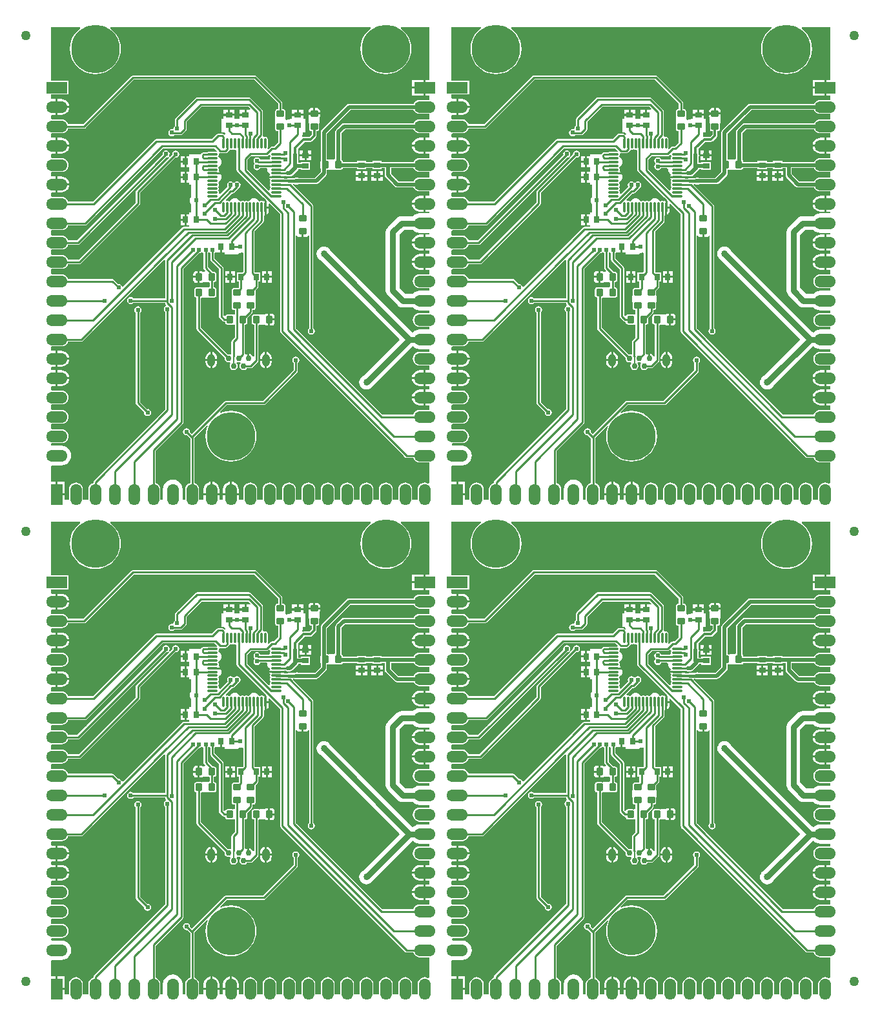
<source format=gtl>
G04 Layer_Physical_Order=1*
G04 Layer_Color=255*
%FSLAX25Y25*%
%MOIN*%
G70*
G01*
G75*
%ADD10C,0.05000*%
G04:AMPARAMS|DCode=11|XSize=39.37mil|YSize=35.43mil|CornerRadius=4.43mil|HoleSize=0mil|Usage=FLASHONLY|Rotation=90.000|XOffset=0mil|YOffset=0mil|HoleType=Round|Shape=RoundedRectangle|*
%AMROUNDEDRECTD11*
21,1,0.03937,0.02657,0,0,90.0*
21,1,0.03051,0.03543,0,0,90.0*
1,1,0.00886,0.01329,0.01526*
1,1,0.00886,0.01329,-0.01526*
1,1,0.00886,-0.01329,-0.01526*
1,1,0.00886,-0.01329,0.01526*
%
%ADD11ROUNDEDRECTD11*%
G04:AMPARAMS|DCode=12|XSize=39.37mil|YSize=35.43mil|CornerRadius=4.43mil|HoleSize=0mil|Usage=FLASHONLY|Rotation=180.000|XOffset=0mil|YOffset=0mil|HoleType=Round|Shape=RoundedRectangle|*
%AMROUNDEDRECTD12*
21,1,0.03937,0.02657,0,0,180.0*
21,1,0.03051,0.03543,0,0,180.0*
1,1,0.00886,-0.01526,0.01329*
1,1,0.00886,0.01526,0.01329*
1,1,0.00886,0.01526,-0.01329*
1,1,0.00886,-0.01526,-0.01329*
%
%ADD12ROUNDEDRECTD12*%
%ADD13O,0.01181X0.05512*%
%ADD14O,0.05512X0.01181*%
%ADD15R,0.02953X0.03740*%
%ADD16R,0.03740X0.02953*%
%ADD17C,0.01000*%
%ADD18C,0.01200*%
%ADD19C,0.02500*%
%ADD20C,0.02000*%
%ADD21C,0.00800*%
%ADD22C,0.01600*%
%ADD23C,0.03000*%
%ADD24C,0.25000*%
%ADD25R,0.11000X0.06000*%
%ADD26O,0.11000X0.06000*%
%ADD27R,0.06000X0.11000*%
%ADD28O,0.06000X0.11000*%
%ADD29C,0.02953*%
G04:AMPARAMS|DCode=30|XSize=39.37mil|YSize=62.99mil|CornerRadius=19.68mil|HoleSize=0mil|Usage=FLASHONLY|Rotation=0.000|XOffset=0mil|YOffset=0mil|HoleType=Round|Shape=RoundedRectangle|*
%AMROUNDEDRECTD30*
21,1,0.03937,0.02362,0,0,0.0*
21,1,0.00000,0.06299,0,0,0.0*
1,1,0.03937,0.00000,-0.01181*
1,1,0.03937,0.00000,-0.01181*
1,1,0.03937,0.00000,0.01181*
1,1,0.03937,0.00000,0.01181*
%
%ADD30ROUNDEDRECTD30*%
%ADD31C,0.02400*%
%ADD32C,0.03400*%
G36*
X407357Y477200D02*
X405400D01*
Y473200D01*
Y469200D01*
X407357D01*
Y466831D01*
X402400D01*
X401460Y466707D01*
X400585Y466345D01*
X399833Y465768D01*
X399255Y465016D01*
X399179Y464831D01*
X366000D01*
X365376Y464707D01*
X364846Y464354D01*
X351747Y451254D01*
X351393Y450724D01*
X351269Y450100D01*
Y435372D01*
X351242Y435332D01*
X351162Y434926D01*
Y431874D01*
X351242Y431467D01*
X351269Y431428D01*
Y429576D01*
X348224Y426531D01*
X339698D01*
X339602Y426596D01*
X338900Y426735D01*
X338198Y426596D01*
X337796Y426327D01*
X334700D01*
X334154Y426219D01*
X334011Y426124D01*
X332651D01*
X332424Y426416D01*
X328435D01*
X324748D01*
X324772Y426295D01*
X325123Y425769D01*
X325306Y425647D01*
X325149Y425412D01*
X325056Y424947D01*
X325149Y424483D01*
X325195Y424414D01*
X325364Y423963D01*
X325195Y423512D01*
X325149Y423443D01*
X325056Y422979D01*
X325149Y422514D01*
X325412Y422120D01*
Y421869D01*
X325149Y421475D01*
X325056Y421010D01*
X325149Y420546D01*
X325188Y420487D01*
X325082Y420272D01*
X324355Y420153D01*
X313522Y430986D01*
Y435935D01*
X315365Y437779D01*
X323400D01*
X323400Y437778D01*
X323829Y437864D01*
X324193Y438107D01*
X324506Y438419D01*
X325137Y438265D01*
X325168Y438233D01*
X325412Y437868D01*
Y437617D01*
X325149Y437223D01*
X325056Y436758D01*
X325105Y436511D01*
X324737Y435911D01*
X320115D01*
X320096Y436008D01*
X319698Y436603D01*
X319102Y437001D01*
X318400Y437141D01*
X317698Y437001D01*
X317102Y436603D01*
X316704Y436008D01*
X316565Y435306D01*
X316704Y434603D01*
X317102Y434008D01*
Y433603D01*
X316704Y433008D01*
X316565Y432305D01*
X316704Y431603D01*
X317102Y431008D01*
X317698Y430610D01*
X318400Y430470D01*
X319102Y430610D01*
X319698Y431008D01*
X320096Y431603D01*
X320115Y431700D01*
X323205D01*
X323690Y431100D01*
X323657Y430853D01*
X323746Y430176D01*
X324007Y429546D01*
X324423Y429005D01*
X324903Y428637D01*
X324992Y428403D01*
X325060Y427967D01*
X324772Y427536D01*
X324748Y427416D01*
X328435D01*
X332379D01*
X332747Y427746D01*
X333276Y427393D01*
X333900Y427269D01*
X335400D01*
X336024Y427393D01*
X336554Y427746D01*
X339553Y430747D01*
X339732Y431013D01*
X340930D01*
Y430568D01*
X345870D01*
Y434721D01*
X340930D01*
Y434275D01*
X339600D01*
Y437220D01*
X339735Y437900D01*
X339600Y438580D01*
Y441870D01*
X342907Y445177D01*
X345900D01*
X346368Y445270D01*
X346765Y445535D01*
X348765Y447535D01*
X349030Y447932D01*
X349124Y448400D01*
Y450662D01*
X349426D01*
X349833Y450742D01*
X350178Y450973D01*
X350408Y451318D01*
X350489Y451725D01*
Y454382D01*
X350443Y454612D01*
X350656Y454825D01*
Y457662D01*
X350785Y457855D01*
X350897Y458418D01*
Y459246D01*
X347900D01*
Y459747D01*
D01*
Y459246D01*
X344903D01*
Y458418D01*
X345015Y457855D01*
X345144Y457662D01*
Y454825D01*
X345357Y454612D01*
X345311Y454382D01*
Y451725D01*
X345392Y451318D01*
X345622Y450973D01*
X345968Y450742D01*
X346374Y450662D01*
X346676D01*
Y448907D01*
X345393Y447623D01*
X342400D01*
X342254Y447595D01*
X342109Y447690D01*
X341790Y448103D01*
X341949Y448900D01*
Y450168D01*
X343270D01*
Y457121D01*
X342270D01*
Y458656D01*
X339400D01*
X336530D01*
Y457121D01*
X335530D01*
Y457121D01*
X335039Y456858D01*
X334309Y456762D01*
X333756Y456533D01*
X333156Y456849D01*
Y457975D01*
X332943Y458188D01*
X332989Y458418D01*
Y461075D01*
X332908Y461482D01*
X332678Y461827D01*
X332332Y462058D01*
X331926Y462139D01*
X331522D01*
Y465400D01*
X331522Y465400D01*
X331436Y465829D01*
X331193Y466193D01*
X331193Y466193D01*
X318193Y479193D01*
X317829Y479436D01*
X317400Y479522D01*
X317400Y479522D01*
X254400D01*
X253971Y479436D01*
X253607Y479193D01*
X253607Y479193D01*
X228735Y454322D01*
X220832D01*
X220545Y455016D01*
X219968Y455768D01*
X219215Y456345D01*
X218340Y456707D01*
X217400Y456831D01*
X212400D01*
X212394Y456830D01*
X211943Y457226D01*
Y458771D01*
X212394Y459166D01*
X212400Y459165D01*
X214400D01*
Y463200D01*
Y467235D01*
X212400D01*
X212394Y467234D01*
X211943Y467629D01*
Y469600D01*
X221000D01*
Y476800D01*
X211943D01*
Y504357D01*
X227001D01*
X227090Y503757D01*
X225608Y502492D01*
X224269Y500924D01*
X223192Y499166D01*
X222403Y497261D01*
X221921Y495256D01*
X221760Y493200D01*
X221921Y491144D01*
X222403Y489139D01*
X223192Y487234D01*
X224269Y485476D01*
X225608Y483908D01*
X227176Y482569D01*
X228934Y481492D01*
X230839Y480703D01*
X232844Y480221D01*
X234900Y480059D01*
X236956Y480221D01*
X238961Y480703D01*
X240866Y481492D01*
X242624Y482569D01*
X244192Y483908D01*
X245531Y485476D01*
X246608Y487234D01*
X247397Y489139D01*
X247879Y491144D01*
X248041Y493200D01*
X247879Y495256D01*
X247397Y497261D01*
X246608Y499166D01*
X245531Y500924D01*
X244192Y502492D01*
X242710Y503757D01*
X242799Y504357D01*
X377001D01*
X377090Y503757D01*
X375608Y502492D01*
X374269Y500924D01*
X373192Y499166D01*
X372403Y497261D01*
X371921Y495256D01*
X371760Y493200D01*
X371921Y491144D01*
X372403Y489139D01*
X373192Y487234D01*
X374269Y485476D01*
X375608Y483908D01*
X377176Y482569D01*
X378934Y481492D01*
X380839Y480703D01*
X382844Y480221D01*
X384900Y480059D01*
X386956Y480221D01*
X388961Y480703D01*
X390866Y481492D01*
X392624Y482569D01*
X394192Y483908D01*
X395531Y485476D01*
X396608Y487234D01*
X397397Y489139D01*
X397879Y491144D01*
X398041Y493200D01*
X397879Y495256D01*
X397397Y497261D01*
X396608Y499166D01*
X395531Y500924D01*
X394192Y502492D01*
X392710Y503757D01*
X392799Y504357D01*
X407357D01*
Y477200D01*
D02*
G37*
G36*
X200457D02*
X198500D01*
Y473200D01*
Y469200D01*
X200457D01*
Y466831D01*
X195500D01*
X194560Y466707D01*
X193684Y466345D01*
X192932Y465768D01*
X192355Y465016D01*
X192279Y464831D01*
X159100D01*
X158476Y464707D01*
X157947Y464354D01*
X144846Y451254D01*
X144493Y450724D01*
X144369Y450100D01*
Y435372D01*
X144342Y435332D01*
X144262Y434926D01*
Y431874D01*
X144342Y431467D01*
X144369Y431428D01*
Y429576D01*
X141324Y426531D01*
X132798D01*
X132702Y426596D01*
X132000Y426735D01*
X131298Y426596D01*
X130896Y426327D01*
X127800D01*
X127254Y426219D01*
X127111Y426124D01*
X125751D01*
X125524Y426416D01*
X121535D01*
X117848D01*
X117872Y426295D01*
X118223Y425769D01*
X118406Y425647D01*
X118249Y425412D01*
X118156Y424947D01*
X118249Y424483D01*
X118295Y424414D01*
X118464Y423963D01*
X118295Y423512D01*
X118249Y423443D01*
X118156Y422979D01*
X118249Y422514D01*
X118512Y422120D01*
Y421869D01*
X118249Y421475D01*
X118156Y421010D01*
X118249Y420546D01*
X118288Y420487D01*
X118182Y420272D01*
X117455Y420153D01*
X106622Y430986D01*
Y435935D01*
X108465Y437779D01*
X116500D01*
X116500Y437778D01*
X116929Y437864D01*
X117293Y438107D01*
X117606Y438419D01*
X118237Y438265D01*
X118268Y438233D01*
X118512Y437868D01*
Y437617D01*
X118249Y437223D01*
X118156Y436758D01*
X118205Y436511D01*
X117837Y435911D01*
X113215D01*
X113196Y436008D01*
X112798Y436603D01*
X112202Y437001D01*
X111500Y437141D01*
X110798Y437001D01*
X110202Y436603D01*
X109804Y436008D01*
X109665Y435306D01*
X109804Y434603D01*
X110202Y434008D01*
Y433603D01*
X109804Y433008D01*
X109665Y432305D01*
X109804Y431603D01*
X110202Y431008D01*
X110798Y430610D01*
X111500Y430470D01*
X112202Y430610D01*
X112798Y431008D01*
X113196Y431603D01*
X113215Y431700D01*
X116305D01*
X116790Y431100D01*
X116757Y430853D01*
X116846Y430176D01*
X117107Y429546D01*
X117523Y429005D01*
X118003Y428637D01*
X118093Y428403D01*
X118160Y427967D01*
X117872Y427536D01*
X117848Y427416D01*
X121535D01*
X125479D01*
X125847Y427746D01*
X126376Y427393D01*
X127000Y427269D01*
X128500D01*
X129124Y427393D01*
X129654Y427746D01*
X132653Y430747D01*
X132832Y431013D01*
X134030D01*
Y430568D01*
X138970D01*
Y434721D01*
X134030D01*
Y434275D01*
X132700D01*
Y437220D01*
X132835Y437900D01*
X132700Y438580D01*
Y441870D01*
X136007Y445177D01*
X139000D01*
X139468Y445270D01*
X139865Y445535D01*
X141865Y447535D01*
X142130Y447932D01*
X142224Y448400D01*
Y450662D01*
X142526D01*
X142932Y450742D01*
X143278Y450973D01*
X143508Y451318D01*
X143589Y451725D01*
Y454382D01*
X143543Y454612D01*
X143756Y454825D01*
Y457662D01*
X143885Y457855D01*
X143997Y458418D01*
Y459246D01*
X141000D01*
Y459747D01*
D01*
Y459246D01*
X138003D01*
Y458418D01*
X138115Y457855D01*
X138244Y457662D01*
Y454825D01*
X138457Y454612D01*
X138411Y454382D01*
Y451725D01*
X138492Y451318D01*
X138723Y450973D01*
X139067Y450742D01*
X139474Y450662D01*
X139777D01*
Y448907D01*
X138493Y447623D01*
X135500D01*
X135354Y447595D01*
X135209Y447690D01*
X134890Y448103D01*
X135049Y448900D01*
Y450168D01*
X136370D01*
Y457121D01*
X135370D01*
Y458656D01*
X132500D01*
X129630D01*
Y457121D01*
X128630D01*
Y457121D01*
X128139Y456858D01*
X127409Y456762D01*
X126856Y456533D01*
X126256Y456849D01*
Y457975D01*
X126043Y458188D01*
X126089Y458418D01*
Y461075D01*
X126008Y461482D01*
X125777Y461827D01*
X125433Y462058D01*
X125026Y462139D01*
X124622D01*
Y465400D01*
X124622Y465400D01*
X124536Y465829D01*
X124293Y466193D01*
X124293Y466193D01*
X111293Y479193D01*
X110929Y479436D01*
X110500Y479522D01*
X110500Y479522D01*
X47500D01*
X47071Y479436D01*
X46707Y479193D01*
X46707Y479193D01*
X21835Y454322D01*
X13932D01*
X13645Y455016D01*
X13068Y455768D01*
X12315Y456345D01*
X11440Y456707D01*
X10500Y456831D01*
X5500D01*
X5494Y456830D01*
X5043Y457226D01*
Y458771D01*
X5494Y459166D01*
X5500Y459165D01*
X7500D01*
Y463200D01*
Y467235D01*
X5500D01*
X5494Y467234D01*
X5043Y467629D01*
Y469600D01*
X14100D01*
Y476800D01*
X5043D01*
Y504357D01*
X20101D01*
X20190Y503757D01*
X18708Y502492D01*
X17369Y500924D01*
X16292Y499166D01*
X15503Y497261D01*
X15021Y495256D01*
X14860Y493200D01*
X15021Y491144D01*
X15503Y489139D01*
X16292Y487234D01*
X17369Y485476D01*
X18708Y483908D01*
X20276Y482569D01*
X22034Y481492D01*
X23939Y480703D01*
X25944Y480221D01*
X28000Y480059D01*
X30056Y480221D01*
X32061Y480703D01*
X33966Y481492D01*
X35724Y482569D01*
X37292Y483908D01*
X38631Y485476D01*
X39708Y487234D01*
X40497Y489139D01*
X40979Y491144D01*
X41140Y493200D01*
X40979Y495256D01*
X40497Y497261D01*
X39708Y499166D01*
X38631Y500924D01*
X37292Y502492D01*
X35810Y503757D01*
X35899Y504357D01*
X170101D01*
X170190Y503757D01*
X168708Y502492D01*
X167369Y500924D01*
X166292Y499166D01*
X165503Y497261D01*
X165021Y495256D01*
X164859Y493200D01*
X165021Y491144D01*
X165503Y489139D01*
X166292Y487234D01*
X167369Y485476D01*
X168708Y483908D01*
X170276Y482569D01*
X172034Y481492D01*
X173939Y480703D01*
X175944Y480221D01*
X178000Y480059D01*
X180056Y480221D01*
X182061Y480703D01*
X183966Y481492D01*
X185724Y482569D01*
X187292Y483908D01*
X188631Y485476D01*
X189708Y487234D01*
X190497Y489139D01*
X190979Y491144D01*
X191140Y493200D01*
X190979Y495256D01*
X190497Y497261D01*
X189708Y499166D01*
X188631Y500924D01*
X187292Y502492D01*
X185810Y503757D01*
X185899Y504357D01*
X200457D01*
Y477200D01*
D02*
G37*
G36*
X329278Y464935D02*
Y462139D01*
X328874D01*
X328467Y462058D01*
X328122Y461827D01*
X327892Y461482D01*
X327811Y461075D01*
Y458418D01*
X327857Y458188D01*
X327644Y457975D01*
Y454825D01*
X327857Y454612D01*
X327811Y454382D01*
Y451725D01*
X327892Y451318D01*
X328122Y450973D01*
X328467Y450742D01*
X328874Y450662D01*
X329278D01*
Y444865D01*
X327105Y442691D01*
X326070D01*
X325641Y442606D01*
X325277Y442363D01*
X325277Y442363D01*
X324269Y441355D01*
X323803Y441737D01*
X323848Y441806D01*
X323941Y442270D01*
Y446601D01*
X323848Y447065D01*
X323585Y447459D01*
X323191Y447722D01*
X322727Y447815D01*
X322262Y447722D01*
X322193Y447676D01*
X322169Y447667D01*
X321481Y448021D01*
X321436Y448204D01*
X321521Y448633D01*
Y460900D01*
X321522Y460900D01*
X321436Y461329D01*
X321193Y461693D01*
X321193Y461693D01*
X315193Y467693D01*
X314829Y467936D01*
X314400Y468022D01*
X314400Y468022D01*
X287400D01*
X287400Y468022D01*
X286971Y467936D01*
X286607Y467693D01*
X286607Y467693D01*
X276407Y457493D01*
X276164Y457129D01*
X276078Y456700D01*
X276079Y456700D01*
Y453515D01*
X275902Y453398D01*
X275504Y452802D01*
X275365Y452100D01*
X275348Y452069D01*
X274843Y451647D01*
X274400Y451735D01*
X273698Y451596D01*
X273102Y451198D01*
X272704Y450602D01*
X272565Y449900D01*
X272704Y449198D01*
X273102Y448602D01*
X273698Y448204D01*
X274400Y448065D01*
X275102Y448204D01*
X275698Y448602D01*
X275749Y448678D01*
X278900D01*
X278900Y448678D01*
X279329Y448764D01*
X279693Y449007D01*
X281693Y451007D01*
X281693Y451007D01*
X281936Y451371D01*
X282022Y451800D01*
X282021Y451800D01*
Y455435D01*
X289865Y463278D01*
X313935D01*
X314982Y462232D01*
X314733Y461632D01*
X312900D01*
Y459156D01*
X312400D01*
Y458656D01*
X309530D01*
Y457121D01*
X308530D01*
Y457121D01*
X308349Y457019D01*
X307770Y457121D01*
X307770Y457121D01*
X307770Y457121D01*
X306770D01*
Y458656D01*
X303900D01*
X301030D01*
Y457121D01*
X300030D01*
Y450168D01*
X301497D01*
X301545Y449925D01*
X302018Y449217D01*
X301552Y448834D01*
X301193Y449193D01*
X300829Y449436D01*
X300400Y449522D01*
X300400Y449522D01*
X298400D01*
X298400Y449522D01*
X297971Y449436D01*
X297607Y449193D01*
X295035Y446622D01*
X266500D01*
X266500Y446622D01*
X266071Y446536D01*
X265707Y446293D01*
X265707Y446293D01*
X233735Y414322D01*
X220832D01*
X220545Y415016D01*
X219968Y415768D01*
X219215Y416345D01*
X218340Y416707D01*
X217400Y416831D01*
X212400D01*
X212394Y416830D01*
X211943Y417226D01*
Y418771D01*
X212394Y419166D01*
X212400Y419166D01*
X214400D01*
Y423200D01*
Y427235D01*
X212400D01*
X212394Y427234D01*
X211943Y427629D01*
Y429174D01*
X212394Y429570D01*
X212400Y429569D01*
X217400D01*
X218340Y429693D01*
X219215Y430055D01*
X219968Y430632D01*
X220545Y431385D01*
X220907Y432260D01*
X221031Y433200D01*
X220907Y434140D01*
X220545Y435015D01*
X219968Y435768D01*
X219215Y436345D01*
X218340Y436707D01*
X217400Y436831D01*
X212400D01*
X212394Y436830D01*
X211943Y437226D01*
Y438771D01*
X212394Y439166D01*
X212400Y439165D01*
X214400D01*
Y443200D01*
Y447234D01*
X212400D01*
X212394Y447234D01*
X211943Y447629D01*
Y449174D01*
X212394Y449570D01*
X212400Y449569D01*
X217400D01*
X218340Y449693D01*
X219215Y450055D01*
X219968Y450632D01*
X220545Y451384D01*
X220832Y452078D01*
X229200D01*
X229200Y452078D01*
X229629Y452164D01*
X229993Y452407D01*
X254865Y477279D01*
X316935D01*
X329278Y464935D01*
D02*
G37*
G36*
X122378D02*
Y462139D01*
X121974D01*
X121567Y462058D01*
X121222Y461827D01*
X120992Y461482D01*
X120911Y461075D01*
Y458418D01*
X120957Y458188D01*
X120744Y457975D01*
Y454825D01*
X120957Y454612D01*
X120911Y454382D01*
Y451725D01*
X120992Y451318D01*
X121222Y450973D01*
X121567Y450742D01*
X121974Y450662D01*
X122378D01*
Y444865D01*
X120205Y442691D01*
X119170D01*
X118741Y442606D01*
X118377Y442363D01*
X118377Y442363D01*
X117369Y441355D01*
X116903Y441737D01*
X116948Y441806D01*
X117041Y442270D01*
Y446601D01*
X116948Y447065D01*
X116685Y447459D01*
X116291Y447722D01*
X115827Y447815D01*
X115362Y447722D01*
X115293Y447676D01*
X115269Y447667D01*
X114581Y448021D01*
X114536Y448204D01*
X114622Y448633D01*
Y460900D01*
X114622Y460900D01*
X114536Y461329D01*
X114293Y461693D01*
X114293Y461693D01*
X108293Y467693D01*
X107929Y467936D01*
X107500Y468022D01*
X107500Y468022D01*
X80500D01*
X80500Y468022D01*
X80071Y467936D01*
X79707Y467693D01*
X79707Y467693D01*
X69507Y457493D01*
X69264Y457129D01*
X69178Y456700D01*
X69178Y456700D01*
Y453515D01*
X69002Y453398D01*
X68604Y452802D01*
X68465Y452100D01*
X68449Y452069D01*
X67943Y451647D01*
X67500Y451735D01*
X66798Y451596D01*
X66202Y451198D01*
X65804Y450602D01*
X65665Y449900D01*
X65804Y449198D01*
X66202Y448602D01*
X66798Y448204D01*
X67500Y448065D01*
X68202Y448204D01*
X68798Y448602D01*
X68849Y448678D01*
X72000D01*
X72000Y448678D01*
X72429Y448764D01*
X72793Y449007D01*
X74793Y451007D01*
X74793Y451007D01*
X75036Y451371D01*
X75122Y451800D01*
X75122Y451800D01*
Y455435D01*
X82965Y463278D01*
X107035D01*
X108082Y462232D01*
X107833Y461632D01*
X106000D01*
Y459156D01*
X105500D01*
Y458656D01*
X102630D01*
Y457121D01*
X101630D01*
Y457121D01*
X101449Y457019D01*
X100870Y457121D01*
X100870Y457121D01*
X100870Y457121D01*
X99870D01*
Y458656D01*
X97000D01*
X94130D01*
Y457121D01*
X93130D01*
Y450168D01*
X94597D01*
X94645Y449925D01*
X95118Y449217D01*
X94652Y448834D01*
X94293Y449193D01*
X93929Y449436D01*
X93500Y449522D01*
X93500Y449522D01*
X91500D01*
X91500Y449522D01*
X91071Y449436D01*
X90707Y449193D01*
X88135Y446622D01*
X59600D01*
X59600Y446622D01*
X59171Y446536D01*
X58807Y446293D01*
X58807Y446293D01*
X26835Y414322D01*
X13932D01*
X13645Y415016D01*
X13068Y415768D01*
X12315Y416345D01*
X11440Y416707D01*
X10500Y416831D01*
X5500D01*
X5494Y416830D01*
X5043Y417226D01*
Y418771D01*
X5494Y419166D01*
X5500Y419166D01*
X7500D01*
Y423200D01*
Y427235D01*
X5500D01*
X5494Y427234D01*
X5043Y427629D01*
Y429174D01*
X5494Y429570D01*
X5500Y429569D01*
X10500D01*
X11440Y429693D01*
X12315Y430055D01*
X13068Y430632D01*
X13645Y431385D01*
X14007Y432260D01*
X14131Y433200D01*
X14007Y434140D01*
X13645Y435015D01*
X13068Y435768D01*
X12315Y436345D01*
X11440Y436707D01*
X10500Y436831D01*
X5500D01*
X5494Y436830D01*
X5043Y437226D01*
Y438771D01*
X5494Y439166D01*
X5500Y439165D01*
X7500D01*
Y443200D01*
Y447234D01*
X5500D01*
X5494Y447234D01*
X5043Y447629D01*
Y449174D01*
X5494Y449570D01*
X5500Y449569D01*
X10500D01*
X11440Y449693D01*
X12315Y450055D01*
X13068Y450632D01*
X13645Y451384D01*
X13932Y452078D01*
X22300D01*
X22300Y452078D01*
X22729Y452164D01*
X23093Y452407D01*
X47965Y477279D01*
X110035D01*
X122378Y464935D01*
D02*
G37*
G36*
X306445Y441195D02*
X306514Y441149D01*
X306979Y441056D01*
X307226Y441105D01*
X307826Y440737D01*
Y430853D01*
X307826Y430853D01*
X307911Y430424D01*
X308154Y430060D01*
X322496Y415718D01*
X322299Y415066D01*
X322106Y415028D01*
X321580Y414677D01*
X321458Y414494D01*
X321223Y414651D01*
X320758Y414744D01*
X320294Y414651D01*
X320225Y414605D01*
X319774Y414436D01*
X319323Y414605D01*
X319254Y414651D01*
X319152Y414672D01*
X319084Y414836D01*
X318669Y415378D01*
X318128Y415793D01*
X317497Y416054D01*
X316821Y416143D01*
X316145Y416054D01*
X315515Y415793D01*
X314974Y415378D01*
X314558Y414836D01*
X314490Y414672D01*
X314388Y414651D01*
X314319Y414605D01*
X313868Y414436D01*
X313418Y414605D01*
X313349Y414651D01*
X312884Y414744D01*
X312420Y414651D01*
X312351Y414605D01*
X311900Y414436D01*
X311449Y414605D01*
X311380Y414651D01*
X310916Y414744D01*
X310451Y414651D01*
X310382Y414605D01*
X309931Y414436D01*
X309481Y414605D01*
X309412Y414651D01*
X309310Y414672D01*
X309242Y414836D01*
X308826Y415378D01*
X308285Y415793D01*
X307655Y416054D01*
X306979Y416143D01*
X306302Y416054D01*
X305672Y415793D01*
X305131Y415378D01*
X304716Y414836D01*
X304648Y414672D01*
X304546Y414651D01*
X304477Y414605D01*
X304026Y414436D01*
X303575Y414605D01*
X303506Y414651D01*
X303042Y414744D01*
X302577Y414651D01*
X302508Y414605D01*
X302318Y414731D01*
X302240Y415502D01*
X305269Y418531D01*
X305752D01*
X305752Y418531D01*
X306182Y418616D01*
X306546Y418859D01*
X308845Y421159D01*
X308846Y421159D01*
X308973Y421350D01*
X309350Y421602D01*
X309748Y422198D01*
X309888Y422900D01*
X309748Y423602D01*
X309350Y424198D01*
X308755Y424596D01*
X308052Y424735D01*
X307350Y424596D01*
X306755Y424198D01*
X306726Y424155D01*
X306126D01*
X306098Y424198D01*
X305502Y424596D01*
X304800Y424735D01*
X304098Y424596D01*
X303502Y424198D01*
X303104Y423602D01*
X302965Y422900D01*
X303104Y422198D01*
X303246Y421985D01*
X299502Y418240D01*
X298731Y418318D01*
X298605Y418508D01*
X298651Y418577D01*
X298744Y419042D01*
X298651Y419506D01*
X298388Y419900D01*
Y420152D01*
X298651Y420546D01*
X298744Y421010D01*
X298651Y421475D01*
X298388Y421869D01*
Y422120D01*
X298651Y422514D01*
X298744Y422979D01*
X298651Y423443D01*
X298605Y423512D01*
X298436Y423963D01*
X298605Y424414D01*
X298651Y424483D01*
X298672Y424585D01*
X298836Y424653D01*
X299377Y425068D01*
X299793Y425609D01*
X300054Y426239D01*
X300143Y426916D01*
X300054Y427592D01*
X299793Y428222D01*
X299377Y428763D01*
X299139Y428946D01*
X299028Y429505D01*
X298677Y430031D01*
X298494Y430153D01*
X298651Y430388D01*
X298744Y430853D01*
X298651Y431317D01*
X298388Y431711D01*
Y431963D01*
X298651Y432357D01*
X298672Y432459D01*
X298836Y432527D01*
X299377Y432942D01*
X299793Y433483D01*
X300054Y434114D01*
X300143Y434790D01*
X300054Y435466D01*
X299793Y436096D01*
X299377Y436637D01*
X298836Y437053D01*
X298672Y437121D01*
X298651Y437223D01*
X298388Y437617D01*
Y437868D01*
X298651Y438262D01*
X298744Y438727D01*
X298720Y438849D01*
X298738Y438886D01*
X299238Y439311D01*
X299400Y439279D01*
X302183D01*
X302184Y439278D01*
X302613Y439364D01*
X302976Y439607D01*
X303835Y440465D01*
X303835Y440465D01*
X304078Y440829D01*
X304546Y441149D01*
X304701Y441118D01*
X305010Y441056D01*
X305475Y441149D01*
X305544Y441195D01*
X305995Y441364D01*
X306445Y441195D01*
D02*
G37*
G36*
X99545D02*
X99614Y441149D01*
X100079Y441056D01*
X100326Y441105D01*
X100926Y440737D01*
Y430853D01*
X100926Y430853D01*
X101011Y430424D01*
X101254Y430060D01*
X115596Y415718D01*
X115399Y415066D01*
X115206Y415028D01*
X114680Y414677D01*
X114558Y414494D01*
X114323Y414651D01*
X113858Y414744D01*
X113394Y414651D01*
X113325Y414605D01*
X112874Y414436D01*
X112423Y414605D01*
X112354Y414651D01*
X112252Y414672D01*
X112184Y414836D01*
X111769Y415378D01*
X111228Y415793D01*
X110598Y416054D01*
X109921Y416143D01*
X109245Y416054D01*
X108615Y415793D01*
X108074Y415378D01*
X107658Y414836D01*
X107590Y414672D01*
X107488Y414651D01*
X107419Y414605D01*
X106968Y414436D01*
X106518Y414605D01*
X106449Y414651D01*
X105984Y414744D01*
X105520Y414651D01*
X105451Y414605D01*
X105000Y414436D01*
X104549Y414605D01*
X104480Y414651D01*
X104016Y414744D01*
X103551Y414651D01*
X103482Y414605D01*
X103032Y414436D01*
X102581Y414605D01*
X102512Y414651D01*
X102410Y414672D01*
X102342Y414836D01*
X101926Y415378D01*
X101385Y415793D01*
X100755Y416054D01*
X100079Y416143D01*
X99402Y416054D01*
X98772Y415793D01*
X98231Y415378D01*
X97816Y414836D01*
X97748Y414672D01*
X97646Y414651D01*
X97577Y414605D01*
X97126Y414436D01*
X96675Y414605D01*
X96606Y414651D01*
X96142Y414744D01*
X95677Y414651D01*
X95608Y414605D01*
X95418Y414731D01*
X95340Y415502D01*
X98369Y418531D01*
X98852D01*
X98852Y418531D01*
X99282Y418616D01*
X99646Y418859D01*
X101945Y421159D01*
X101946Y421159D01*
X102073Y421350D01*
X102450Y421602D01*
X102848Y422198D01*
X102988Y422900D01*
X102848Y423602D01*
X102450Y424198D01*
X101855Y424596D01*
X101153Y424735D01*
X100450Y424596D01*
X99855Y424198D01*
X99826Y424155D01*
X99226D01*
X99198Y424198D01*
X98602Y424596D01*
X97900Y424735D01*
X97198Y424596D01*
X96602Y424198D01*
X96204Y423602D01*
X96065Y422900D01*
X96204Y422198D01*
X96346Y421985D01*
X92602Y418240D01*
X91831Y418318D01*
X91705Y418508D01*
X91751Y418577D01*
X91844Y419042D01*
X91751Y419506D01*
X91488Y419900D01*
Y420152D01*
X91751Y420546D01*
X91844Y421010D01*
X91751Y421475D01*
X91488Y421869D01*
Y422120D01*
X91751Y422514D01*
X91844Y422979D01*
X91751Y423443D01*
X91705Y423512D01*
X91536Y423963D01*
X91705Y424414D01*
X91751Y424483D01*
X91772Y424585D01*
X91936Y424653D01*
X92478Y425068D01*
X92893Y425609D01*
X93154Y426239D01*
X93243Y426916D01*
X93154Y427592D01*
X92893Y428222D01*
X92478Y428763D01*
X92239Y428946D01*
X92128Y429505D01*
X91777Y430031D01*
X91594Y430153D01*
X91751Y430388D01*
X91844Y430853D01*
X91751Y431317D01*
X91488Y431711D01*
Y431963D01*
X91751Y432357D01*
X91772Y432459D01*
X91936Y432527D01*
X92478Y432942D01*
X92893Y433483D01*
X93154Y434114D01*
X93243Y434790D01*
X93154Y435466D01*
X92893Y436096D01*
X92478Y436637D01*
X91936Y437053D01*
X91772Y437121D01*
X91751Y437223D01*
X91488Y437617D01*
Y437868D01*
X91751Y438262D01*
X91844Y438727D01*
X91820Y438849D01*
X91838Y438886D01*
X92338Y439311D01*
X92500Y439279D01*
X95283D01*
X95284Y439278D01*
X95713Y439364D01*
X96077Y439607D01*
X96935Y440465D01*
X96935Y440465D01*
X97178Y440829D01*
X97646Y441149D01*
X97800Y441118D01*
X98110Y441056D01*
X98575Y441149D01*
X98644Y441195D01*
X99094Y441364D01*
X99545Y441195D01*
D02*
G37*
G36*
X297694Y440520D02*
X297601Y440192D01*
X297425Y439941D01*
X293199D01*
X292735Y439848D01*
X290727D01*
X290298Y439763D01*
X289934Y439520D01*
X289934Y439520D01*
X289507Y439093D01*
X289291Y438770D01*
X283424D01*
Y437770D01*
X281888D01*
Y434900D01*
Y432030D01*
X283424D01*
Y431365D01*
X283424Y431030D01*
X283424D01*
X283435Y430770D01*
X283435D01*
Y429770D01*
X281900D01*
Y426900D01*
Y424030D01*
X283435D01*
Y423030D01*
X284363D01*
Y416850D01*
X284105Y416514D01*
X283782Y415735D01*
X283672Y414900D01*
X283782Y414065D01*
X284105Y413286D01*
X284351Y412965D01*
Y408770D01*
X283424D01*
Y407770D01*
X281888D01*
Y404900D01*
Y402030D01*
X283424D01*
Y401222D01*
X280600D01*
X280600Y401222D01*
X280171Y401136D01*
X279807Y400893D01*
X279807Y400893D01*
X249259Y370345D01*
X248607Y370542D01*
X248596Y370602D01*
X248198Y371198D01*
X247602Y371596D01*
X246900Y371735D01*
X246692Y371694D01*
X244393Y373993D01*
X244029Y374236D01*
X243600Y374322D01*
X243600Y374322D01*
X220832D01*
X220545Y375015D01*
X219968Y375768D01*
X219215Y376345D01*
X218340Y376707D01*
X217400Y376831D01*
X212400D01*
X212394Y376830D01*
X211943Y377226D01*
Y379174D01*
X212394Y379570D01*
X212400Y379569D01*
X217400D01*
X218340Y379693D01*
X219215Y380055D01*
X219968Y380632D01*
X220545Y381384D01*
X220832Y382079D01*
X226700D01*
X226700Y382079D01*
X227129Y382164D01*
X227493Y382407D01*
X257693Y412607D01*
X257936Y412971D01*
X258022Y413400D01*
X258021Y413400D01*
Y418935D01*
X276109Y437023D01*
X276400Y436965D01*
X277102Y437104D01*
X277698Y437502D01*
X278096Y438098D01*
X278235Y438800D01*
X278096Y439502D01*
X277698Y440098D01*
X277102Y440496D01*
X276400Y440635D01*
X275698Y440496D01*
X275102Y440098D01*
X274704Y439502D01*
X274565Y438800D01*
X274589Y438676D01*
X273224Y437311D01*
X272758Y437693D01*
X273096Y438198D01*
X273235Y438900D01*
X273096Y439602D01*
X272698Y440198D01*
X272102Y440596D01*
X271400Y440735D01*
X270698Y440596D01*
X270102Y440198D01*
X269704Y439602D01*
X269565Y438900D01*
X269648Y438481D01*
X225488Y394322D01*
X220832D01*
X220545Y395016D01*
X219968Y395768D01*
X219215Y396345D01*
X218340Y396707D01*
X217400Y396831D01*
X212400D01*
X212394Y396830D01*
X211943Y397226D01*
Y399174D01*
X212394Y399570D01*
X212400Y399569D01*
X217400D01*
X218340Y399693D01*
X219215Y400055D01*
X219968Y400632D01*
X220545Y401384D01*
X220832Y402078D01*
X229700D01*
X229700Y402078D01*
X230129Y402164D01*
X230493Y402407D01*
X269865Y441779D01*
X296435D01*
X297694Y440520D01*
D02*
G37*
G36*
X90794D02*
X90701Y440192D01*
X90525Y439941D01*
X86299D01*
X85835Y439848D01*
X83827D01*
X83398Y439763D01*
X83034Y439520D01*
X83034Y439520D01*
X82607Y439093D01*
X82391Y438770D01*
X76524D01*
Y437770D01*
X74988D01*
Y434900D01*
Y432030D01*
X76524D01*
Y431365D01*
X76524Y431030D01*
X76524D01*
X76535Y430770D01*
X76535D01*
Y429770D01*
X75000D01*
Y426900D01*
Y424030D01*
X76535D01*
Y423030D01*
X77463D01*
Y416850D01*
X77205Y416514D01*
X76882Y415735D01*
X76772Y414900D01*
X76882Y414065D01*
X77205Y413286D01*
X77451Y412965D01*
Y408770D01*
X76524D01*
Y407770D01*
X74988D01*
Y404900D01*
Y402030D01*
X76524D01*
Y401222D01*
X73700D01*
X73700Y401222D01*
X73271Y401136D01*
X72907Y400893D01*
X72907Y400893D01*
X42359Y370345D01*
X41708Y370542D01*
X41696Y370602D01*
X41298Y371198D01*
X40702Y371596D01*
X40000Y371735D01*
X39792Y371694D01*
X37493Y373993D01*
X37129Y374236D01*
X36700Y374322D01*
X36700Y374322D01*
X13932D01*
X13645Y375015D01*
X13068Y375768D01*
X12315Y376345D01*
X11440Y376707D01*
X10500Y376831D01*
X5500D01*
X5494Y376830D01*
X5043Y377226D01*
Y379174D01*
X5494Y379570D01*
X5500Y379569D01*
X10500D01*
X11440Y379693D01*
X12315Y380055D01*
X13068Y380632D01*
X13645Y381384D01*
X13932Y382079D01*
X19800D01*
X19800Y382079D01*
X20229Y382164D01*
X20593Y382407D01*
X50793Y412607D01*
X51036Y412971D01*
X51122Y413400D01*
X51122Y413400D01*
Y418935D01*
X69209Y437023D01*
X69500Y436965D01*
X70202Y437104D01*
X70798Y437502D01*
X71196Y438098D01*
X71335Y438800D01*
X71196Y439502D01*
X70798Y440098D01*
X70202Y440496D01*
X69500Y440635D01*
X68798Y440496D01*
X68202Y440098D01*
X67804Y439502D01*
X67665Y438800D01*
X67690Y438676D01*
X66324Y437311D01*
X65858Y437693D01*
X66196Y438198D01*
X66335Y438900D01*
X66196Y439602D01*
X65798Y440198D01*
X65202Y440596D01*
X64500Y440735D01*
X63798Y440596D01*
X63202Y440198D01*
X62804Y439602D01*
X62665Y438900D01*
X62748Y438481D01*
X18588Y394322D01*
X13932D01*
X13645Y395016D01*
X13068Y395768D01*
X12315Y396345D01*
X11440Y396707D01*
X10500Y396831D01*
X5500D01*
X5494Y396830D01*
X5043Y397226D01*
Y399174D01*
X5494Y399570D01*
X5500Y399569D01*
X10500D01*
X11440Y399693D01*
X12315Y400055D01*
X13068Y400632D01*
X13645Y401384D01*
X13932Y402078D01*
X22800D01*
X22800Y402078D01*
X23229Y402164D01*
X23593Y402407D01*
X62965Y441779D01*
X89535D01*
X90794Y440520D01*
D02*
G37*
G36*
X399255Y461384D02*
X399833Y460633D01*
X400585Y460055D01*
X401460Y459693D01*
X402400Y459569D01*
X407357D01*
Y456831D01*
X402400D01*
X401460Y456707D01*
X400585Y456345D01*
X399833Y455768D01*
X399255Y455016D01*
X399179Y454831D01*
X363300D01*
X362676Y454707D01*
X362146Y454354D01*
X359246Y451453D01*
X358893Y450924D01*
X358769Y450300D01*
Y436634D01*
X358475Y436156D01*
X355325D01*
X355112Y435943D01*
X354882Y435989D01*
X354531D01*
Y449424D01*
X366676Y461569D01*
X399179D01*
X399255Y461384D01*
D02*
G37*
G36*
X192355D02*
X192932Y460633D01*
X193684Y460055D01*
X194560Y459693D01*
X195500Y459569D01*
X200457D01*
Y456831D01*
X195500D01*
X194560Y456707D01*
X193684Y456345D01*
X192932Y455768D01*
X192355Y455016D01*
X192279Y454831D01*
X156400D01*
X155776Y454707D01*
X155246Y454354D01*
X152347Y451453D01*
X151993Y450924D01*
X151869Y450300D01*
Y436634D01*
X151575Y436156D01*
X148425D01*
X148212Y435943D01*
X147982Y435989D01*
X147631D01*
Y449424D01*
X159776Y461569D01*
X192279D01*
X192355Y461384D01*
D02*
G37*
G36*
X399255Y451384D02*
X399833Y450632D01*
X400585Y450055D01*
X401460Y449693D01*
X402400Y449569D01*
X407357D01*
Y447234D01*
X405400D01*
Y443200D01*
Y439165D01*
X407357D01*
Y436831D01*
X402400D01*
X401460Y436707D01*
X400585Y436345D01*
X399833Y435768D01*
X399255Y435015D01*
X399179Y434831D01*
X382870D01*
Y435232D01*
X377930D01*
Y434831D01*
X374870D01*
Y435232D01*
X369930D01*
Y434831D01*
X362638D01*
Y434926D01*
X362558Y435332D01*
X362327Y435677D01*
X362031Y435875D01*
Y449624D01*
X363976Y451569D01*
X399179D01*
X399255Y451384D01*
D02*
G37*
G36*
X192355D02*
X192932Y450632D01*
X193684Y450055D01*
X194560Y449693D01*
X195500Y449569D01*
X200457D01*
Y447234D01*
X198500D01*
Y443200D01*
Y439165D01*
X200457D01*
Y436831D01*
X195500D01*
X194560Y436707D01*
X193684Y436345D01*
X192932Y435768D01*
X192355Y435015D01*
X192279Y434831D01*
X175970D01*
Y435232D01*
X171030D01*
Y434831D01*
X167970D01*
Y435232D01*
X163030D01*
Y434831D01*
X155738D01*
Y434926D01*
X155658Y435332D01*
X155427Y435677D01*
X155131Y435875D01*
Y449624D01*
X157076Y451569D01*
X192279D01*
X192355Y451384D01*
D02*
G37*
G36*
X384369Y427900D02*
X384493Y427276D01*
X384846Y426747D01*
X389546Y422047D01*
X390076Y421693D01*
X390700Y421569D01*
X399179D01*
X399255Y421384D01*
X399833Y420633D01*
X400585Y420055D01*
X401460Y419693D01*
X402400Y419569D01*
X407357D01*
Y417235D01*
X405400D01*
Y413200D01*
Y409165D01*
X407357D01*
Y408243D01*
X402400D01*
X401095Y408071D01*
X399878Y407568D01*
X398834Y406766D01*
X398807Y406730D01*
X393033D01*
X392119Y406610D01*
X391268Y406257D01*
X390537Y405696D01*
X385904Y401063D01*
X385343Y400332D01*
X384990Y399481D01*
X384870Y398567D01*
Y368400D01*
X384990Y367486D01*
X385343Y366635D01*
X385904Y365904D01*
X391104Y360704D01*
X391835Y360143D01*
X392686Y359790D01*
X393600Y359670D01*
X398807D01*
X398834Y359634D01*
X399878Y358833D01*
X401095Y358329D01*
X402400Y358157D01*
X407357D01*
Y356831D01*
X402400D01*
X401460Y356707D01*
X400585Y356345D01*
X399833Y355768D01*
X399255Y355015D01*
X398893Y354140D01*
X398769Y353200D01*
X398893Y352260D01*
X399255Y351384D01*
X399833Y350633D01*
X400585Y350055D01*
X401460Y349693D01*
X402400Y349569D01*
X407357D01*
Y348243D01*
X402400D01*
X401095Y348071D01*
X399878Y347568D01*
X398834Y346766D01*
X398302Y346990D01*
X356206Y389086D01*
X356132Y389266D01*
X355539Y390039D01*
X354766Y390632D01*
X353866Y391005D01*
X352900Y391132D01*
X351934Y391005D01*
X351034Y390632D01*
X350261Y390039D01*
X349668Y389266D01*
X349295Y388366D01*
X349168Y387400D01*
X349295Y386434D01*
X349668Y385534D01*
X350261Y384761D01*
X351034Y384168D01*
X351214Y384093D01*
X392108Y343200D01*
X373214Y324307D01*
X373034Y324232D01*
X372261Y323639D01*
X371668Y322866D01*
X371295Y321966D01*
X371168Y321000D01*
X371295Y320034D01*
X371668Y319134D01*
X372261Y318361D01*
X373034Y317768D01*
X373934Y317395D01*
X374900Y317268D01*
X375866Y317395D01*
X376766Y317768D01*
X377539Y318361D01*
X378132Y319134D01*
X378206Y319314D01*
X398302Y339410D01*
X398834Y339634D01*
X399878Y338832D01*
X401095Y338329D01*
X402400Y338157D01*
X407357D01*
Y336831D01*
X402400D01*
X401460Y336707D01*
X400585Y336345D01*
X399833Y335768D01*
X399255Y335016D01*
X398893Y334140D01*
X398769Y333200D01*
X398893Y332260D01*
X399255Y331384D01*
X399833Y330632D01*
X400585Y330055D01*
X401460Y329693D01*
X402400Y329569D01*
X407357D01*
Y327235D01*
X405400D01*
Y323200D01*
Y319165D01*
X407357D01*
Y317234D01*
X405400D01*
Y313200D01*
Y309166D01*
X407357D01*
Y306831D01*
X402400D01*
X401460Y306707D01*
X400585Y306345D01*
X399833Y305768D01*
X399255Y305015D01*
X398968Y304322D01*
X383065D01*
X338522Y348865D01*
Y396667D01*
X339122Y396849D01*
X339334Y396531D01*
X339811Y396212D01*
X340374Y396100D01*
X341400D01*
Y398900D01*
X342400D01*
Y396100D01*
X343426D01*
X343989Y396212D01*
X344466Y396531D01*
X344678Y396849D01*
X345279Y396667D01*
Y348815D01*
X345102Y348698D01*
X344704Y348102D01*
X344565Y347400D01*
X344704Y346698D01*
X345102Y346102D01*
X345698Y345704D01*
X346400Y345565D01*
X347102Y345704D01*
X347698Y346102D01*
X348096Y346698D01*
X348235Y347400D01*
X348096Y348102D01*
X347698Y348698D01*
X347521Y348815D01*
Y411900D01*
X347436Y412329D01*
X347193Y412693D01*
X347193Y412693D01*
X336968Y422918D01*
X337197Y423473D01*
X337796D01*
X338198Y423204D01*
X338900Y423065D01*
X339602Y423204D01*
X339698Y423269D01*
X348900D01*
X349524Y423393D01*
X350054Y423746D01*
X354053Y427746D01*
X354407Y428276D01*
X354531Y428900D01*
Y430811D01*
X354882D01*
X355112Y430857D01*
X355325Y430644D01*
X358475D01*
X358688Y430857D01*
X358918Y430811D01*
X361575D01*
X361982Y430892D01*
X362327Y431122D01*
X362558Y431467D01*
X362578Y431569D01*
X369930D01*
Y431079D01*
X374870D01*
Y431569D01*
X377930D01*
Y431079D01*
X382870D01*
Y431569D01*
X384369D01*
Y427900D01*
D02*
G37*
G36*
X177469D02*
X177593Y427276D01*
X177946Y426747D01*
X182647Y422047D01*
X183176Y421693D01*
X183800Y421569D01*
X192279D01*
X192355Y421384D01*
X192932Y420633D01*
X193684Y420055D01*
X194560Y419693D01*
X195500Y419569D01*
X200457D01*
Y417235D01*
X198500D01*
Y413200D01*
Y409165D01*
X200457D01*
Y408243D01*
X195500D01*
X194195Y408071D01*
X192978Y407568D01*
X191934Y406766D01*
X191906Y406730D01*
X186133D01*
X185219Y406610D01*
X184368Y406257D01*
X183637Y405696D01*
X179004Y401063D01*
X178443Y400332D01*
X178090Y399481D01*
X177970Y398567D01*
Y368400D01*
X178090Y367486D01*
X178443Y366635D01*
X179004Y365904D01*
X184204Y360704D01*
X184935Y360143D01*
X185786Y359790D01*
X186700Y359670D01*
X191906D01*
X191934Y359634D01*
X192978Y358833D01*
X194195Y358329D01*
X195500Y358157D01*
X200457D01*
Y356831D01*
X195500D01*
X194560Y356707D01*
X193684Y356345D01*
X192932Y355768D01*
X192355Y355015D01*
X191993Y354140D01*
X191869Y353200D01*
X191993Y352260D01*
X192355Y351384D01*
X192932Y350633D01*
X193684Y350055D01*
X194560Y349693D01*
X195500Y349569D01*
X200457D01*
Y348243D01*
X195500D01*
X194195Y348071D01*
X192978Y347568D01*
X191934Y346766D01*
X191402Y346990D01*
X149306Y389086D01*
X149232Y389266D01*
X148639Y390039D01*
X147866Y390632D01*
X146966Y391005D01*
X146000Y391132D01*
X145034Y391005D01*
X144134Y390632D01*
X143361Y390039D01*
X142768Y389266D01*
X142395Y388366D01*
X142268Y387400D01*
X142395Y386434D01*
X142768Y385534D01*
X143361Y384761D01*
X144134Y384168D01*
X144314Y384093D01*
X185207Y343200D01*
X166314Y324307D01*
X166134Y324232D01*
X165361Y323639D01*
X164768Y322866D01*
X164395Y321966D01*
X164268Y321000D01*
X164395Y320034D01*
X164768Y319134D01*
X165361Y318361D01*
X166134Y317768D01*
X167034Y317395D01*
X168000Y317268D01*
X168966Y317395D01*
X169866Y317768D01*
X170639Y318361D01*
X171232Y319134D01*
X171307Y319314D01*
X191402Y339410D01*
X191934Y339634D01*
X192978Y338832D01*
X194195Y338329D01*
X195500Y338157D01*
X200457D01*
Y336831D01*
X195500D01*
X194560Y336707D01*
X193684Y336345D01*
X192932Y335768D01*
X192355Y335016D01*
X191993Y334140D01*
X191869Y333200D01*
X191993Y332260D01*
X192355Y331384D01*
X192932Y330632D01*
X193684Y330055D01*
X194560Y329693D01*
X195500Y329569D01*
X200457D01*
Y327235D01*
X198500D01*
Y323200D01*
Y319165D01*
X200457D01*
Y317234D01*
X198500D01*
Y313200D01*
Y309166D01*
X200457D01*
Y306831D01*
X195500D01*
X194560Y306707D01*
X193684Y306345D01*
X192932Y305768D01*
X192355Y305015D01*
X192068Y304322D01*
X176165D01*
X131622Y348865D01*
Y396667D01*
X132222Y396849D01*
X132434Y396531D01*
X132911Y396212D01*
X133474Y396100D01*
X134500D01*
Y398900D01*
X135500D01*
Y396100D01*
X136526D01*
X137089Y396212D01*
X137566Y396531D01*
X137778Y396849D01*
X138378Y396667D01*
Y348815D01*
X138202Y348698D01*
X137804Y348102D01*
X137665Y347400D01*
X137804Y346698D01*
X138202Y346102D01*
X138798Y345704D01*
X139500Y345565D01*
X140202Y345704D01*
X140798Y346102D01*
X141196Y346698D01*
X141335Y347400D01*
X141196Y348102D01*
X140798Y348698D01*
X140622Y348815D01*
Y411900D01*
X140536Y412329D01*
X140293Y412693D01*
X140293Y412693D01*
X130068Y422918D01*
X130298Y423473D01*
X130896D01*
X131298Y423204D01*
X132000Y423065D01*
X132702Y423204D01*
X132798Y423269D01*
X142000D01*
X142624Y423393D01*
X143154Y423746D01*
X147153Y427746D01*
X147507Y428276D01*
X147631Y428900D01*
Y430811D01*
X147982D01*
X148212Y430857D01*
X148425Y430644D01*
X151575D01*
X151788Y430857D01*
X152018Y430811D01*
X154675D01*
X155082Y430892D01*
X155427Y431122D01*
X155658Y431467D01*
X155678Y431569D01*
X163030D01*
Y431079D01*
X167970D01*
Y431569D01*
X171030D01*
Y431079D01*
X175970D01*
Y431569D01*
X177469D01*
Y427900D01*
D02*
G37*
G36*
X399255Y431385D02*
X399833Y430632D01*
X400585Y430055D01*
X401460Y429693D01*
X402400Y429569D01*
X407357D01*
Y426831D01*
X402400D01*
X401460Y426707D01*
X400585Y426345D01*
X399833Y425768D01*
X399255Y425015D01*
X399179Y424831D01*
X391376D01*
X387631Y428576D01*
Y431569D01*
X399179D01*
X399255Y431385D01*
D02*
G37*
G36*
X192355D02*
X192932Y430632D01*
X193684Y430055D01*
X194560Y429693D01*
X195500Y429569D01*
X200457D01*
Y426831D01*
X195500D01*
X194560Y426707D01*
X193684Y426345D01*
X192932Y425768D01*
X192355Y425015D01*
X192279Y424831D01*
X184476D01*
X180731Y428576D01*
Y431569D01*
X192279D01*
X192355Y431385D01*
D02*
G37*
G36*
X272990Y437076D02*
X256107Y420193D01*
X255864Y419829D01*
X255778Y419400D01*
X255779Y419400D01*
Y413865D01*
X226235Y384322D01*
X220832D01*
X220545Y385016D01*
X219968Y385768D01*
X219215Y386345D01*
X218340Y386707D01*
X217400Y386831D01*
X212400D01*
X212394Y386830D01*
X211943Y387226D01*
Y389174D01*
X212394Y389570D01*
X212400Y389569D01*
X217400D01*
X218340Y389693D01*
X219215Y390055D01*
X219968Y390633D01*
X220545Y391385D01*
X220832Y392078D01*
X225953D01*
X225953Y392078D01*
X226382Y392164D01*
X226746Y392407D01*
X271404Y437066D01*
X272102Y437204D01*
X272607Y437542D01*
X272990Y437076D01*
D02*
G37*
G36*
X66089D02*
X49207Y420193D01*
X48964Y419829D01*
X48878Y419400D01*
X48878Y419400D01*
Y413865D01*
X19335Y384322D01*
X13932D01*
X13645Y385016D01*
X13068Y385768D01*
X12315Y386345D01*
X11440Y386707D01*
X10500Y386831D01*
X5500D01*
X5494Y386830D01*
X5043Y387226D01*
Y389174D01*
X5494Y389570D01*
X5500Y389569D01*
X10500D01*
X11440Y389693D01*
X12315Y390055D01*
X13068Y390633D01*
X13645Y391385D01*
X13932Y392078D01*
X19053D01*
X19053Y392078D01*
X19482Y392164D01*
X19846Y392407D01*
X64504Y437066D01*
X65202Y437204D01*
X65707Y437542D01*
X66089Y437076D01*
D02*
G37*
G36*
X300300Y388130D02*
X301835D01*
Y387130D01*
X308788D01*
Y387424D01*
X309239Y387820D01*
X309600Y387772D01*
X310435Y387882D01*
X310678Y387983D01*
X311279Y387582D01*
Y378265D01*
X310884Y377870D01*
X307924D01*
Y372930D01*
X308878D01*
Y369865D01*
X308806Y369792D01*
X306474D01*
X306067Y369711D01*
X305722Y369481D01*
X305492Y369136D01*
X305411Y368729D01*
Y366071D01*
X305457Y365841D01*
X305244Y365628D01*
Y362479D01*
X305457Y362266D01*
X305411Y362036D01*
Y359378D01*
X305492Y358971D01*
X305722Y358627D01*
X306067Y358396D01*
X306474Y358315D01*
X306878D01*
Y356156D01*
X306079D01*
X305866Y355943D01*
X305636Y355989D01*
X302978D01*
X302571Y355908D01*
X302226Y355678D01*
X302030Y355384D01*
X301417Y355263D01*
X301022Y355591D01*
Y379900D01*
X301022Y379900D01*
X300936Y380329D01*
X300693Y380693D01*
X300693Y380693D01*
X296521Y384865D01*
Y387624D01*
X297059Y388135D01*
X297324Y388130D01*
Y388130D01*
X299300D01*
Y391000D01*
X300300D01*
Y388130D01*
D02*
G37*
G36*
X93400D02*
X94935D01*
Y387130D01*
X101888D01*
Y387424D01*
X102339Y387820D01*
X102700Y387772D01*
X103535Y387882D01*
X103778Y387983D01*
X104378Y387582D01*
Y378265D01*
X103984Y377870D01*
X101024D01*
Y372930D01*
X101978D01*
Y369865D01*
X101906Y369792D01*
X99574D01*
X99168Y369711D01*
X98822Y369481D01*
X98592Y369136D01*
X98511Y368729D01*
Y366071D01*
X98557Y365841D01*
X98344Y365628D01*
Y362479D01*
X98557Y362266D01*
X98511Y362036D01*
Y359378D01*
X98592Y358971D01*
X98822Y358627D01*
X99168Y358396D01*
X99574Y358315D01*
X99978D01*
Y356156D01*
X99179D01*
X98966Y355943D01*
X98736Y355989D01*
X96078D01*
X95671Y355908D01*
X95327Y355678D01*
X95130Y355384D01*
X94517Y355263D01*
X94122Y355591D01*
Y379900D01*
X94122Y379900D01*
X94036Y380329D01*
X93793Y380693D01*
X93793Y380693D01*
X89622Y384865D01*
Y387624D01*
X90159Y388135D01*
X90424Y388130D01*
Y388130D01*
X92400D01*
Y391000D01*
X93400D01*
Y388130D01*
D02*
G37*
G36*
X330278Y407935D02*
Y347400D01*
X330278Y347400D01*
X330364Y346971D01*
X330607Y346607D01*
X394807Y282407D01*
X395171Y282164D01*
X395600Y282079D01*
X395600Y282079D01*
X398968D01*
X399255Y281384D01*
X399833Y280632D01*
X400585Y280055D01*
X401460Y279693D01*
X402400Y279569D01*
X407357D01*
Y269031D01*
X406819Y268765D01*
X406715Y268845D01*
X405840Y269207D01*
X404900Y269331D01*
X403960Y269207D01*
X403085Y268845D01*
X402332Y268268D01*
X401755Y267515D01*
X401393Y266640D01*
X401269Y265700D01*
Y260700D01*
X401044Y260443D01*
X398756D01*
X398531Y260700D01*
Y265700D01*
X398407Y266640D01*
X398045Y267515D01*
X397467Y268268D01*
X396715Y268845D01*
X395840Y269207D01*
X394900Y269331D01*
X393960Y269207D01*
X393085Y268845D01*
X392333Y268268D01*
X391755Y267515D01*
X391393Y266640D01*
X391269Y265700D01*
Y260700D01*
X391044Y260443D01*
X388756D01*
X388531Y260700D01*
Y265700D01*
X388407Y266640D01*
X388045Y267515D01*
X387468Y268268D01*
X386716Y268845D01*
X385840Y269207D01*
X384900Y269331D01*
X383960Y269207D01*
X383085Y268845D01*
X382332Y268268D01*
X381755Y267515D01*
X381393Y266640D01*
X381269Y265700D01*
Y260700D01*
X381044Y260443D01*
X378756D01*
X378531Y260700D01*
Y265700D01*
X378407Y266640D01*
X378045Y267515D01*
X377467Y268268D01*
X376715Y268845D01*
X375840Y269207D01*
X374900Y269331D01*
X373960Y269207D01*
X373084Y268845D01*
X372333Y268268D01*
X371755Y267515D01*
X371393Y266640D01*
X371269Y265700D01*
Y260700D01*
X371044Y260443D01*
X368756D01*
X368531Y260700D01*
Y265700D01*
X368407Y266640D01*
X368045Y267515D01*
X367467Y268268D01*
X366716Y268845D01*
X365840Y269207D01*
X364900Y269331D01*
X363960Y269207D01*
X363085Y268845D01*
X362333Y268268D01*
X361755Y267515D01*
X361393Y266640D01*
X361269Y265700D01*
Y260700D01*
X361044Y260443D01*
X358756D01*
X358531Y260700D01*
Y265700D01*
X358407Y266640D01*
X358045Y267515D01*
X357468Y268268D01*
X356715Y268845D01*
X355840Y269207D01*
X354900Y269331D01*
X353960Y269207D01*
X353084Y268845D01*
X352332Y268268D01*
X351755Y267515D01*
X351393Y266640D01*
X351269Y265700D01*
Y260700D01*
X351044Y260443D01*
X348756D01*
X348531Y260700D01*
Y265700D01*
X348407Y266640D01*
X348045Y267515D01*
X347467Y268268D01*
X346715Y268845D01*
X345840Y269207D01*
X344900Y269331D01*
X343960Y269207D01*
X343085Y268845D01*
X342333Y268268D01*
X341755Y267515D01*
X341393Y266640D01*
X341269Y265700D01*
Y260700D01*
X341044Y260443D01*
X338756D01*
X338531Y260700D01*
Y265700D01*
X338407Y266640D01*
X338045Y267515D01*
X337468Y268268D01*
X336716Y268845D01*
X335840Y269207D01*
X334900Y269331D01*
X333960Y269207D01*
X333085Y268845D01*
X332332Y268268D01*
X331755Y267515D01*
X331393Y266640D01*
X331269Y265700D01*
Y260700D01*
X331044Y260443D01*
X328756D01*
X328531Y260700D01*
Y265700D01*
X328407Y266640D01*
X328045Y267515D01*
X327467Y268268D01*
X326715Y268845D01*
X325840Y269207D01*
X324900Y269331D01*
X323960Y269207D01*
X323084Y268845D01*
X322333Y268268D01*
X321755Y267515D01*
X321393Y266640D01*
X321269Y265700D01*
Y260700D01*
X321044Y260443D01*
X318756D01*
X318531Y260700D01*
Y265700D01*
X318407Y266640D01*
X318045Y267515D01*
X317467Y268268D01*
X316716Y268845D01*
X315840Y269207D01*
X314900Y269331D01*
X313960Y269207D01*
X313085Y268845D01*
X312333Y268268D01*
X311755Y267515D01*
X311393Y266640D01*
X311269Y265700D01*
Y260700D01*
X311044Y260443D01*
X309160D01*
X308934Y260700D01*
Y262700D01*
X304900D01*
X300866D01*
Y260700D01*
X300640Y260443D01*
X299160D01*
X298935Y260700D01*
Y262700D01*
X294900D01*
X290865D01*
Y260700D01*
X290640Y260443D01*
X288756D01*
X288531Y260700D01*
Y265700D01*
X288407Y266640D01*
X288045Y267515D01*
X287468Y268268D01*
X286716Y268845D01*
X286122Y269091D01*
Y292433D01*
X286122Y292433D01*
X286122Y292433D01*
Y292535D01*
X292394Y298808D01*
X292903Y298468D01*
X292403Y297261D01*
X291921Y295256D01*
X291759Y293200D01*
X291921Y291144D01*
X292403Y289139D01*
X293192Y287234D01*
X294269Y285476D01*
X295608Y283908D01*
X297176Y282569D01*
X298934Y281492D01*
X300839Y280703D01*
X302844Y280221D01*
X304900Y280060D01*
X306956Y280221D01*
X308961Y280703D01*
X310866Y281492D01*
X312624Y282569D01*
X314192Y283908D01*
X315531Y285476D01*
X316608Y287234D01*
X317397Y289139D01*
X317879Y291144D01*
X318040Y293200D01*
X317879Y295256D01*
X317397Y297261D01*
X316608Y299166D01*
X315531Y300924D01*
X314192Y302492D01*
X312624Y303831D01*
X310866Y304908D01*
X308961Y305697D01*
X306956Y306179D01*
X304900Y306341D01*
X302844Y306179D01*
X300839Y305697D01*
X299632Y305197D01*
X299292Y305706D01*
X302865Y309278D01*
X321900D01*
X321900Y309278D01*
X322329Y309364D01*
X322693Y309607D01*
X339193Y326107D01*
X339193Y326107D01*
X339436Y326471D01*
X339522Y326900D01*
Y330985D01*
X339698Y331102D01*
X340096Y331698D01*
X340235Y332400D01*
X340096Y333102D01*
X339698Y333698D01*
X339102Y334096D01*
X338400Y334235D01*
X337698Y334096D01*
X337102Y333698D01*
X336704Y333102D01*
X336565Y332400D01*
X336704Y331698D01*
X337102Y331102D01*
X337279Y330985D01*
Y327365D01*
X321435Y311522D01*
X302400D01*
X302400Y311522D01*
X301971Y311436D01*
X301607Y311193D01*
X301607Y311193D01*
X284717Y294303D01*
X283827Y295192D01*
X283869Y295400D01*
X283729Y296102D01*
X283331Y296698D01*
X282736Y297096D01*
X282033Y297235D01*
X281331Y297096D01*
X280736Y296698D01*
X280338Y296102D01*
X280198Y295400D01*
X280338Y294698D01*
X280736Y294102D01*
X281331Y293704D01*
X282033Y293565D01*
X282241Y293606D01*
X283878Y291969D01*
Y269174D01*
X283085Y268845D01*
X282332Y268268D01*
X281755Y267515D01*
X281393Y266640D01*
X281269Y265700D01*
Y260700D01*
X281044Y260443D01*
X280168D01*
X279943Y260700D01*
Y265700D01*
X279771Y267005D01*
X279268Y268222D01*
X278466Y269266D01*
X277422Y270068D01*
X276205Y270571D01*
X274900Y270743D01*
X273595Y270571D01*
X272378Y270068D01*
X271334Y269266D01*
X270532Y268222D01*
X270029Y267005D01*
X269857Y265700D01*
Y260700D01*
X269632Y260443D01*
X268756D01*
X268531Y260700D01*
Y265700D01*
X268407Y266640D01*
X268045Y267515D01*
X267467Y268268D01*
X266716Y268845D01*
X266122Y269091D01*
Y285535D01*
X280193Y299607D01*
X280193Y299607D01*
X280436Y299971D01*
X280522Y300400D01*
X280521Y300400D01*
Y379683D01*
X288404Y387566D01*
X289102Y387704D01*
X289698Y388102D01*
X289724Y388141D01*
X290343Y388181D01*
X290778Y387750D01*
Y380100D01*
X290778Y380100D01*
X290864Y379671D01*
X291107Y379307D01*
X291704Y378710D01*
X291474Y378156D01*
X290392D01*
X290199Y378285D01*
X289636Y378397D01*
X288807D01*
Y375400D01*
Y372403D01*
X289636D01*
X290199Y372515D01*
X290392Y372644D01*
X293228D01*
X293279Y372694D01*
X293879Y372464D01*
Y370336D01*
X293279Y370106D01*
X293228Y370156D01*
X290079D01*
X289866Y369943D01*
X289636Y369989D01*
X286978D01*
X286571Y369908D01*
X286227Y369677D01*
X285996Y369333D01*
X285915Y368926D01*
Y365874D01*
X285996Y365468D01*
X286227Y365123D01*
X286571Y364892D01*
X286978Y364811D01*
X287186D01*
Y348857D01*
X287186Y348857D01*
X287271Y348428D01*
X287514Y348064D01*
X301735Y333843D01*
X301647Y333400D01*
X301808Y332590D01*
X302267Y331903D01*
X302954Y331444D01*
X303764Y331283D01*
X304469Y331423D01*
X304729Y331085D01*
X304742Y331060D01*
X304802Y330924D01*
X304367Y330273D01*
X304206Y329463D01*
X304367Y328653D01*
X304826Y327966D01*
X305513Y327507D01*
X306323Y327346D01*
X307133Y327507D01*
X307820Y327966D01*
X308279Y328653D01*
X308440Y329463D01*
X308279Y330273D01*
X307844Y330924D01*
X307903Y331060D01*
X307917Y331085D01*
X308177Y331423D01*
X308882Y331283D01*
X309587Y331423D01*
X309847Y331085D01*
X309860Y331060D01*
X309920Y330924D01*
X309485Y330273D01*
X309324Y329463D01*
X309485Y328653D01*
X309944Y327966D01*
X310631Y327507D01*
X311441Y327346D01*
X312251Y327507D01*
X312938Y327966D01*
X313189Y328341D01*
X315163D01*
X315163Y328341D01*
X315592Y328427D01*
X315956Y328670D01*
X318793Y331507D01*
X318793Y331507D01*
X319036Y331871D01*
X319122Y332300D01*
X319122Y332300D01*
Y350464D01*
X319722Y350694D01*
X319772Y350644D01*
X322608D01*
X322801Y350515D01*
X323364Y350403D01*
X324193D01*
Y353400D01*
Y356397D01*
X323364D01*
X322801Y356285D01*
X322608Y356156D01*
X319772D01*
X319559Y355943D01*
X319329Y355989D01*
X316671D01*
X316264Y355908D01*
X315919Y355678D01*
X315689Y355332D01*
X315608Y354926D01*
Y351874D01*
X315689Y351467D01*
X315919Y351122D01*
X316264Y350892D01*
X316671Y350811D01*
X316879D01*
Y334547D01*
X316605Y334456D01*
X316279Y334447D01*
X315785Y335185D01*
X314966Y335733D01*
X314500Y335825D01*
Y333400D01*
X313500D01*
Y335825D01*
X313034Y335733D01*
X312721Y335524D01*
X312122Y335845D01*
Y350811D01*
X312329D01*
X312736Y350892D01*
X313081Y351122D01*
X313311Y351467D01*
X313392Y351874D01*
Y354206D01*
X315793Y356607D01*
X315793Y356607D01*
X316036Y356971D01*
X316122Y357400D01*
Y358315D01*
X316526D01*
X316933Y358396D01*
X317278Y358627D01*
X317508Y358971D01*
X317589Y359378D01*
Y362036D01*
X317543Y362266D01*
X317756Y362479D01*
Y365628D01*
X317543Y365841D01*
X317589Y366071D01*
Y368403D01*
X318793Y369607D01*
X319036Y369971D01*
X319122Y370400D01*
X319122Y370400D01*
Y372930D01*
X320076D01*
Y377870D01*
X317116D01*
X317021Y377965D01*
Y398935D01*
X321551Y403465D01*
X321551Y403465D01*
X321794Y403829D01*
X321880Y404258D01*
X321880Y404258D01*
Y407186D01*
X322227Y407441D01*
Y411365D01*
X322727D01*
Y411865D01*
X324348D01*
Y413017D01*
X324949Y413265D01*
X330278Y407935D01*
D02*
G37*
G36*
X123378D02*
Y347400D01*
X123378Y347400D01*
X123464Y346971D01*
X123707Y346607D01*
X187907Y282407D01*
X188271Y282164D01*
X188700Y282079D01*
X188700Y282079D01*
X192068D01*
X192355Y281384D01*
X192932Y280632D01*
X193684Y280055D01*
X194560Y279693D01*
X195500Y279569D01*
X200457D01*
Y269031D01*
X199919Y268765D01*
X199815Y268845D01*
X198940Y269207D01*
X198000Y269331D01*
X197060Y269207D01*
X196185Y268845D01*
X195432Y268268D01*
X194855Y267515D01*
X194493Y266640D01*
X194369Y265700D01*
Y260700D01*
X194144Y260443D01*
X191856D01*
X191631Y260700D01*
Y265700D01*
X191507Y266640D01*
X191145Y267515D01*
X190568Y268268D01*
X189815Y268845D01*
X188940Y269207D01*
X188000Y269331D01*
X187060Y269207D01*
X186185Y268845D01*
X185432Y268268D01*
X184855Y267515D01*
X184493Y266640D01*
X184369Y265700D01*
Y260700D01*
X184144Y260443D01*
X181856D01*
X181631Y260700D01*
Y265700D01*
X181507Y266640D01*
X181145Y267515D01*
X180568Y268268D01*
X179815Y268845D01*
X178940Y269207D01*
X178000Y269331D01*
X177060Y269207D01*
X176184Y268845D01*
X175432Y268268D01*
X174855Y267515D01*
X174493Y266640D01*
X174369Y265700D01*
Y260700D01*
X174144Y260443D01*
X171856D01*
X171631Y260700D01*
Y265700D01*
X171507Y266640D01*
X171145Y267515D01*
X170568Y268268D01*
X169816Y268845D01*
X168940Y269207D01*
X168000Y269331D01*
X167060Y269207D01*
X166184Y268845D01*
X165432Y268268D01*
X164855Y267515D01*
X164493Y266640D01*
X164369Y265700D01*
Y260700D01*
X164144Y260443D01*
X161856D01*
X161631Y260700D01*
Y265700D01*
X161507Y266640D01*
X161145Y267515D01*
X160568Y268268D01*
X159816Y268845D01*
X158940Y269207D01*
X158000Y269331D01*
X157060Y269207D01*
X156184Y268845D01*
X155432Y268268D01*
X154855Y267515D01*
X154493Y266640D01*
X154369Y265700D01*
Y260700D01*
X154144Y260443D01*
X151856D01*
X151631Y260700D01*
Y265700D01*
X151507Y266640D01*
X151145Y267515D01*
X150568Y268268D01*
X149815Y268845D01*
X148940Y269207D01*
X148000Y269331D01*
X147060Y269207D01*
X146185Y268845D01*
X145432Y268268D01*
X144855Y267515D01*
X144493Y266640D01*
X144369Y265700D01*
Y260700D01*
X144144Y260443D01*
X141856D01*
X141631Y260700D01*
Y265700D01*
X141507Y266640D01*
X141145Y267515D01*
X140568Y268268D01*
X139815Y268845D01*
X138940Y269207D01*
X138000Y269331D01*
X137060Y269207D01*
X136185Y268845D01*
X135432Y268268D01*
X134855Y267515D01*
X134493Y266640D01*
X134369Y265700D01*
Y260700D01*
X134144Y260443D01*
X131856D01*
X131631Y260700D01*
Y265700D01*
X131507Y266640D01*
X131145Y267515D01*
X130568Y268268D01*
X129815Y268845D01*
X128940Y269207D01*
X128000Y269331D01*
X127060Y269207D01*
X126184Y268845D01*
X125432Y268268D01*
X124855Y267515D01*
X124493Y266640D01*
X124369Y265700D01*
Y260700D01*
X124144Y260443D01*
X121856D01*
X121631Y260700D01*
Y265700D01*
X121507Y266640D01*
X121145Y267515D01*
X120568Y268268D01*
X119816Y268845D01*
X118940Y269207D01*
X118000Y269331D01*
X117060Y269207D01*
X116184Y268845D01*
X115432Y268268D01*
X114855Y267515D01*
X114493Y266640D01*
X114369Y265700D01*
Y260700D01*
X114144Y260443D01*
X111856D01*
X111631Y260700D01*
Y265700D01*
X111507Y266640D01*
X111145Y267515D01*
X110568Y268268D01*
X109816Y268845D01*
X108940Y269207D01*
X108000Y269331D01*
X107060Y269207D01*
X106184Y268845D01*
X105432Y268268D01*
X104855Y267515D01*
X104493Y266640D01*
X104369Y265700D01*
Y260700D01*
X104144Y260443D01*
X102260D01*
X102034Y260700D01*
Y262700D01*
X98000D01*
X93966D01*
Y260700D01*
X93740Y260443D01*
X92260D01*
X92035Y260700D01*
Y262700D01*
X88000D01*
X83965D01*
Y260700D01*
X83740Y260443D01*
X81856D01*
X81631Y260700D01*
Y265700D01*
X81507Y266640D01*
X81145Y267515D01*
X80568Y268268D01*
X79816Y268845D01*
X79222Y269091D01*
Y292433D01*
X79222Y292433D01*
X79222Y292433D01*
Y292535D01*
X85494Y298808D01*
X86003Y298468D01*
X85503Y297261D01*
X85021Y295256D01*
X84860Y293200D01*
X85021Y291144D01*
X85503Y289139D01*
X86292Y287234D01*
X87369Y285476D01*
X88708Y283908D01*
X90276Y282569D01*
X92034Y281492D01*
X93939Y280703D01*
X95944Y280221D01*
X98000Y280060D01*
X100056Y280221D01*
X102061Y280703D01*
X103966Y281492D01*
X105724Y282569D01*
X107292Y283908D01*
X108631Y285476D01*
X109708Y287234D01*
X110497Y289139D01*
X110979Y291144D01*
X111141Y293200D01*
X110979Y295256D01*
X110497Y297261D01*
X109708Y299166D01*
X108631Y300924D01*
X107292Y302492D01*
X105724Y303831D01*
X103966Y304908D01*
X102061Y305697D01*
X100056Y306179D01*
X98000Y306341D01*
X95944Y306179D01*
X93939Y305697D01*
X92732Y305197D01*
X92392Y305706D01*
X95965Y309278D01*
X115000D01*
X115000Y309278D01*
X115429Y309364D01*
X115793Y309607D01*
X132293Y326107D01*
X132293Y326107D01*
X132536Y326471D01*
X132622Y326900D01*
Y330985D01*
X132798Y331102D01*
X133196Y331698D01*
X133335Y332400D01*
X133196Y333102D01*
X132798Y333698D01*
X132202Y334096D01*
X131500Y334235D01*
X130798Y334096D01*
X130202Y333698D01*
X129804Y333102D01*
X129665Y332400D01*
X129804Y331698D01*
X130202Y331102D01*
X130378Y330985D01*
Y327365D01*
X114535Y311522D01*
X95500D01*
X95500Y311522D01*
X95071Y311436D01*
X94707Y311193D01*
X94707Y311193D01*
X77817Y294303D01*
X76927Y295192D01*
X76969Y295400D01*
X76829Y296102D01*
X76431Y296698D01*
X75836Y297096D01*
X75133Y297235D01*
X74431Y297096D01*
X73836Y296698D01*
X73438Y296102D01*
X73298Y295400D01*
X73438Y294698D01*
X73836Y294102D01*
X74431Y293704D01*
X75133Y293565D01*
X75341Y293606D01*
X76978Y291969D01*
Y269174D01*
X76184Y268845D01*
X75432Y268268D01*
X74855Y267515D01*
X74493Y266640D01*
X74369Y265700D01*
Y260700D01*
X74144Y260443D01*
X73268D01*
X73043Y260700D01*
Y265700D01*
X72871Y267005D01*
X72368Y268222D01*
X71566Y269266D01*
X70522Y270068D01*
X69305Y270571D01*
X68000Y270743D01*
X66695Y270571D01*
X65478Y270068D01*
X64434Y269266D01*
X63633Y268222D01*
X63129Y267005D01*
X62957Y265700D01*
Y260700D01*
X62732Y260443D01*
X61856D01*
X61631Y260700D01*
Y265700D01*
X61507Y266640D01*
X61145Y267515D01*
X60568Y268268D01*
X59816Y268845D01*
X59222Y269091D01*
Y285535D01*
X73293Y299607D01*
X73293Y299607D01*
X73536Y299971D01*
X73622Y300400D01*
X73622Y300400D01*
Y379683D01*
X81504Y387566D01*
X82202Y387704D01*
X82798Y388102D01*
X82824Y388141D01*
X83443Y388181D01*
X83878Y387750D01*
Y380100D01*
X83878Y380100D01*
X83964Y379671D01*
X84207Y379307D01*
X84804Y378710D01*
X84574Y378156D01*
X83492D01*
X83299Y378285D01*
X82736Y378397D01*
X81907D01*
Y375400D01*
Y372403D01*
X82736D01*
X83299Y372515D01*
X83492Y372644D01*
X86328D01*
X86378Y372694D01*
X86978Y372464D01*
Y370336D01*
X86378Y370106D01*
X86328Y370156D01*
X83179D01*
X82966Y369943D01*
X82736Y369989D01*
X80078D01*
X79671Y369908D01*
X79326Y369677D01*
X79096Y369333D01*
X79015Y368926D01*
Y365874D01*
X79096Y365468D01*
X79326Y365123D01*
X79671Y364892D01*
X80078Y364811D01*
X80286D01*
Y348857D01*
X80286Y348857D01*
X80371Y348428D01*
X80614Y348064D01*
X94835Y333843D01*
X94747Y333400D01*
X94908Y332590D01*
X95367Y331903D01*
X96054Y331444D01*
X96864Y331283D01*
X97569Y331423D01*
X97829Y331085D01*
X97842Y331060D01*
X97902Y330924D01*
X97467Y330273D01*
X97306Y329463D01*
X97467Y328653D01*
X97926Y327966D01*
X98613Y327507D01*
X99423Y327346D01*
X100233Y327507D01*
X100920Y327966D01*
X101379Y328653D01*
X101540Y329463D01*
X101379Y330273D01*
X100944Y330924D01*
X101003Y331060D01*
X101017Y331085D01*
X101277Y331423D01*
X101982Y331283D01*
X102687Y331423D01*
X102947Y331085D01*
X102960Y331060D01*
X103020Y330924D01*
X102585Y330273D01*
X102424Y329463D01*
X102585Y328653D01*
X103044Y327966D01*
X103731Y327507D01*
X104541Y327346D01*
X105351Y327507D01*
X106038Y327966D01*
X106289Y328341D01*
X108263D01*
X108263Y328341D01*
X108692Y328427D01*
X109056Y328670D01*
X111893Y331507D01*
X111893Y331507D01*
X112136Y331871D01*
X112222Y332300D01*
X112222Y332300D01*
Y350464D01*
X112822Y350694D01*
X112872Y350644D01*
X115708D01*
X115901Y350515D01*
X116464Y350403D01*
X117293D01*
Y353400D01*
Y356397D01*
X116464D01*
X115901Y356285D01*
X115708Y356156D01*
X112872D01*
X112659Y355943D01*
X112429Y355989D01*
X109771D01*
X109364Y355908D01*
X109019Y355678D01*
X108789Y355332D01*
X108708Y354926D01*
Y351874D01*
X108789Y351467D01*
X109019Y351122D01*
X109364Y350892D01*
X109771Y350811D01*
X109978D01*
Y334547D01*
X109705Y334456D01*
X109378Y334447D01*
X108885Y335185D01*
X108066Y335733D01*
X107600Y335825D01*
Y333400D01*
X106600D01*
Y335825D01*
X106134Y335733D01*
X105822Y335524D01*
X105222Y335845D01*
Y350811D01*
X105429D01*
X105836Y350892D01*
X106181Y351122D01*
X106411Y351467D01*
X106492Y351874D01*
Y354206D01*
X108893Y356607D01*
X108893Y356607D01*
X109136Y356971D01*
X109222Y357400D01*
Y358315D01*
X109626D01*
X110032Y358396D01*
X110378Y358627D01*
X110608Y358971D01*
X110689Y359378D01*
Y362036D01*
X110643Y362266D01*
X110856Y362479D01*
Y365628D01*
X110643Y365841D01*
X110689Y366071D01*
Y368403D01*
X111893Y369607D01*
X112136Y369971D01*
X112222Y370400D01*
X112222Y370400D01*
Y372930D01*
X113176D01*
Y377870D01*
X110216D01*
X110122Y377965D01*
Y398935D01*
X114651Y403465D01*
X114651Y403465D01*
X114894Y403829D01*
X114980Y404258D01*
X114980Y404258D01*
Y407186D01*
X115327Y407441D01*
Y411365D01*
X115827D01*
Y411865D01*
X117448D01*
Y413017D01*
X118049Y413265D01*
X123378Y407935D01*
D02*
G37*
G36*
X398834Y399634D02*
X399878Y398833D01*
X401095Y398329D01*
X402400Y398157D01*
X407357D01*
Y397235D01*
X405400D01*
Y393200D01*
Y389165D01*
X407357D01*
Y387234D01*
X405400D01*
Y383200D01*
Y379166D01*
X407357D01*
Y376831D01*
X402400D01*
X401460Y376707D01*
X400585Y376345D01*
X399833Y375768D01*
X399255Y375015D01*
X398893Y374140D01*
X398769Y373200D01*
X398893Y372260D01*
X399255Y371385D01*
X399833Y370633D01*
X400585Y370055D01*
X401460Y369693D01*
X402400Y369569D01*
X407357D01*
Y368243D01*
X402400D01*
X401095Y368071D01*
X399878Y367567D01*
X398834Y366766D01*
X398807Y366730D01*
X395062D01*
X391930Y369862D01*
Y397105D01*
X394495Y399670D01*
X398807D01*
X398834Y399634D01*
D02*
G37*
G36*
X191934D02*
X192978Y398833D01*
X194195Y398329D01*
X195500Y398157D01*
X200457D01*
Y397235D01*
X198500D01*
Y393200D01*
Y389165D01*
X200457D01*
Y387234D01*
X198500D01*
Y383200D01*
Y379166D01*
X200457D01*
Y376831D01*
X195500D01*
X194560Y376707D01*
X193684Y376345D01*
X192932Y375768D01*
X192355Y375015D01*
X191993Y374140D01*
X191869Y373200D01*
X191993Y372260D01*
X192355Y371385D01*
X192932Y370633D01*
X193684Y370055D01*
X194560Y369693D01*
X195500Y369569D01*
X200457D01*
Y368243D01*
X195500D01*
X194195Y368071D01*
X192978Y367567D01*
X191934Y366766D01*
X191906Y366730D01*
X188162D01*
X185030Y369862D01*
Y397105D01*
X187595Y399670D01*
X191906D01*
X191934Y399634D01*
D02*
G37*
G36*
X294279Y387750D02*
Y384400D01*
X294278Y384400D01*
X294364Y383971D01*
X294607Y383607D01*
X298779Y379435D01*
Y355000D01*
X298778Y355000D01*
X298864Y354571D01*
X299107Y354207D01*
X300707Y352607D01*
X300707Y352607D01*
X301071Y352364D01*
X301500Y352278D01*
X301915Y351889D01*
Y351874D01*
X301996Y351467D01*
X302226Y351122D01*
X302571Y350892D01*
X302978Y350811D01*
X305636D01*
X305866Y350857D01*
X306079Y350644D01*
X306878D01*
Y344165D01*
X305507Y342793D01*
X305264Y342429D01*
X305178Y342000D01*
X305178Y342000D01*
Y335588D01*
X304649Y335306D01*
X304574Y335356D01*
X303764Y335517D01*
X303321Y335429D01*
X289429Y349321D01*
Y364464D01*
X290029Y364694D01*
X290079Y364644D01*
X293228D01*
X293441Y364857D01*
X293671Y364811D01*
X296329D01*
X296736Y364892D01*
X297081Y365123D01*
X297311Y365468D01*
X297392Y365874D01*
Y368926D01*
X297311Y369333D01*
X297081Y369677D01*
X296736Y369908D01*
X296329Y369989D01*
X296122D01*
Y372811D01*
X296329D01*
X296736Y372892D01*
X297081Y373123D01*
X297311Y373467D01*
X297392Y373874D01*
Y376926D01*
X297311Y377332D01*
X297081Y377677D01*
X296736Y377908D01*
X296329Y377989D01*
X295597D01*
X293021Y380565D01*
Y387985D01*
X293198Y388102D01*
X293224Y388141D01*
X293843Y388181D01*
X294279Y387750D01*
D02*
G37*
G36*
X87378D02*
Y384400D01*
X87378Y384400D01*
X87464Y383971D01*
X87707Y383607D01*
X91878Y379435D01*
Y355000D01*
X91878Y355000D01*
X91964Y354571D01*
X92207Y354207D01*
X93807Y352607D01*
X93807Y352607D01*
X94171Y352364D01*
X94600Y352278D01*
X95015Y351889D01*
Y351874D01*
X95096Y351467D01*
X95327Y351122D01*
X95671Y350892D01*
X96078Y350811D01*
X98736D01*
X98966Y350857D01*
X99179Y350644D01*
X99978D01*
Y344165D01*
X98607Y342793D01*
X98364Y342429D01*
X98278Y342000D01*
X98278Y342000D01*
Y335588D01*
X97749Y335306D01*
X97674Y335356D01*
X96864Y335517D01*
X96421Y335429D01*
X82529Y349321D01*
Y364464D01*
X83129Y364694D01*
X83179Y364644D01*
X86328D01*
X86541Y364857D01*
X86771Y364811D01*
X89429D01*
X89836Y364892D01*
X90181Y365123D01*
X90411Y365468D01*
X90492Y365874D01*
Y368926D01*
X90411Y369333D01*
X90181Y369677D01*
X89836Y369908D01*
X89429Y369989D01*
X89222D01*
Y372811D01*
X89429D01*
X89836Y372892D01*
X90181Y373123D01*
X90411Y373467D01*
X90492Y373874D01*
Y376926D01*
X90411Y377332D01*
X90181Y377677D01*
X89836Y377908D01*
X89429Y377989D01*
X88697D01*
X86122Y380565D01*
Y387985D01*
X86298Y388102D01*
X86324Y388141D01*
X86943Y388181D01*
X87378Y387750D01*
D02*
G37*
G36*
X270848Y384152D02*
X270978Y384044D01*
Y364322D01*
X254615D01*
X254498Y364498D01*
X253902Y364896D01*
X253200Y365035D01*
X252498Y364896D01*
X251902Y364498D01*
X251504Y363902D01*
X251365Y363200D01*
X251504Y362498D01*
X251902Y361902D01*
X252498Y361504D01*
X253200Y361365D01*
X253902Y361504D01*
X254498Y361902D01*
X254615Y362078D01*
X270399D01*
X270978Y361947D01*
X271064Y361518D01*
X271307Y361154D01*
X271488Y360973D01*
X271293Y360320D01*
X270802Y359992D01*
X270404Y359397D01*
X270265Y358695D01*
X270404Y357992D01*
X270802Y357397D01*
X270978Y357279D01*
Y307065D01*
X234207Y270293D01*
X233964Y269929D01*
X233878Y269500D01*
X233878Y269500D01*
Y269174D01*
X233085Y268845D01*
X232332Y268268D01*
X231755Y267515D01*
X231393Y266640D01*
X231269Y265700D01*
Y260700D01*
X231044Y260443D01*
X228756D01*
X228531Y260700D01*
Y265700D01*
X228407Y266640D01*
X228045Y267515D01*
X227467Y268268D01*
X226715Y268845D01*
X225840Y269207D01*
X224900Y269331D01*
X223960Y269207D01*
X223084Y268845D01*
X222333Y268268D01*
X221755Y267515D01*
X221393Y266640D01*
X221269Y265700D01*
Y260700D01*
X221044Y260443D01*
X218900D01*
Y262700D01*
X214900D01*
Y263200D01*
X214400D01*
Y269700D01*
X211943D01*
Y277762D01*
X212394Y278158D01*
X212400Y278157D01*
X217400D01*
X218705Y278329D01*
X219922Y278833D01*
X220966Y279634D01*
X221767Y280678D01*
X222271Y281895D01*
X222443Y283200D01*
X222271Y284505D01*
X221767Y285722D01*
X220966Y286766D01*
X219922Y287567D01*
X218705Y288071D01*
X217400Y288243D01*
X212435D01*
X211984Y288671D01*
X211984Y289167D01*
X212400Y289569D01*
X217400D01*
X218340Y289693D01*
X219215Y290055D01*
X219968Y290633D01*
X220545Y291385D01*
X220907Y292260D01*
X221031Y293200D01*
X220907Y294140D01*
X220545Y295016D01*
X219968Y295768D01*
X219215Y296345D01*
X218340Y296707D01*
X217400Y296831D01*
X212400D01*
X212394Y296830D01*
X211943Y297226D01*
Y299174D01*
X212394Y299570D01*
X212400Y299569D01*
X217400D01*
X218340Y299693D01*
X219215Y300055D01*
X219968Y300633D01*
X220545Y301384D01*
X220907Y302260D01*
X221031Y303200D01*
X220907Y304140D01*
X220545Y305015D01*
X219968Y305768D01*
X219215Y306345D01*
X218340Y306707D01*
X217400Y306831D01*
X212400D01*
X212394Y306830D01*
X211943Y307226D01*
Y309174D01*
X212394Y309570D01*
X212400Y309569D01*
X217400D01*
X218340Y309693D01*
X219215Y310055D01*
X219968Y310632D01*
X220545Y311385D01*
X220907Y312260D01*
X221031Y313200D01*
X220907Y314140D01*
X220545Y315016D01*
X219968Y315768D01*
X219215Y316345D01*
X218340Y316707D01*
X217400Y316831D01*
X212400D01*
X212394Y316830D01*
X211943Y317226D01*
Y318771D01*
X212394Y319166D01*
X212400Y319165D01*
X214400D01*
Y323200D01*
Y327235D01*
X212400D01*
X212394Y327234D01*
X211943Y327629D01*
Y328771D01*
X212394Y329166D01*
X212400Y329166D01*
X214400D01*
Y333200D01*
Y337234D01*
X212400D01*
X212394Y337234D01*
X211943Y337629D01*
Y339174D01*
X212394Y339570D01*
X212400Y339569D01*
X217400D01*
X218340Y339693D01*
X219215Y340055D01*
X219968Y340633D01*
X220545Y341385D01*
X220832Y342078D01*
X227700D01*
X227700Y342078D01*
X228129Y342164D01*
X228493Y342407D01*
X270411Y384325D01*
X270848Y384152D01*
D02*
G37*
G36*
X63948D02*
X64078Y384044D01*
Y364322D01*
X47715D01*
X47598Y364498D01*
X47002Y364896D01*
X46300Y365035D01*
X45598Y364896D01*
X45002Y364498D01*
X44604Y363902D01*
X44465Y363200D01*
X44604Y362498D01*
X45002Y361902D01*
X45598Y361504D01*
X46300Y361365D01*
X47002Y361504D01*
X47598Y361902D01*
X47715Y362078D01*
X63499D01*
X64078Y361947D01*
X64164Y361518D01*
X64407Y361154D01*
X64588Y360973D01*
X64393Y360320D01*
X63902Y359992D01*
X63504Y359397D01*
X63365Y358695D01*
X63504Y357992D01*
X63902Y357397D01*
X64078Y357279D01*
Y307065D01*
X27307Y270293D01*
X27064Y269929D01*
X26978Y269500D01*
X26978Y269500D01*
Y269174D01*
X26184Y268845D01*
X25433Y268268D01*
X24855Y267515D01*
X24493Y266640D01*
X24369Y265700D01*
Y260700D01*
X24144Y260443D01*
X21856D01*
X21631Y260700D01*
Y265700D01*
X21507Y266640D01*
X21145Y267515D01*
X20568Y268268D01*
X19816Y268845D01*
X18940Y269207D01*
X18000Y269331D01*
X17060Y269207D01*
X16184Y268845D01*
X15432Y268268D01*
X14855Y267515D01*
X14493Y266640D01*
X14369Y265700D01*
Y260700D01*
X14144Y260443D01*
X12000D01*
Y262700D01*
X8000D01*
Y263200D01*
X7500D01*
Y269700D01*
X5043D01*
Y277762D01*
X5494Y278158D01*
X5500Y278157D01*
X10500D01*
X11805Y278329D01*
X13022Y278833D01*
X14066Y279634D01*
X14867Y280678D01*
X15371Y281895D01*
X15543Y283200D01*
X15371Y284505D01*
X14867Y285722D01*
X14066Y286766D01*
X13022Y287567D01*
X11805Y288071D01*
X10500Y288243D01*
X5535D01*
X5084Y288671D01*
X5084Y289167D01*
X5500Y289569D01*
X10500D01*
X11440Y289693D01*
X12315Y290055D01*
X13068Y290633D01*
X13645Y291385D01*
X14007Y292260D01*
X14131Y293200D01*
X14007Y294140D01*
X13645Y295016D01*
X13068Y295768D01*
X12315Y296345D01*
X11440Y296707D01*
X10500Y296831D01*
X5500D01*
X5494Y296830D01*
X5043Y297226D01*
Y299174D01*
X5494Y299570D01*
X5500Y299569D01*
X10500D01*
X11440Y299693D01*
X12315Y300055D01*
X13068Y300633D01*
X13645Y301384D01*
X14007Y302260D01*
X14131Y303200D01*
X14007Y304140D01*
X13645Y305015D01*
X13068Y305768D01*
X12315Y306345D01*
X11440Y306707D01*
X10500Y306831D01*
X5500D01*
X5494Y306830D01*
X5043Y307226D01*
Y309174D01*
X5494Y309570D01*
X5500Y309569D01*
X10500D01*
X11440Y309693D01*
X12315Y310055D01*
X13068Y310632D01*
X13645Y311385D01*
X14007Y312260D01*
X14131Y313200D01*
X14007Y314140D01*
X13645Y315016D01*
X13068Y315768D01*
X12315Y316345D01*
X11440Y316707D01*
X10500Y316831D01*
X5500D01*
X5494Y316830D01*
X5043Y317226D01*
Y318771D01*
X5494Y319166D01*
X5500Y319165D01*
X7500D01*
Y323200D01*
Y327235D01*
X5500D01*
X5494Y327234D01*
X5043Y327629D01*
Y328771D01*
X5494Y329166D01*
X5500Y329166D01*
X7500D01*
Y333200D01*
Y337234D01*
X5500D01*
X5494Y337234D01*
X5043Y337629D01*
Y339174D01*
X5494Y339570D01*
X5500Y339569D01*
X10500D01*
X11440Y339693D01*
X12315Y340055D01*
X13068Y340633D01*
X13645Y341385D01*
X13932Y342078D01*
X20800D01*
X20800Y342078D01*
X21229Y342164D01*
X21593Y342407D01*
X63512Y384325D01*
X63948Y384152D01*
D02*
G37*
G36*
X407357Y221800D02*
X405400D01*
Y217800D01*
Y213800D01*
X407357D01*
Y211431D01*
X402400D01*
X401460Y211307D01*
X400585Y210945D01*
X399833Y210368D01*
X399255Y209615D01*
X399179Y209431D01*
X366000D01*
X365376Y209307D01*
X364846Y208953D01*
X351747Y195853D01*
X351393Y195324D01*
X351269Y194700D01*
Y179972D01*
X351242Y179932D01*
X351162Y179526D01*
Y176474D01*
X351242Y176067D01*
X351269Y176028D01*
Y174176D01*
X348224Y171131D01*
X339698D01*
X339602Y171196D01*
X338900Y171335D01*
X338198Y171196D01*
X337796Y170927D01*
X334700D01*
X334154Y170819D01*
X334011Y170723D01*
X332651D01*
X332424Y171016D01*
X328435D01*
X324748D01*
X324772Y170895D01*
X325123Y170369D01*
X325306Y170247D01*
X325149Y170012D01*
X325056Y169547D01*
X325149Y169083D01*
X325195Y169014D01*
X325364Y168563D01*
X325195Y168112D01*
X325149Y168043D01*
X325056Y167579D01*
X325149Y167114D01*
X325412Y166720D01*
Y166469D01*
X325149Y166075D01*
X325056Y165610D01*
X325149Y165146D01*
X325188Y165087D01*
X325082Y164872D01*
X324355Y164753D01*
X313522Y175586D01*
Y180535D01*
X315365Y182378D01*
X323400D01*
X323400Y182378D01*
X323829Y182464D01*
X324193Y182707D01*
X324506Y183019D01*
X325137Y182865D01*
X325168Y182833D01*
X325412Y182468D01*
Y182217D01*
X325149Y181823D01*
X325056Y181358D01*
X325105Y181111D01*
X324737Y180511D01*
X320115D01*
X320096Y180608D01*
X319698Y181203D01*
X319102Y181601D01*
X318400Y181741D01*
X317698Y181601D01*
X317102Y181203D01*
X316704Y180608D01*
X316565Y179905D01*
X316704Y179203D01*
X317102Y178608D01*
Y178203D01*
X316704Y177608D01*
X316565Y176906D01*
X316704Y176203D01*
X317102Y175608D01*
X317698Y175210D01*
X318400Y175070D01*
X319102Y175210D01*
X319698Y175608D01*
X320096Y176203D01*
X320115Y176300D01*
X323205D01*
X323690Y175700D01*
X323657Y175453D01*
X323746Y174776D01*
X324007Y174146D01*
X324423Y173605D01*
X324903Y173237D01*
X324992Y173003D01*
X325060Y172567D01*
X324772Y172136D01*
X324748Y172016D01*
X328435D01*
X332379D01*
X332747Y172346D01*
X333276Y171993D01*
X333900Y171869D01*
X335400D01*
X336024Y171993D01*
X336554Y172346D01*
X339553Y175347D01*
X339732Y175613D01*
X340930D01*
Y175168D01*
X345870D01*
Y179321D01*
X340930D01*
Y178876D01*
X339600D01*
Y181820D01*
X339735Y182500D01*
X339600Y183180D01*
Y186470D01*
X342907Y189777D01*
X345900D01*
X346368Y189870D01*
X346765Y190135D01*
X348765Y192135D01*
X349030Y192532D01*
X349124Y193000D01*
Y195262D01*
X349426D01*
X349833Y195342D01*
X350178Y195573D01*
X350408Y195918D01*
X350489Y196325D01*
Y198982D01*
X350443Y199212D01*
X350656Y199425D01*
Y202262D01*
X350785Y202455D01*
X350897Y203018D01*
Y203847D01*
X347900D01*
Y204346D01*
D01*
Y203847D01*
X344903D01*
Y203018D01*
X345015Y202455D01*
X345144Y202262D01*
Y199425D01*
X345357Y199212D01*
X345311Y198982D01*
Y196325D01*
X345392Y195918D01*
X345622Y195573D01*
X345968Y195342D01*
X346374Y195262D01*
X346676D01*
Y193507D01*
X345393Y192224D01*
X342400D01*
X342254Y192195D01*
X342109Y192290D01*
X341790Y192703D01*
X341949Y193500D01*
Y194768D01*
X343270D01*
Y201720D01*
X342270D01*
Y203256D01*
X339400D01*
X336530D01*
Y201720D01*
X335530D01*
Y201720D01*
X335039Y201458D01*
X334309Y201362D01*
X333756Y201133D01*
X333156Y201449D01*
Y202575D01*
X332943Y202788D01*
X332989Y203018D01*
Y205675D01*
X332908Y206082D01*
X332678Y206427D01*
X332332Y206658D01*
X331926Y206738D01*
X331522D01*
Y210000D01*
X331522Y210000D01*
X331436Y210429D01*
X331193Y210793D01*
X331193Y210793D01*
X318193Y223793D01*
X317829Y224036D01*
X317400Y224122D01*
X317400Y224122D01*
X254400D01*
X253971Y224036D01*
X253607Y223793D01*
X253607Y223793D01*
X228735Y198922D01*
X220832D01*
X220545Y199616D01*
X219968Y200368D01*
X219215Y200945D01*
X218340Y201307D01*
X217400Y201431D01*
X212400D01*
X212394Y201430D01*
X211943Y201826D01*
Y203371D01*
X212394Y203766D01*
X212400Y203766D01*
X214400D01*
Y207800D01*
Y211835D01*
X212400D01*
X212394Y211834D01*
X211943Y212229D01*
Y214200D01*
X221000D01*
Y221400D01*
X211943D01*
Y248957D01*
X227001D01*
X227090Y248357D01*
X225608Y247092D01*
X224269Y245524D01*
X223192Y243766D01*
X222403Y241861D01*
X221921Y239856D01*
X221760Y237800D01*
X221921Y235744D01*
X222403Y233739D01*
X223192Y231834D01*
X224269Y230076D01*
X225608Y228508D01*
X227176Y227169D01*
X228934Y226092D01*
X230839Y225303D01*
X232844Y224821D01*
X234900Y224659D01*
X236956Y224821D01*
X238961Y225303D01*
X240866Y226092D01*
X242624Y227169D01*
X244192Y228508D01*
X245531Y230076D01*
X246608Y231834D01*
X247397Y233739D01*
X247879Y235744D01*
X248041Y237800D01*
X247879Y239856D01*
X247397Y241861D01*
X246608Y243766D01*
X245531Y245524D01*
X244192Y247092D01*
X242710Y248357D01*
X242799Y248957D01*
X377001D01*
X377090Y248357D01*
X375608Y247092D01*
X374269Y245524D01*
X373192Y243766D01*
X372403Y241861D01*
X371921Y239856D01*
X371760Y237800D01*
X371921Y235744D01*
X372403Y233739D01*
X373192Y231834D01*
X374269Y230076D01*
X375608Y228508D01*
X377176Y227169D01*
X378934Y226092D01*
X380839Y225303D01*
X382844Y224821D01*
X384900Y224659D01*
X386956Y224821D01*
X388961Y225303D01*
X390866Y226092D01*
X392624Y227169D01*
X394192Y228508D01*
X395531Y230076D01*
X396608Y231834D01*
X397397Y233739D01*
X397879Y235744D01*
X398041Y237800D01*
X397879Y239856D01*
X397397Y241861D01*
X396608Y243766D01*
X395531Y245524D01*
X394192Y247092D01*
X392710Y248357D01*
X392799Y248957D01*
X407357D01*
Y221800D01*
D02*
G37*
G36*
X200457D02*
X198500D01*
Y217800D01*
Y213800D01*
X200457D01*
Y211431D01*
X195500D01*
X194560Y211307D01*
X193684Y210945D01*
X192932Y210368D01*
X192355Y209615D01*
X192279Y209431D01*
X159100D01*
X158476Y209307D01*
X157947Y208953D01*
X144846Y195853D01*
X144493Y195324D01*
X144369Y194700D01*
Y179972D01*
X144342Y179932D01*
X144262Y179526D01*
Y176474D01*
X144342Y176067D01*
X144369Y176028D01*
Y174176D01*
X141324Y171131D01*
X132798D01*
X132702Y171196D01*
X132000Y171335D01*
X131298Y171196D01*
X130896Y170927D01*
X127800D01*
X127254Y170819D01*
X127111Y170723D01*
X125751D01*
X125524Y171016D01*
X121535D01*
X117848D01*
X117872Y170895D01*
X118223Y170369D01*
X118406Y170247D01*
X118249Y170012D01*
X118156Y169547D01*
X118249Y169083D01*
X118295Y169014D01*
X118464Y168563D01*
X118295Y168112D01*
X118249Y168043D01*
X118156Y167579D01*
X118249Y167114D01*
X118512Y166720D01*
Y166469D01*
X118249Y166075D01*
X118156Y165610D01*
X118249Y165146D01*
X118288Y165087D01*
X118182Y164872D01*
X117455Y164753D01*
X106622Y175586D01*
Y180535D01*
X108465Y182378D01*
X116500D01*
X116500Y182378D01*
X116929Y182464D01*
X117293Y182707D01*
X117606Y183019D01*
X118237Y182865D01*
X118268Y182833D01*
X118512Y182468D01*
Y182217D01*
X118249Y181823D01*
X118156Y181358D01*
X118205Y181111D01*
X117837Y180511D01*
X113215D01*
X113196Y180608D01*
X112798Y181203D01*
X112202Y181601D01*
X111500Y181741D01*
X110798Y181601D01*
X110202Y181203D01*
X109804Y180608D01*
X109665Y179905D01*
X109804Y179203D01*
X110202Y178608D01*
Y178203D01*
X109804Y177608D01*
X109665Y176906D01*
X109804Y176203D01*
X110202Y175608D01*
X110798Y175210D01*
X111500Y175070D01*
X112202Y175210D01*
X112798Y175608D01*
X113196Y176203D01*
X113215Y176300D01*
X116305D01*
X116790Y175700D01*
X116757Y175453D01*
X116846Y174776D01*
X117107Y174146D01*
X117523Y173605D01*
X118003Y173237D01*
X118093Y173003D01*
X118160Y172567D01*
X117872Y172136D01*
X117848Y172016D01*
X121535D01*
X125479D01*
X125847Y172346D01*
X126376Y171993D01*
X127000Y171869D01*
X128500D01*
X129124Y171993D01*
X129654Y172346D01*
X132653Y175347D01*
X132832Y175613D01*
X134030D01*
Y175168D01*
X138970D01*
Y179321D01*
X134030D01*
Y178876D01*
X132700D01*
Y181820D01*
X132835Y182500D01*
X132700Y183180D01*
Y186470D01*
X136007Y189777D01*
X139000D01*
X139468Y189870D01*
X139865Y190135D01*
X141865Y192135D01*
X142130Y192532D01*
X142224Y193000D01*
Y195262D01*
X142526D01*
X142932Y195342D01*
X143278Y195573D01*
X143508Y195918D01*
X143589Y196325D01*
Y198982D01*
X143543Y199212D01*
X143756Y199425D01*
Y202262D01*
X143885Y202455D01*
X143997Y203018D01*
Y203847D01*
X141000D01*
Y204346D01*
D01*
Y203847D01*
X138003D01*
Y203018D01*
X138115Y202455D01*
X138244Y202262D01*
Y199425D01*
X138457Y199212D01*
X138411Y198982D01*
Y196325D01*
X138492Y195918D01*
X138723Y195573D01*
X139067Y195342D01*
X139474Y195262D01*
X139777D01*
Y193507D01*
X138493Y192224D01*
X135500D01*
X135354Y192195D01*
X135209Y192290D01*
X134890Y192703D01*
X135049Y193500D01*
Y194768D01*
X136370D01*
Y201720D01*
X135370D01*
Y203256D01*
X132500D01*
X129630D01*
Y201720D01*
X128630D01*
Y201720D01*
X128139Y201458D01*
X127409Y201362D01*
X126856Y201133D01*
X126256Y201449D01*
Y202575D01*
X126043Y202788D01*
X126089Y203018D01*
Y205675D01*
X126008Y206082D01*
X125777Y206427D01*
X125433Y206658D01*
X125026Y206738D01*
X124622D01*
Y210000D01*
X124622Y210000D01*
X124536Y210429D01*
X124293Y210793D01*
X124293Y210793D01*
X111293Y223793D01*
X110929Y224036D01*
X110500Y224122D01*
X110500Y224122D01*
X47500D01*
X47071Y224036D01*
X46707Y223793D01*
X46707Y223793D01*
X21835Y198922D01*
X13932D01*
X13645Y199616D01*
X13068Y200368D01*
X12315Y200945D01*
X11440Y201307D01*
X10500Y201431D01*
X5500D01*
X5494Y201430D01*
X5043Y201826D01*
Y203371D01*
X5494Y203766D01*
X5500Y203766D01*
X7500D01*
Y207800D01*
Y211835D01*
X5500D01*
X5494Y211834D01*
X5043Y212229D01*
Y214200D01*
X14100D01*
Y221400D01*
X5043D01*
Y248957D01*
X20101D01*
X20190Y248357D01*
X18708Y247092D01*
X17369Y245524D01*
X16292Y243766D01*
X15503Y241861D01*
X15021Y239856D01*
X14860Y237800D01*
X15021Y235744D01*
X15503Y233739D01*
X16292Y231834D01*
X17369Y230076D01*
X18708Y228508D01*
X20276Y227169D01*
X22034Y226092D01*
X23939Y225303D01*
X25944Y224821D01*
X28000Y224659D01*
X30056Y224821D01*
X32061Y225303D01*
X33966Y226092D01*
X35724Y227169D01*
X37292Y228508D01*
X38631Y230076D01*
X39708Y231834D01*
X40497Y233739D01*
X40979Y235744D01*
X41140Y237800D01*
X40979Y239856D01*
X40497Y241861D01*
X39708Y243766D01*
X38631Y245524D01*
X37292Y247092D01*
X35810Y248357D01*
X35899Y248957D01*
X170101D01*
X170190Y248357D01*
X168708Y247092D01*
X167369Y245524D01*
X166292Y243766D01*
X165503Y241861D01*
X165021Y239856D01*
X164859Y237800D01*
X165021Y235744D01*
X165503Y233739D01*
X166292Y231834D01*
X167369Y230076D01*
X168708Y228508D01*
X170276Y227169D01*
X172034Y226092D01*
X173939Y225303D01*
X175944Y224821D01*
X178000Y224659D01*
X180056Y224821D01*
X182061Y225303D01*
X183966Y226092D01*
X185724Y227169D01*
X187292Y228508D01*
X188631Y230076D01*
X189708Y231834D01*
X190497Y233739D01*
X190979Y235744D01*
X191140Y237800D01*
X190979Y239856D01*
X190497Y241861D01*
X189708Y243766D01*
X188631Y245524D01*
X187292Y247092D01*
X185810Y248357D01*
X185899Y248957D01*
X200457D01*
Y221800D01*
D02*
G37*
G36*
X329278Y209535D02*
Y206738D01*
X328874D01*
X328467Y206658D01*
X328122Y206427D01*
X327892Y206082D01*
X327811Y205675D01*
Y203018D01*
X327857Y202788D01*
X327644Y202575D01*
Y199425D01*
X327857Y199212D01*
X327811Y198982D01*
Y196325D01*
X327892Y195918D01*
X328122Y195573D01*
X328467Y195342D01*
X328874Y195262D01*
X329278D01*
Y189465D01*
X327105Y187291D01*
X326070D01*
X325641Y187206D01*
X325277Y186963D01*
X325277Y186963D01*
X324269Y185955D01*
X323803Y186337D01*
X323848Y186406D01*
X323941Y186870D01*
Y191201D01*
X323848Y191665D01*
X323585Y192059D01*
X323191Y192322D01*
X322727Y192415D01*
X322262Y192322D01*
X322193Y192276D01*
X322169Y192267D01*
X321481Y192621D01*
X321436Y192804D01*
X321521Y193233D01*
Y205500D01*
X321522Y205500D01*
X321436Y205929D01*
X321193Y206293D01*
X321193Y206293D01*
X315193Y212293D01*
X314829Y212536D01*
X314400Y212622D01*
X314400Y212622D01*
X287400D01*
X287400Y212622D01*
X286971Y212536D01*
X286607Y212293D01*
X286607Y212293D01*
X276407Y202093D01*
X276164Y201729D01*
X276078Y201300D01*
X276079Y201300D01*
Y198115D01*
X275902Y197998D01*
X275504Y197402D01*
X275365Y196700D01*
X275348Y196669D01*
X274843Y196247D01*
X274400Y196335D01*
X273698Y196196D01*
X273102Y195798D01*
X272704Y195202D01*
X272565Y194500D01*
X272704Y193798D01*
X273102Y193202D01*
X273698Y192804D01*
X274400Y192665D01*
X275102Y192804D01*
X275698Y193202D01*
X275749Y193279D01*
X278900D01*
X278900Y193278D01*
X279329Y193364D01*
X279693Y193607D01*
X281693Y195607D01*
X281693Y195607D01*
X281936Y195971D01*
X282022Y196400D01*
X282021Y196400D01*
Y200035D01*
X289865Y207878D01*
X313935D01*
X314982Y206832D01*
X314733Y206232D01*
X312900D01*
Y203756D01*
X312400D01*
Y203256D01*
X309530D01*
Y201720D01*
X308530D01*
Y201720D01*
X308349Y201619D01*
X307770Y201720D01*
X307770Y201720D01*
X307770Y201720D01*
X306770D01*
Y203256D01*
X303900D01*
X301030D01*
Y201720D01*
X300030D01*
Y194768D01*
X301497D01*
X301545Y194525D01*
X302018Y193816D01*
X301552Y193434D01*
X301193Y193793D01*
X300829Y194036D01*
X300400Y194122D01*
X300400Y194122D01*
X298400D01*
X298400Y194122D01*
X297971Y194036D01*
X297607Y193793D01*
X295035Y191222D01*
X266500D01*
X266500Y191222D01*
X266071Y191136D01*
X265707Y190893D01*
X265707Y190893D01*
X233735Y158922D01*
X220832D01*
X220545Y159616D01*
X219968Y160368D01*
X219215Y160945D01*
X218340Y161307D01*
X217400Y161431D01*
X212400D01*
X212394Y161430D01*
X211943Y161826D01*
Y163371D01*
X212394Y163766D01*
X212400Y163766D01*
X214400D01*
Y167800D01*
Y171835D01*
X212400D01*
X212394Y171834D01*
X211943Y172229D01*
Y173774D01*
X212394Y174170D01*
X212400Y174169D01*
X217400D01*
X218340Y174293D01*
X219215Y174655D01*
X219968Y175233D01*
X220545Y175985D01*
X220907Y176860D01*
X221031Y177800D01*
X220907Y178740D01*
X220545Y179615D01*
X219968Y180368D01*
X219215Y180945D01*
X218340Y181307D01*
X217400Y181431D01*
X212400D01*
X212394Y181430D01*
X211943Y181826D01*
Y183371D01*
X212394Y183766D01*
X212400Y183765D01*
X214400D01*
Y187800D01*
Y191834D01*
X212400D01*
X212394Y191834D01*
X211943Y192229D01*
Y193774D01*
X212394Y194170D01*
X212400Y194169D01*
X217400D01*
X218340Y194293D01*
X219215Y194655D01*
X219968Y195232D01*
X220545Y195984D01*
X220832Y196678D01*
X229200D01*
X229200Y196678D01*
X229629Y196764D01*
X229993Y197007D01*
X254865Y221879D01*
X316935D01*
X329278Y209535D01*
D02*
G37*
G36*
X122378D02*
Y206738D01*
X121974D01*
X121567Y206658D01*
X121222Y206427D01*
X120992Y206082D01*
X120911Y205675D01*
Y203018D01*
X120957Y202788D01*
X120744Y202575D01*
Y199425D01*
X120957Y199212D01*
X120911Y198982D01*
Y196325D01*
X120992Y195918D01*
X121222Y195573D01*
X121567Y195342D01*
X121974Y195262D01*
X122378D01*
Y189465D01*
X120205Y187291D01*
X119170D01*
X118741Y187206D01*
X118377Y186963D01*
X118377Y186963D01*
X117369Y185955D01*
X116903Y186337D01*
X116948Y186406D01*
X117041Y186870D01*
Y191201D01*
X116948Y191665D01*
X116685Y192059D01*
X116291Y192322D01*
X115827Y192415D01*
X115362Y192322D01*
X115293Y192276D01*
X115269Y192267D01*
X114581Y192621D01*
X114536Y192804D01*
X114622Y193233D01*
Y205500D01*
X114622Y205500D01*
X114536Y205929D01*
X114293Y206293D01*
X114293Y206293D01*
X108293Y212293D01*
X107929Y212536D01*
X107500Y212622D01*
X107500Y212622D01*
X80500D01*
X80500Y212622D01*
X80071Y212536D01*
X79707Y212293D01*
X79707Y212293D01*
X69507Y202093D01*
X69264Y201729D01*
X69178Y201300D01*
X69178Y201300D01*
Y198115D01*
X69002Y197998D01*
X68604Y197402D01*
X68465Y196700D01*
X68449Y196669D01*
X67943Y196247D01*
X67500Y196335D01*
X66798Y196196D01*
X66202Y195798D01*
X65804Y195202D01*
X65665Y194500D01*
X65804Y193798D01*
X66202Y193202D01*
X66798Y192804D01*
X67500Y192665D01*
X68202Y192804D01*
X68798Y193202D01*
X68849Y193279D01*
X72000D01*
X72000Y193278D01*
X72429Y193364D01*
X72793Y193607D01*
X74793Y195607D01*
X74793Y195607D01*
X75036Y195971D01*
X75122Y196400D01*
X75122Y196400D01*
Y200035D01*
X82965Y207878D01*
X107035D01*
X108082Y206832D01*
X107833Y206232D01*
X106000D01*
Y203756D01*
X105500D01*
Y203256D01*
X102630D01*
Y201720D01*
X101630D01*
Y201720D01*
X101449Y201619D01*
X100870Y201720D01*
X100870Y201720D01*
X100870Y201720D01*
X99870D01*
Y203256D01*
X97000D01*
X94130D01*
Y201720D01*
X93130D01*
Y194768D01*
X94597D01*
X94645Y194525D01*
X95118Y193816D01*
X94652Y193434D01*
X94293Y193793D01*
X93929Y194036D01*
X93500Y194122D01*
X93500Y194122D01*
X91500D01*
X91500Y194122D01*
X91071Y194036D01*
X90707Y193793D01*
X88135Y191222D01*
X59600D01*
X59600Y191222D01*
X59171Y191136D01*
X58807Y190893D01*
X58807Y190893D01*
X26835Y158922D01*
X13932D01*
X13645Y159616D01*
X13068Y160368D01*
X12315Y160945D01*
X11440Y161307D01*
X10500Y161431D01*
X5500D01*
X5494Y161430D01*
X5043Y161826D01*
Y163371D01*
X5494Y163766D01*
X5500Y163766D01*
X7500D01*
Y167800D01*
Y171835D01*
X5500D01*
X5494Y171834D01*
X5043Y172229D01*
Y173774D01*
X5494Y174170D01*
X5500Y174169D01*
X10500D01*
X11440Y174293D01*
X12315Y174655D01*
X13068Y175233D01*
X13645Y175985D01*
X14007Y176860D01*
X14131Y177800D01*
X14007Y178740D01*
X13645Y179615D01*
X13068Y180368D01*
X12315Y180945D01*
X11440Y181307D01*
X10500Y181431D01*
X5500D01*
X5494Y181430D01*
X5043Y181826D01*
Y183371D01*
X5494Y183766D01*
X5500Y183765D01*
X7500D01*
Y187800D01*
Y191834D01*
X5500D01*
X5494Y191834D01*
X5043Y192229D01*
Y193774D01*
X5494Y194170D01*
X5500Y194169D01*
X10500D01*
X11440Y194293D01*
X12315Y194655D01*
X13068Y195232D01*
X13645Y195984D01*
X13932Y196678D01*
X22300D01*
X22300Y196678D01*
X22729Y196764D01*
X23093Y197007D01*
X47965Y221879D01*
X110035D01*
X122378Y209535D01*
D02*
G37*
G36*
X306445Y185795D02*
X306514Y185749D01*
X306979Y185656D01*
X307226Y185705D01*
X307826Y185337D01*
Y175453D01*
X307826Y175453D01*
X307911Y175024D01*
X308154Y174660D01*
X322496Y160318D01*
X322299Y159667D01*
X322106Y159628D01*
X321580Y159277D01*
X321458Y159094D01*
X321223Y159251D01*
X320758Y159344D01*
X320294Y159251D01*
X320225Y159205D01*
X319774Y159036D01*
X319323Y159205D01*
X319254Y159251D01*
X319152Y159272D01*
X319084Y159436D01*
X318669Y159977D01*
X318128Y160393D01*
X317497Y160654D01*
X316821Y160743D01*
X316145Y160654D01*
X315515Y160393D01*
X314974Y159977D01*
X314558Y159436D01*
X314490Y159272D01*
X314388Y159251D01*
X314319Y159205D01*
X313868Y159036D01*
X313418Y159205D01*
X313349Y159251D01*
X312884Y159344D01*
X312420Y159251D01*
X312351Y159205D01*
X311900Y159036D01*
X311449Y159205D01*
X311380Y159251D01*
X310916Y159344D01*
X310451Y159251D01*
X310382Y159205D01*
X309931Y159036D01*
X309481Y159205D01*
X309412Y159251D01*
X309310Y159272D01*
X309242Y159436D01*
X308826Y159977D01*
X308285Y160393D01*
X307655Y160654D01*
X306979Y160743D01*
X306302Y160654D01*
X305672Y160393D01*
X305131Y159977D01*
X304716Y159436D01*
X304648Y159272D01*
X304546Y159251D01*
X304477Y159205D01*
X304026Y159036D01*
X303575Y159205D01*
X303506Y159251D01*
X303042Y159344D01*
X302577Y159251D01*
X302508Y159205D01*
X302318Y159331D01*
X302240Y160102D01*
X305269Y163131D01*
X305752D01*
X305752Y163131D01*
X306182Y163216D01*
X306546Y163459D01*
X308845Y165759D01*
X308846Y165759D01*
X308973Y165950D01*
X309350Y166202D01*
X309748Y166798D01*
X309888Y167500D01*
X309748Y168202D01*
X309350Y168798D01*
X308755Y169196D01*
X308052Y169335D01*
X307350Y169196D01*
X306755Y168798D01*
X306726Y168755D01*
X306126D01*
X306098Y168798D01*
X305502Y169196D01*
X304800Y169335D01*
X304098Y169196D01*
X303502Y168798D01*
X303104Y168202D01*
X302965Y167500D01*
X303104Y166798D01*
X303246Y166585D01*
X299502Y162840D01*
X298731Y162918D01*
X298605Y163108D01*
X298651Y163177D01*
X298744Y163642D01*
X298651Y164106D01*
X298388Y164500D01*
Y164752D01*
X298651Y165146D01*
X298744Y165610D01*
X298651Y166075D01*
X298388Y166469D01*
Y166720D01*
X298651Y167114D01*
X298744Y167579D01*
X298651Y168043D01*
X298605Y168112D01*
X298436Y168563D01*
X298605Y169014D01*
X298651Y169083D01*
X298672Y169185D01*
X298836Y169253D01*
X299377Y169668D01*
X299793Y170209D01*
X300054Y170840D01*
X300143Y171516D01*
X300054Y172192D01*
X299793Y172822D01*
X299377Y173363D01*
X299139Y173546D01*
X299028Y174105D01*
X298677Y174631D01*
X298494Y174753D01*
X298651Y174988D01*
X298744Y175453D01*
X298651Y175917D01*
X298388Y176311D01*
Y176563D01*
X298651Y176957D01*
X298672Y177059D01*
X298836Y177127D01*
X299377Y177542D01*
X299793Y178083D01*
X300054Y178714D01*
X300143Y179390D01*
X300054Y180066D01*
X299793Y180696D01*
X299377Y181237D01*
X298836Y181653D01*
X298672Y181721D01*
X298651Y181823D01*
X298388Y182217D01*
Y182468D01*
X298651Y182862D01*
X298744Y183327D01*
X298720Y183449D01*
X298738Y183486D01*
X299238Y183911D01*
X299400Y183879D01*
X302183D01*
X302184Y183878D01*
X302613Y183964D01*
X302976Y184207D01*
X303835Y185065D01*
X303835Y185065D01*
X304078Y185429D01*
X304546Y185749D01*
X304701Y185718D01*
X305010Y185656D01*
X305475Y185749D01*
X305544Y185795D01*
X305995Y185964D01*
X306445Y185795D01*
D02*
G37*
G36*
X99545D02*
X99614Y185749D01*
X100079Y185656D01*
X100326Y185705D01*
X100926Y185337D01*
Y175453D01*
X100926Y175453D01*
X101011Y175024D01*
X101254Y174660D01*
X115596Y160318D01*
X115399Y159667D01*
X115206Y159628D01*
X114680Y159277D01*
X114558Y159094D01*
X114323Y159251D01*
X113858Y159344D01*
X113394Y159251D01*
X113325Y159205D01*
X112874Y159036D01*
X112423Y159205D01*
X112354Y159251D01*
X112252Y159272D01*
X112184Y159436D01*
X111769Y159977D01*
X111228Y160393D01*
X110598Y160654D01*
X109921Y160743D01*
X109245Y160654D01*
X108615Y160393D01*
X108074Y159977D01*
X107658Y159436D01*
X107590Y159272D01*
X107488Y159251D01*
X107419Y159205D01*
X106968Y159036D01*
X106518Y159205D01*
X106449Y159251D01*
X105984Y159344D01*
X105520Y159251D01*
X105451Y159205D01*
X105000Y159036D01*
X104549Y159205D01*
X104480Y159251D01*
X104016Y159344D01*
X103551Y159251D01*
X103482Y159205D01*
X103032Y159036D01*
X102581Y159205D01*
X102512Y159251D01*
X102410Y159272D01*
X102342Y159436D01*
X101926Y159977D01*
X101385Y160393D01*
X100755Y160654D01*
X100079Y160743D01*
X99402Y160654D01*
X98772Y160393D01*
X98231Y159977D01*
X97816Y159436D01*
X97748Y159272D01*
X97646Y159251D01*
X97577Y159205D01*
X97126Y159036D01*
X96675Y159205D01*
X96606Y159251D01*
X96142Y159344D01*
X95677Y159251D01*
X95608Y159205D01*
X95418Y159331D01*
X95340Y160102D01*
X98369Y163131D01*
X98852D01*
X98852Y163131D01*
X99282Y163216D01*
X99646Y163459D01*
X101945Y165759D01*
X101946Y165759D01*
X102073Y165950D01*
X102450Y166202D01*
X102848Y166798D01*
X102988Y167500D01*
X102848Y168202D01*
X102450Y168798D01*
X101855Y169196D01*
X101153Y169335D01*
X100450Y169196D01*
X99855Y168798D01*
X99826Y168755D01*
X99226D01*
X99198Y168798D01*
X98602Y169196D01*
X97900Y169335D01*
X97198Y169196D01*
X96602Y168798D01*
X96204Y168202D01*
X96065Y167500D01*
X96204Y166798D01*
X96346Y166585D01*
X92602Y162840D01*
X91831Y162918D01*
X91705Y163108D01*
X91751Y163177D01*
X91844Y163642D01*
X91751Y164106D01*
X91488Y164500D01*
Y164752D01*
X91751Y165146D01*
X91844Y165610D01*
X91751Y166075D01*
X91488Y166469D01*
Y166720D01*
X91751Y167114D01*
X91844Y167579D01*
X91751Y168043D01*
X91705Y168112D01*
X91536Y168563D01*
X91705Y169014D01*
X91751Y169083D01*
X91772Y169185D01*
X91936Y169253D01*
X92478Y169668D01*
X92893Y170209D01*
X93154Y170840D01*
X93243Y171516D01*
X93154Y172192D01*
X92893Y172822D01*
X92478Y173363D01*
X92239Y173546D01*
X92128Y174105D01*
X91777Y174631D01*
X91594Y174753D01*
X91751Y174988D01*
X91844Y175453D01*
X91751Y175917D01*
X91488Y176311D01*
Y176563D01*
X91751Y176957D01*
X91772Y177059D01*
X91936Y177127D01*
X92478Y177542D01*
X92893Y178083D01*
X93154Y178714D01*
X93243Y179390D01*
X93154Y180066D01*
X92893Y180696D01*
X92478Y181237D01*
X91936Y181653D01*
X91772Y181721D01*
X91751Y181823D01*
X91488Y182217D01*
Y182468D01*
X91751Y182862D01*
X91844Y183327D01*
X91820Y183449D01*
X91838Y183486D01*
X92338Y183911D01*
X92500Y183879D01*
X95283D01*
X95284Y183878D01*
X95713Y183964D01*
X96077Y184207D01*
X96935Y185065D01*
X96935Y185065D01*
X97178Y185429D01*
X97646Y185749D01*
X97800Y185718D01*
X98110Y185656D01*
X98575Y185749D01*
X98644Y185795D01*
X99094Y185964D01*
X99545Y185795D01*
D02*
G37*
G36*
X297694Y185120D02*
X297601Y184792D01*
X297425Y184541D01*
X293199D01*
X292735Y184448D01*
X290727D01*
X290298Y184363D01*
X289934Y184120D01*
X289934Y184120D01*
X289507Y183693D01*
X289291Y183370D01*
X283424D01*
Y182370D01*
X281888D01*
Y179500D01*
Y176630D01*
X283424D01*
Y175965D01*
X283424Y175630D01*
X283424D01*
X283435Y175370D01*
X283435D01*
Y174370D01*
X281900D01*
Y171500D01*
Y168630D01*
X283435D01*
Y167630D01*
X284363D01*
Y161450D01*
X284105Y161114D01*
X283782Y160335D01*
X283672Y159500D01*
X283782Y158665D01*
X284105Y157886D01*
X284351Y157565D01*
Y153370D01*
X283424D01*
Y152370D01*
X281888D01*
Y149500D01*
Y146630D01*
X283424D01*
Y145822D01*
X280600D01*
X280600Y145822D01*
X280171Y145736D01*
X279807Y145493D01*
X279807Y145493D01*
X249259Y114945D01*
X248607Y115142D01*
X248596Y115202D01*
X248198Y115798D01*
X247602Y116196D01*
X246900Y116335D01*
X246692Y116294D01*
X244393Y118593D01*
X244029Y118836D01*
X243600Y118922D01*
X243600Y118922D01*
X220832D01*
X220545Y119615D01*
X219968Y120368D01*
X219215Y120945D01*
X218340Y121307D01*
X217400Y121431D01*
X212400D01*
X212394Y121430D01*
X211943Y121826D01*
Y123774D01*
X212394Y124170D01*
X212400Y124169D01*
X217400D01*
X218340Y124293D01*
X219215Y124655D01*
X219968Y125233D01*
X220545Y125985D01*
X220832Y126679D01*
X226700D01*
X226700Y126678D01*
X227129Y126764D01*
X227493Y127007D01*
X257693Y157207D01*
X257936Y157571D01*
X258022Y158000D01*
X258021Y158000D01*
Y163535D01*
X276109Y181623D01*
X276400Y181565D01*
X277102Y181704D01*
X277698Y182102D01*
X278096Y182698D01*
X278235Y183400D01*
X278096Y184102D01*
X277698Y184698D01*
X277102Y185096D01*
X276400Y185235D01*
X275698Y185096D01*
X275102Y184698D01*
X274704Y184102D01*
X274565Y183400D01*
X274589Y183276D01*
X273224Y181911D01*
X272758Y182293D01*
X273096Y182798D01*
X273235Y183500D01*
X273096Y184202D01*
X272698Y184798D01*
X272102Y185196D01*
X271400Y185335D01*
X270698Y185196D01*
X270102Y184798D01*
X269704Y184202D01*
X269565Y183500D01*
X269648Y183081D01*
X225488Y138922D01*
X220832D01*
X220545Y139615D01*
X219968Y140368D01*
X219215Y140945D01*
X218340Y141307D01*
X217400Y141431D01*
X212400D01*
X212394Y141430D01*
X211943Y141826D01*
Y143774D01*
X212394Y144170D01*
X212400Y144169D01*
X217400D01*
X218340Y144293D01*
X219215Y144655D01*
X219968Y145232D01*
X220545Y145984D01*
X220832Y146678D01*
X229700D01*
X229700Y146678D01*
X230129Y146764D01*
X230493Y147007D01*
X269865Y186379D01*
X296435D01*
X297694Y185120D01*
D02*
G37*
G36*
X90794D02*
X90701Y184792D01*
X90525Y184541D01*
X86299D01*
X85835Y184448D01*
X83827D01*
X83398Y184363D01*
X83034Y184120D01*
X83034Y184120D01*
X82607Y183693D01*
X82391Y183370D01*
X76524D01*
Y182370D01*
X74988D01*
Y179500D01*
Y176630D01*
X76524D01*
Y175965D01*
X76524Y175630D01*
X76524D01*
X76535Y175370D01*
X76535D01*
Y174370D01*
X75000D01*
Y171500D01*
Y168630D01*
X76535D01*
Y167630D01*
X77463D01*
Y161450D01*
X77205Y161114D01*
X76882Y160335D01*
X76772Y159500D01*
X76882Y158665D01*
X77205Y157886D01*
X77451Y157565D01*
Y153370D01*
X76524D01*
Y152370D01*
X74988D01*
Y149500D01*
Y146630D01*
X76524D01*
Y145822D01*
X73700D01*
X73700Y145822D01*
X73271Y145736D01*
X72907Y145493D01*
X72907Y145493D01*
X42359Y114945D01*
X41708Y115142D01*
X41696Y115202D01*
X41298Y115798D01*
X40702Y116196D01*
X40000Y116335D01*
X39792Y116294D01*
X37493Y118593D01*
X37129Y118836D01*
X36700Y118922D01*
X36700Y118922D01*
X13932D01*
X13645Y119615D01*
X13068Y120368D01*
X12315Y120945D01*
X11440Y121307D01*
X10500Y121431D01*
X5500D01*
X5494Y121430D01*
X5043Y121826D01*
Y123774D01*
X5494Y124170D01*
X5500Y124169D01*
X10500D01*
X11440Y124293D01*
X12315Y124655D01*
X13068Y125233D01*
X13645Y125985D01*
X13932Y126679D01*
X19800D01*
X19800Y126678D01*
X20229Y126764D01*
X20593Y127007D01*
X50793Y157207D01*
X51036Y157571D01*
X51122Y158000D01*
X51122Y158000D01*
Y163535D01*
X69209Y181623D01*
X69500Y181565D01*
X70202Y181704D01*
X70798Y182102D01*
X71196Y182698D01*
X71335Y183400D01*
X71196Y184102D01*
X70798Y184698D01*
X70202Y185096D01*
X69500Y185235D01*
X68798Y185096D01*
X68202Y184698D01*
X67804Y184102D01*
X67665Y183400D01*
X67690Y183276D01*
X66324Y181911D01*
X65858Y182293D01*
X66196Y182798D01*
X66335Y183500D01*
X66196Y184202D01*
X65798Y184798D01*
X65202Y185196D01*
X64500Y185335D01*
X63798Y185196D01*
X63202Y184798D01*
X62804Y184202D01*
X62665Y183500D01*
X62748Y183081D01*
X18588Y138922D01*
X13932D01*
X13645Y139615D01*
X13068Y140368D01*
X12315Y140945D01*
X11440Y141307D01*
X10500Y141431D01*
X5500D01*
X5494Y141430D01*
X5043Y141826D01*
Y143774D01*
X5494Y144170D01*
X5500Y144169D01*
X10500D01*
X11440Y144293D01*
X12315Y144655D01*
X13068Y145232D01*
X13645Y145984D01*
X13932Y146678D01*
X22800D01*
X22800Y146678D01*
X23229Y146764D01*
X23593Y147007D01*
X62965Y186379D01*
X89535D01*
X90794Y185120D01*
D02*
G37*
G36*
X399255Y205984D02*
X399833Y205233D01*
X400585Y204655D01*
X401460Y204293D01*
X402400Y204169D01*
X407357D01*
Y201431D01*
X402400D01*
X401460Y201307D01*
X400585Y200945D01*
X399833Y200368D01*
X399255Y199616D01*
X399179Y199431D01*
X363300D01*
X362676Y199307D01*
X362146Y198953D01*
X359246Y196054D01*
X358893Y195524D01*
X358769Y194900D01*
Y181234D01*
X358475Y180756D01*
X355325D01*
X355112Y180543D01*
X354882Y180589D01*
X354531D01*
Y194024D01*
X366676Y206169D01*
X399179D01*
X399255Y205984D01*
D02*
G37*
G36*
X192355D02*
X192932Y205233D01*
X193684Y204655D01*
X194560Y204293D01*
X195500Y204169D01*
X200457D01*
Y201431D01*
X195500D01*
X194560Y201307D01*
X193684Y200945D01*
X192932Y200368D01*
X192355Y199616D01*
X192279Y199431D01*
X156400D01*
X155776Y199307D01*
X155246Y198953D01*
X152347Y196054D01*
X151993Y195524D01*
X151869Y194900D01*
Y181234D01*
X151575Y180756D01*
X148425D01*
X148212Y180543D01*
X147982Y180589D01*
X147631D01*
Y194024D01*
X159776Y206169D01*
X192279D01*
X192355Y205984D01*
D02*
G37*
G36*
X399255Y195984D02*
X399833Y195232D01*
X400585Y194655D01*
X401460Y194293D01*
X402400Y194169D01*
X407357D01*
Y191834D01*
X405400D01*
Y187800D01*
Y183765D01*
X407357D01*
Y181431D01*
X402400D01*
X401460Y181307D01*
X400585Y180945D01*
X399833Y180368D01*
X399255Y179615D01*
X399179Y179431D01*
X382870D01*
Y179832D01*
X377930D01*
Y179431D01*
X374870D01*
Y179832D01*
X369930D01*
Y179431D01*
X362638D01*
Y179526D01*
X362558Y179932D01*
X362327Y180278D01*
X362031Y180475D01*
Y194224D01*
X363976Y196169D01*
X399179D01*
X399255Y195984D01*
D02*
G37*
G36*
X192355D02*
X192932Y195232D01*
X193684Y194655D01*
X194560Y194293D01*
X195500Y194169D01*
X200457D01*
Y191834D01*
X198500D01*
Y187800D01*
Y183765D01*
X200457D01*
Y181431D01*
X195500D01*
X194560Y181307D01*
X193684Y180945D01*
X192932Y180368D01*
X192355Y179615D01*
X192279Y179431D01*
X175970D01*
Y179832D01*
X171030D01*
Y179431D01*
X167970D01*
Y179832D01*
X163030D01*
Y179431D01*
X155738D01*
Y179526D01*
X155658Y179932D01*
X155427Y180278D01*
X155131Y180475D01*
Y194224D01*
X157076Y196169D01*
X192279D01*
X192355Y195984D01*
D02*
G37*
G36*
X384369Y172500D02*
X384493Y171876D01*
X384846Y171346D01*
X389546Y166647D01*
X390076Y166293D01*
X390700Y166169D01*
X399179D01*
X399255Y165984D01*
X399833Y165233D01*
X400585Y164655D01*
X401460Y164293D01*
X402400Y164169D01*
X407357D01*
Y161835D01*
X405400D01*
Y157800D01*
Y153765D01*
X407357D01*
Y152843D01*
X402400D01*
X401095Y152671D01*
X399878Y152167D01*
X398834Y151366D01*
X398807Y151330D01*
X393033D01*
X392119Y151210D01*
X391268Y150857D01*
X390537Y150296D01*
X385904Y145663D01*
X385343Y144932D01*
X384990Y144081D01*
X384870Y143167D01*
Y113000D01*
X384990Y112086D01*
X385343Y111235D01*
X385904Y110504D01*
X391104Y105304D01*
X391835Y104743D01*
X392686Y104390D01*
X393600Y104270D01*
X398807D01*
X398834Y104234D01*
X399878Y103433D01*
X401095Y102929D01*
X402400Y102757D01*
X407357D01*
Y101431D01*
X402400D01*
X401460Y101307D01*
X400585Y100945D01*
X399833Y100368D01*
X399255Y99616D01*
X398893Y98740D01*
X398769Y97800D01*
X398893Y96860D01*
X399255Y95985D01*
X399833Y95232D01*
X400585Y94655D01*
X401460Y94293D01*
X402400Y94169D01*
X407357D01*
Y92843D01*
X402400D01*
X401095Y92671D01*
X399878Y92168D01*
X398834Y91366D01*
X398302Y91590D01*
X356206Y133686D01*
X356132Y133866D01*
X355539Y134639D01*
X354766Y135232D01*
X353866Y135605D01*
X352900Y135732D01*
X351934Y135605D01*
X351034Y135232D01*
X350261Y134639D01*
X349668Y133866D01*
X349295Y132966D01*
X349168Y132000D01*
X349295Y131034D01*
X349668Y130134D01*
X350261Y129361D01*
X351034Y128768D01*
X351214Y128693D01*
X392108Y87800D01*
X373214Y68906D01*
X373034Y68832D01*
X372261Y68239D01*
X371668Y67466D01*
X371295Y66566D01*
X371168Y65600D01*
X371295Y64634D01*
X371668Y63734D01*
X372261Y62961D01*
X373034Y62368D01*
X373934Y61995D01*
X374900Y61868D01*
X375866Y61995D01*
X376766Y62368D01*
X377539Y62961D01*
X378132Y63734D01*
X378206Y63914D01*
X398302Y84010D01*
X398834Y84234D01*
X399878Y83433D01*
X401095Y82929D01*
X402400Y82757D01*
X407357D01*
Y81431D01*
X402400D01*
X401460Y81307D01*
X400585Y80945D01*
X399833Y80368D01*
X399255Y79615D01*
X398893Y78740D01*
X398769Y77800D01*
X398893Y76860D01*
X399255Y75985D01*
X399833Y75232D01*
X400585Y74655D01*
X401460Y74293D01*
X402400Y74169D01*
X407357D01*
Y71834D01*
X405400D01*
Y67800D01*
Y63766D01*
X407357D01*
Y61835D01*
X405400D01*
Y57800D01*
Y53765D01*
X407357D01*
Y51431D01*
X402400D01*
X401460Y51307D01*
X400585Y50945D01*
X399833Y50368D01*
X399255Y49615D01*
X398968Y48922D01*
X383065D01*
X338522Y93465D01*
Y141267D01*
X339122Y141449D01*
X339334Y141131D01*
X339811Y140812D01*
X340374Y140700D01*
X341400D01*
Y143500D01*
X342400D01*
Y140700D01*
X343426D01*
X343989Y140812D01*
X344466Y141131D01*
X344678Y141449D01*
X345279Y141267D01*
Y93415D01*
X345102Y93298D01*
X344704Y92702D01*
X344565Y92000D01*
X344704Y91298D01*
X345102Y90702D01*
X345698Y90304D01*
X346400Y90165D01*
X347102Y90304D01*
X347698Y90702D01*
X348096Y91298D01*
X348235Y92000D01*
X348096Y92702D01*
X347698Y93298D01*
X347521Y93415D01*
Y156500D01*
X347436Y156929D01*
X347193Y157293D01*
X347193Y157293D01*
X336968Y167518D01*
X337197Y168073D01*
X337796D01*
X338198Y167804D01*
X338900Y167665D01*
X339602Y167804D01*
X339698Y167869D01*
X348900D01*
X349524Y167993D01*
X350054Y168347D01*
X354053Y172346D01*
X354407Y172876D01*
X354531Y173500D01*
Y175411D01*
X354882D01*
X355112Y175457D01*
X355325Y175244D01*
X358475D01*
X358688Y175457D01*
X358918Y175411D01*
X361575D01*
X361982Y175492D01*
X362327Y175723D01*
X362558Y176067D01*
X362578Y176169D01*
X369930D01*
Y175680D01*
X374870D01*
Y176169D01*
X377930D01*
Y175680D01*
X382870D01*
Y176169D01*
X384369D01*
Y172500D01*
D02*
G37*
G36*
X177469D02*
X177593Y171876D01*
X177946Y171346D01*
X182647Y166647D01*
X183176Y166293D01*
X183800Y166169D01*
X192279D01*
X192355Y165984D01*
X192932Y165233D01*
X193684Y164655D01*
X194560Y164293D01*
X195500Y164169D01*
X200457D01*
Y161835D01*
X198500D01*
Y157800D01*
Y153765D01*
X200457D01*
Y152843D01*
X195500D01*
X194195Y152671D01*
X192978Y152167D01*
X191934Y151366D01*
X191906Y151330D01*
X186133D01*
X185219Y151210D01*
X184368Y150857D01*
X183637Y150296D01*
X179004Y145663D01*
X178443Y144932D01*
X178090Y144081D01*
X177970Y143167D01*
Y113000D01*
X178090Y112086D01*
X178443Y111235D01*
X179004Y110504D01*
X184204Y105304D01*
X184935Y104743D01*
X185786Y104390D01*
X186700Y104270D01*
X191906D01*
X191934Y104234D01*
X192978Y103433D01*
X194195Y102929D01*
X195500Y102757D01*
X200457D01*
Y101431D01*
X195500D01*
X194560Y101307D01*
X193684Y100945D01*
X192932Y100368D01*
X192355Y99616D01*
X191993Y98740D01*
X191869Y97800D01*
X191993Y96860D01*
X192355Y95985D01*
X192932Y95232D01*
X193684Y94655D01*
X194560Y94293D01*
X195500Y94169D01*
X200457D01*
Y92843D01*
X195500D01*
X194195Y92671D01*
X192978Y92168D01*
X191934Y91366D01*
X191402Y91590D01*
X149306Y133686D01*
X149232Y133866D01*
X148639Y134639D01*
X147866Y135232D01*
X146966Y135605D01*
X146000Y135732D01*
X145034Y135605D01*
X144134Y135232D01*
X143361Y134639D01*
X142768Y133866D01*
X142395Y132966D01*
X142268Y132000D01*
X142395Y131034D01*
X142768Y130134D01*
X143361Y129361D01*
X144134Y128768D01*
X144314Y128693D01*
X185207Y87800D01*
X166314Y68906D01*
X166134Y68832D01*
X165361Y68239D01*
X164768Y67466D01*
X164395Y66566D01*
X164268Y65600D01*
X164395Y64634D01*
X164768Y63734D01*
X165361Y62961D01*
X166134Y62368D01*
X167034Y61995D01*
X168000Y61868D01*
X168966Y61995D01*
X169866Y62368D01*
X170639Y62961D01*
X171232Y63734D01*
X171307Y63914D01*
X191402Y84010D01*
X191934Y84234D01*
X192978Y83433D01*
X194195Y82929D01*
X195500Y82757D01*
X200457D01*
Y81431D01*
X195500D01*
X194560Y81307D01*
X193684Y80945D01*
X192932Y80368D01*
X192355Y79615D01*
X191993Y78740D01*
X191869Y77800D01*
X191993Y76860D01*
X192355Y75985D01*
X192932Y75232D01*
X193684Y74655D01*
X194560Y74293D01*
X195500Y74169D01*
X200457D01*
Y71834D01*
X198500D01*
Y67800D01*
Y63766D01*
X200457D01*
Y61835D01*
X198500D01*
Y57800D01*
Y53765D01*
X200457D01*
Y51431D01*
X195500D01*
X194560Y51307D01*
X193684Y50945D01*
X192932Y50368D01*
X192355Y49615D01*
X192068Y48922D01*
X176165D01*
X131622Y93465D01*
Y141267D01*
X132222Y141449D01*
X132434Y141131D01*
X132911Y140812D01*
X133474Y140700D01*
X134500D01*
Y143500D01*
X135500D01*
Y140700D01*
X136526D01*
X137089Y140812D01*
X137566Y141131D01*
X137778Y141449D01*
X138378Y141267D01*
Y93415D01*
X138202Y93298D01*
X137804Y92702D01*
X137665Y92000D01*
X137804Y91298D01*
X138202Y90702D01*
X138798Y90304D01*
X139500Y90165D01*
X140202Y90304D01*
X140798Y90702D01*
X141196Y91298D01*
X141335Y92000D01*
X141196Y92702D01*
X140798Y93298D01*
X140622Y93415D01*
Y156500D01*
X140536Y156929D01*
X140293Y157293D01*
X140293Y157293D01*
X130068Y167518D01*
X130298Y168073D01*
X130896D01*
X131298Y167804D01*
X132000Y167665D01*
X132702Y167804D01*
X132798Y167869D01*
X142000D01*
X142624Y167993D01*
X143154Y168347D01*
X147153Y172346D01*
X147507Y172876D01*
X147631Y173500D01*
Y175411D01*
X147982D01*
X148212Y175457D01*
X148425Y175244D01*
X151575D01*
X151788Y175457D01*
X152018Y175411D01*
X154675D01*
X155082Y175492D01*
X155427Y175723D01*
X155658Y176067D01*
X155678Y176169D01*
X163030D01*
Y175680D01*
X167970D01*
Y176169D01*
X171030D01*
Y175680D01*
X175970D01*
Y176169D01*
X177469D01*
Y172500D01*
D02*
G37*
G36*
X399255Y175985D02*
X399833Y175233D01*
X400585Y174655D01*
X401460Y174293D01*
X402400Y174169D01*
X407357D01*
Y171431D01*
X402400D01*
X401460Y171307D01*
X400585Y170945D01*
X399833Y170368D01*
X399255Y169615D01*
X399179Y169431D01*
X391376D01*
X387631Y173176D01*
Y176169D01*
X399179D01*
X399255Y175985D01*
D02*
G37*
G36*
X192355D02*
X192932Y175233D01*
X193684Y174655D01*
X194560Y174293D01*
X195500Y174169D01*
X200457D01*
Y171431D01*
X195500D01*
X194560Y171307D01*
X193684Y170945D01*
X192932Y170368D01*
X192355Y169615D01*
X192279Y169431D01*
X184476D01*
X180731Y173176D01*
Y176169D01*
X192279D01*
X192355Y175985D01*
D02*
G37*
G36*
X272990Y181676D02*
X256107Y164793D01*
X255864Y164429D01*
X255778Y164000D01*
X255779Y164000D01*
Y158465D01*
X226235Y128922D01*
X220832D01*
X220545Y129615D01*
X219968Y130368D01*
X219215Y130945D01*
X218340Y131307D01*
X217400Y131431D01*
X212400D01*
X212394Y131430D01*
X211943Y131826D01*
Y133774D01*
X212394Y134170D01*
X212400Y134169D01*
X217400D01*
X218340Y134293D01*
X219215Y134655D01*
X219968Y135232D01*
X220545Y135985D01*
X220832Y136679D01*
X225953D01*
X225953Y136678D01*
X226382Y136764D01*
X226746Y137007D01*
X271404Y181666D01*
X272102Y181804D01*
X272607Y182142D01*
X272990Y181676D01*
D02*
G37*
G36*
X66089D02*
X49207Y164793D01*
X48964Y164429D01*
X48878Y164000D01*
X48878Y164000D01*
Y158465D01*
X19335Y128922D01*
X13932D01*
X13645Y129615D01*
X13068Y130368D01*
X12315Y130945D01*
X11440Y131307D01*
X10500Y131431D01*
X5500D01*
X5494Y131430D01*
X5043Y131826D01*
Y133774D01*
X5494Y134170D01*
X5500Y134169D01*
X10500D01*
X11440Y134293D01*
X12315Y134655D01*
X13068Y135232D01*
X13645Y135985D01*
X13932Y136679D01*
X19053D01*
X19053Y136678D01*
X19482Y136764D01*
X19846Y137007D01*
X64504Y181666D01*
X65202Y181804D01*
X65707Y182142D01*
X66089Y181676D01*
D02*
G37*
G36*
X300300Y132730D02*
X301835D01*
Y131730D01*
X308788D01*
Y132024D01*
X309239Y132420D01*
X309600Y132372D01*
X310435Y132482D01*
X310678Y132583D01*
X311279Y132182D01*
Y122865D01*
X310884Y122470D01*
X307924D01*
Y117530D01*
X308878D01*
Y114465D01*
X308806Y114392D01*
X306474D01*
X306067Y114311D01*
X305722Y114081D01*
X305492Y113736D01*
X305411Y113329D01*
Y110671D01*
X305457Y110441D01*
X305244Y110228D01*
Y107079D01*
X305457Y106866D01*
X305411Y106636D01*
Y103978D01*
X305492Y103571D01*
X305722Y103226D01*
X306067Y102996D01*
X306474Y102915D01*
X306878D01*
Y100756D01*
X306079D01*
X305866Y100543D01*
X305636Y100589D01*
X302978D01*
X302571Y100508D01*
X302226Y100277D01*
X302030Y99984D01*
X301417Y99863D01*
X301022Y100191D01*
Y124500D01*
X301022Y124500D01*
X300936Y124929D01*
X300693Y125293D01*
X300693Y125293D01*
X296521Y129465D01*
Y132224D01*
X297059Y132735D01*
X297324Y132730D01*
Y132730D01*
X299300D01*
Y135600D01*
X300300D01*
Y132730D01*
D02*
G37*
G36*
X93400D02*
X94935D01*
Y131730D01*
X101888D01*
Y132024D01*
X102339Y132420D01*
X102700Y132372D01*
X103535Y132482D01*
X103778Y132583D01*
X104378Y132182D01*
Y122865D01*
X103984Y122470D01*
X101024D01*
Y117530D01*
X101978D01*
Y114465D01*
X101906Y114392D01*
X99574D01*
X99168Y114311D01*
X98822Y114081D01*
X98592Y113736D01*
X98511Y113329D01*
Y110671D01*
X98557Y110441D01*
X98344Y110228D01*
Y107079D01*
X98557Y106866D01*
X98511Y106636D01*
Y103978D01*
X98592Y103571D01*
X98822Y103226D01*
X99168Y102996D01*
X99574Y102915D01*
X99978D01*
Y100756D01*
X99179D01*
X98966Y100543D01*
X98736Y100589D01*
X96078D01*
X95671Y100508D01*
X95327Y100277D01*
X95130Y99984D01*
X94517Y99863D01*
X94122Y100191D01*
Y124500D01*
X94122Y124500D01*
X94036Y124929D01*
X93793Y125293D01*
X93793Y125293D01*
X89622Y129465D01*
Y132224D01*
X90159Y132735D01*
X90424Y132730D01*
Y132730D01*
X92400D01*
Y135600D01*
X93400D01*
Y132730D01*
D02*
G37*
G36*
X330278Y152535D02*
Y92000D01*
X330278Y92000D01*
X330364Y91571D01*
X330607Y91207D01*
X394807Y27007D01*
X395171Y26764D01*
X395600Y26678D01*
X395600Y26678D01*
X398968D01*
X399255Y25984D01*
X399833Y25232D01*
X400585Y24655D01*
X401460Y24293D01*
X402400Y24169D01*
X407357D01*
Y13631D01*
X406819Y13365D01*
X406715Y13445D01*
X405840Y13807D01*
X404900Y13931D01*
X403960Y13807D01*
X403085Y13445D01*
X402332Y12868D01*
X401755Y12116D01*
X401393Y11240D01*
X401269Y10300D01*
Y5300D01*
X401044Y5043D01*
X398756D01*
X398531Y5300D01*
Y10300D01*
X398407Y11240D01*
X398045Y12116D01*
X397467Y12868D01*
X396715Y13445D01*
X395840Y13807D01*
X394900Y13931D01*
X393960Y13807D01*
X393085Y13445D01*
X392333Y12868D01*
X391755Y12116D01*
X391393Y11240D01*
X391269Y10300D01*
Y5300D01*
X391044Y5043D01*
X388756D01*
X388531Y5300D01*
Y10300D01*
X388407Y11240D01*
X388045Y12116D01*
X387468Y12868D01*
X386716Y13445D01*
X385840Y13807D01*
X384900Y13931D01*
X383960Y13807D01*
X383085Y13445D01*
X382332Y12868D01*
X381755Y12116D01*
X381393Y11240D01*
X381269Y10300D01*
Y5300D01*
X381044Y5043D01*
X378756D01*
X378531Y5300D01*
Y10300D01*
X378407Y11240D01*
X378045Y12116D01*
X377467Y12868D01*
X376715Y13445D01*
X375840Y13807D01*
X374900Y13931D01*
X373960Y13807D01*
X373084Y13445D01*
X372333Y12868D01*
X371755Y12116D01*
X371393Y11240D01*
X371269Y10300D01*
Y5300D01*
X371044Y5043D01*
X368756D01*
X368531Y5300D01*
Y10300D01*
X368407Y11240D01*
X368045Y12116D01*
X367467Y12868D01*
X366716Y13445D01*
X365840Y13807D01*
X364900Y13931D01*
X363960Y13807D01*
X363085Y13445D01*
X362333Y12868D01*
X361755Y12116D01*
X361393Y11240D01*
X361269Y10300D01*
Y5300D01*
X361044Y5043D01*
X358756D01*
X358531Y5300D01*
Y10300D01*
X358407Y11240D01*
X358045Y12116D01*
X357468Y12868D01*
X356715Y13445D01*
X355840Y13807D01*
X354900Y13931D01*
X353960Y13807D01*
X353084Y13445D01*
X352332Y12868D01*
X351755Y12116D01*
X351393Y11240D01*
X351269Y10300D01*
Y5300D01*
X351044Y5043D01*
X348756D01*
X348531Y5300D01*
Y10300D01*
X348407Y11240D01*
X348045Y12116D01*
X347467Y12868D01*
X346715Y13445D01*
X345840Y13807D01*
X344900Y13931D01*
X343960Y13807D01*
X343085Y13445D01*
X342333Y12868D01*
X341755Y12116D01*
X341393Y11240D01*
X341269Y10300D01*
Y5300D01*
X341044Y5043D01*
X338756D01*
X338531Y5300D01*
Y10300D01*
X338407Y11240D01*
X338045Y12116D01*
X337468Y12868D01*
X336716Y13445D01*
X335840Y13807D01*
X334900Y13931D01*
X333960Y13807D01*
X333085Y13445D01*
X332332Y12868D01*
X331755Y12116D01*
X331393Y11240D01*
X331269Y10300D01*
Y5300D01*
X331044Y5043D01*
X328756D01*
X328531Y5300D01*
Y10300D01*
X328407Y11240D01*
X328045Y12116D01*
X327467Y12868D01*
X326715Y13445D01*
X325840Y13807D01*
X324900Y13931D01*
X323960Y13807D01*
X323084Y13445D01*
X322333Y12868D01*
X321755Y12116D01*
X321393Y11240D01*
X321269Y10300D01*
Y5300D01*
X321044Y5043D01*
X318756D01*
X318531Y5300D01*
Y10300D01*
X318407Y11240D01*
X318045Y12116D01*
X317467Y12868D01*
X316716Y13445D01*
X315840Y13807D01*
X314900Y13931D01*
X313960Y13807D01*
X313085Y13445D01*
X312333Y12868D01*
X311755Y12116D01*
X311393Y11240D01*
X311269Y10300D01*
Y5300D01*
X311044Y5043D01*
X309160D01*
X308934Y5300D01*
Y7300D01*
X304900D01*
X300866D01*
Y5300D01*
X300640Y5043D01*
X299160D01*
X298935Y5300D01*
Y7300D01*
X294900D01*
X290865D01*
Y5300D01*
X290640Y5043D01*
X288756D01*
X288531Y5300D01*
Y10300D01*
X288407Y11240D01*
X288045Y12116D01*
X287468Y12868D01*
X286716Y13445D01*
X286122Y13691D01*
Y37033D01*
X286122Y37033D01*
X286122Y37033D01*
Y37135D01*
X292394Y43408D01*
X292903Y43068D01*
X292403Y41861D01*
X291921Y39856D01*
X291759Y37800D01*
X291921Y35744D01*
X292403Y33739D01*
X293192Y31834D01*
X294269Y30076D01*
X295608Y28508D01*
X297176Y27169D01*
X298934Y26092D01*
X300839Y25303D01*
X302844Y24821D01*
X304900Y24659D01*
X306956Y24821D01*
X308961Y25303D01*
X310866Y26092D01*
X312624Y27169D01*
X314192Y28508D01*
X315531Y30076D01*
X316608Y31834D01*
X317397Y33739D01*
X317879Y35744D01*
X318040Y37800D01*
X317879Y39856D01*
X317397Y41861D01*
X316608Y43766D01*
X315531Y45524D01*
X314192Y47092D01*
X312624Y48431D01*
X310866Y49508D01*
X308961Y50297D01*
X306956Y50779D01*
X304900Y50941D01*
X302844Y50779D01*
X300839Y50297D01*
X299632Y49797D01*
X299292Y50306D01*
X302865Y53878D01*
X321900D01*
X321900Y53878D01*
X322329Y53964D01*
X322693Y54207D01*
X339193Y70707D01*
X339193Y70707D01*
X339436Y71071D01*
X339522Y71500D01*
Y75585D01*
X339698Y75702D01*
X340096Y76298D01*
X340235Y77000D01*
X340096Y77702D01*
X339698Y78298D01*
X339102Y78696D01*
X338400Y78835D01*
X337698Y78696D01*
X337102Y78298D01*
X336704Y77702D01*
X336565Y77000D01*
X336704Y76298D01*
X337102Y75702D01*
X337279Y75585D01*
Y71965D01*
X321435Y56122D01*
X302400D01*
X302400Y56122D01*
X301971Y56036D01*
X301607Y55793D01*
X301607Y55793D01*
X284717Y38903D01*
X283827Y39792D01*
X283869Y40000D01*
X283729Y40702D01*
X283331Y41298D01*
X282736Y41696D01*
X282033Y41835D01*
X281331Y41696D01*
X280736Y41298D01*
X280338Y40702D01*
X280198Y40000D01*
X280338Y39298D01*
X280736Y38702D01*
X281331Y38304D01*
X282033Y38165D01*
X282241Y38206D01*
X283878Y36569D01*
Y13773D01*
X283085Y13445D01*
X282332Y12868D01*
X281755Y12116D01*
X281393Y11240D01*
X281269Y10300D01*
Y5300D01*
X281044Y5043D01*
X280168D01*
X279943Y5300D01*
Y10300D01*
X279771Y11605D01*
X279268Y12822D01*
X278466Y13866D01*
X277422Y14668D01*
X276205Y15171D01*
X274900Y15343D01*
X273595Y15171D01*
X272378Y14668D01*
X271334Y13866D01*
X270532Y12822D01*
X270029Y11605D01*
X269857Y10300D01*
Y5300D01*
X269632Y5043D01*
X268756D01*
X268531Y5300D01*
Y10300D01*
X268407Y11240D01*
X268045Y12116D01*
X267467Y12868D01*
X266716Y13445D01*
X266122Y13691D01*
Y30135D01*
X280193Y44207D01*
X280193Y44207D01*
X280436Y44571D01*
X280522Y45000D01*
X280521Y45000D01*
Y124283D01*
X288404Y132166D01*
X289102Y132304D01*
X289698Y132702D01*
X289724Y132741D01*
X290343Y132781D01*
X290778Y132350D01*
Y124700D01*
X290778Y124700D01*
X290864Y124271D01*
X291107Y123907D01*
X291704Y123310D01*
X291474Y122756D01*
X290392D01*
X290199Y122885D01*
X289636Y122997D01*
X288807D01*
Y120000D01*
Y117003D01*
X289636D01*
X290199Y117115D01*
X290392Y117244D01*
X293228D01*
X293279Y117294D01*
X293879Y117064D01*
Y114936D01*
X293279Y114706D01*
X293228Y114756D01*
X290079D01*
X289866Y114543D01*
X289636Y114589D01*
X286978D01*
X286571Y114508D01*
X286227Y114278D01*
X285996Y113933D01*
X285915Y113526D01*
Y110474D01*
X285996Y110067D01*
X286227Y109722D01*
X286571Y109492D01*
X286978Y109411D01*
X287186D01*
Y93457D01*
X287186Y93457D01*
X287271Y93028D01*
X287514Y92664D01*
X301735Y78443D01*
X301647Y78000D01*
X301808Y77190D01*
X302267Y76503D01*
X302954Y76044D01*
X303764Y75883D01*
X304469Y76023D01*
X304729Y75686D01*
X304742Y75660D01*
X304802Y75524D01*
X304367Y74873D01*
X304206Y74063D01*
X304367Y73253D01*
X304826Y72566D01*
X305513Y72107D01*
X306323Y71946D01*
X307133Y72107D01*
X307820Y72566D01*
X308279Y73253D01*
X308440Y74063D01*
X308279Y74873D01*
X307844Y75524D01*
X307903Y75660D01*
X307917Y75686D01*
X308177Y76023D01*
X308882Y75883D01*
X309587Y76023D01*
X309847Y75686D01*
X309860Y75660D01*
X309920Y75524D01*
X309485Y74873D01*
X309324Y74063D01*
X309485Y73253D01*
X309944Y72566D01*
X310631Y72107D01*
X311441Y71946D01*
X312251Y72107D01*
X312938Y72566D01*
X313189Y72941D01*
X315163D01*
X315163Y72941D01*
X315592Y73027D01*
X315956Y73270D01*
X318793Y76107D01*
X318793Y76107D01*
X319036Y76471D01*
X319122Y76900D01*
X319122Y76900D01*
Y95064D01*
X319722Y95294D01*
X319772Y95244D01*
X322608D01*
X322801Y95115D01*
X323364Y95003D01*
X324193D01*
Y98000D01*
Y100997D01*
X323364D01*
X322801Y100885D01*
X322608Y100756D01*
X319772D01*
X319559Y100543D01*
X319329Y100589D01*
X316671D01*
X316264Y100508D01*
X315919Y100277D01*
X315689Y99932D01*
X315608Y99526D01*
Y96474D01*
X315689Y96068D01*
X315919Y95723D01*
X316264Y95492D01*
X316671Y95411D01*
X316879D01*
Y79147D01*
X316605Y79056D01*
X316279Y79047D01*
X315785Y79785D01*
X314966Y80333D01*
X314500Y80426D01*
Y78000D01*
X313500D01*
Y80426D01*
X313034Y80333D01*
X312721Y80124D01*
X312122Y80445D01*
Y95411D01*
X312329D01*
X312736Y95492D01*
X313081Y95723D01*
X313311Y96068D01*
X313392Y96474D01*
Y98806D01*
X315793Y101207D01*
X315793Y101207D01*
X316036Y101571D01*
X316122Y102000D01*
Y102915D01*
X316526D01*
X316933Y102996D01*
X317278Y103226D01*
X317508Y103571D01*
X317589Y103978D01*
Y106636D01*
X317543Y106866D01*
X317756Y107079D01*
Y110228D01*
X317543Y110441D01*
X317589Y110671D01*
Y113003D01*
X318793Y114207D01*
X319036Y114571D01*
X319122Y115000D01*
X319122Y115000D01*
Y117530D01*
X320076D01*
Y122470D01*
X317116D01*
X317021Y122565D01*
Y143535D01*
X321551Y148065D01*
X321551Y148065D01*
X321794Y148429D01*
X321880Y148858D01*
X321880Y148858D01*
Y151786D01*
X322227Y152041D01*
Y155965D01*
X322727D01*
Y156465D01*
X324348D01*
Y157617D01*
X324949Y157865D01*
X330278Y152535D01*
D02*
G37*
G36*
X123378D02*
Y92000D01*
X123378Y92000D01*
X123464Y91571D01*
X123707Y91207D01*
X187907Y27007D01*
X188271Y26764D01*
X188700Y26678D01*
X188700Y26678D01*
X192068D01*
X192355Y25984D01*
X192932Y25232D01*
X193684Y24655D01*
X194560Y24293D01*
X195500Y24169D01*
X200457D01*
Y13631D01*
X199919Y13365D01*
X199815Y13445D01*
X198940Y13807D01*
X198000Y13931D01*
X197060Y13807D01*
X196185Y13445D01*
X195432Y12868D01*
X194855Y12116D01*
X194493Y11240D01*
X194369Y10300D01*
Y5300D01*
X194144Y5043D01*
X191856D01*
X191631Y5300D01*
Y10300D01*
X191507Y11240D01*
X191145Y12116D01*
X190568Y12868D01*
X189815Y13445D01*
X188940Y13807D01*
X188000Y13931D01*
X187060Y13807D01*
X186185Y13445D01*
X185432Y12868D01*
X184855Y12116D01*
X184493Y11240D01*
X184369Y10300D01*
Y5300D01*
X184144Y5043D01*
X181856D01*
X181631Y5300D01*
Y10300D01*
X181507Y11240D01*
X181145Y12116D01*
X180568Y12868D01*
X179815Y13445D01*
X178940Y13807D01*
X178000Y13931D01*
X177060Y13807D01*
X176184Y13445D01*
X175432Y12868D01*
X174855Y12116D01*
X174493Y11240D01*
X174369Y10300D01*
Y5300D01*
X174144Y5043D01*
X171856D01*
X171631Y5300D01*
Y10300D01*
X171507Y11240D01*
X171145Y12116D01*
X170568Y12868D01*
X169816Y13445D01*
X168940Y13807D01*
X168000Y13931D01*
X167060Y13807D01*
X166184Y13445D01*
X165432Y12868D01*
X164855Y12116D01*
X164493Y11240D01*
X164369Y10300D01*
Y5300D01*
X164144Y5043D01*
X161856D01*
X161631Y5300D01*
Y10300D01*
X161507Y11240D01*
X161145Y12116D01*
X160568Y12868D01*
X159816Y13445D01*
X158940Y13807D01*
X158000Y13931D01*
X157060Y13807D01*
X156184Y13445D01*
X155432Y12868D01*
X154855Y12116D01*
X154493Y11240D01*
X154369Y10300D01*
Y5300D01*
X154144Y5043D01*
X151856D01*
X151631Y5300D01*
Y10300D01*
X151507Y11240D01*
X151145Y12116D01*
X150568Y12868D01*
X149815Y13445D01*
X148940Y13807D01*
X148000Y13931D01*
X147060Y13807D01*
X146185Y13445D01*
X145432Y12868D01*
X144855Y12116D01*
X144493Y11240D01*
X144369Y10300D01*
Y5300D01*
X144144Y5043D01*
X141856D01*
X141631Y5300D01*
Y10300D01*
X141507Y11240D01*
X141145Y12116D01*
X140568Y12868D01*
X139815Y13445D01*
X138940Y13807D01*
X138000Y13931D01*
X137060Y13807D01*
X136185Y13445D01*
X135432Y12868D01*
X134855Y12116D01*
X134493Y11240D01*
X134369Y10300D01*
Y5300D01*
X134144Y5043D01*
X131856D01*
X131631Y5300D01*
Y10300D01*
X131507Y11240D01*
X131145Y12116D01*
X130568Y12868D01*
X129815Y13445D01*
X128940Y13807D01*
X128000Y13931D01*
X127060Y13807D01*
X126184Y13445D01*
X125432Y12868D01*
X124855Y12116D01*
X124493Y11240D01*
X124369Y10300D01*
Y5300D01*
X124144Y5043D01*
X121856D01*
X121631Y5300D01*
Y10300D01*
X121507Y11240D01*
X121145Y12116D01*
X120568Y12868D01*
X119816Y13445D01*
X118940Y13807D01*
X118000Y13931D01*
X117060Y13807D01*
X116184Y13445D01*
X115432Y12868D01*
X114855Y12116D01*
X114493Y11240D01*
X114369Y10300D01*
Y5300D01*
X114144Y5043D01*
X111856D01*
X111631Y5300D01*
Y10300D01*
X111507Y11240D01*
X111145Y12116D01*
X110568Y12868D01*
X109816Y13445D01*
X108940Y13807D01*
X108000Y13931D01*
X107060Y13807D01*
X106184Y13445D01*
X105432Y12868D01*
X104855Y12116D01*
X104493Y11240D01*
X104369Y10300D01*
Y5300D01*
X104144Y5043D01*
X102260D01*
X102034Y5300D01*
Y7300D01*
X98000D01*
X93966D01*
Y5300D01*
X93740Y5043D01*
X92260D01*
X92035Y5300D01*
Y7300D01*
X88000D01*
X83965D01*
Y5300D01*
X83740Y5043D01*
X81856D01*
X81631Y5300D01*
Y10300D01*
X81507Y11240D01*
X81145Y12116D01*
X80568Y12868D01*
X79816Y13445D01*
X79222Y13691D01*
Y37033D01*
X79222Y37033D01*
X79222Y37033D01*
Y37135D01*
X85494Y43408D01*
X86003Y43068D01*
X85503Y41861D01*
X85021Y39856D01*
X84860Y37800D01*
X85021Y35744D01*
X85503Y33739D01*
X86292Y31834D01*
X87369Y30076D01*
X88708Y28508D01*
X90276Y27169D01*
X92034Y26092D01*
X93939Y25303D01*
X95944Y24821D01*
X98000Y24659D01*
X100056Y24821D01*
X102061Y25303D01*
X103966Y26092D01*
X105724Y27169D01*
X107292Y28508D01*
X108631Y30076D01*
X109708Y31834D01*
X110497Y33739D01*
X110979Y35744D01*
X111141Y37800D01*
X110979Y39856D01*
X110497Y41861D01*
X109708Y43766D01*
X108631Y45524D01*
X107292Y47092D01*
X105724Y48431D01*
X103966Y49508D01*
X102061Y50297D01*
X100056Y50779D01*
X98000Y50941D01*
X95944Y50779D01*
X93939Y50297D01*
X92732Y49797D01*
X92392Y50306D01*
X95965Y53878D01*
X115000D01*
X115000Y53878D01*
X115429Y53964D01*
X115793Y54207D01*
X132293Y70707D01*
X132293Y70707D01*
X132536Y71071D01*
X132622Y71500D01*
Y75585D01*
X132798Y75702D01*
X133196Y76298D01*
X133335Y77000D01*
X133196Y77702D01*
X132798Y78298D01*
X132202Y78696D01*
X131500Y78835D01*
X130798Y78696D01*
X130202Y78298D01*
X129804Y77702D01*
X129665Y77000D01*
X129804Y76298D01*
X130202Y75702D01*
X130378Y75585D01*
Y71965D01*
X114535Y56122D01*
X95500D01*
X95500Y56122D01*
X95071Y56036D01*
X94707Y55793D01*
X94707Y55793D01*
X77817Y38903D01*
X76927Y39792D01*
X76969Y40000D01*
X76829Y40702D01*
X76431Y41298D01*
X75836Y41696D01*
X75133Y41835D01*
X74431Y41696D01*
X73836Y41298D01*
X73438Y40702D01*
X73298Y40000D01*
X73438Y39298D01*
X73836Y38702D01*
X74431Y38304D01*
X75133Y38165D01*
X75341Y38206D01*
X76978Y36569D01*
Y13773D01*
X76184Y13445D01*
X75432Y12868D01*
X74855Y12116D01*
X74493Y11240D01*
X74369Y10300D01*
Y5300D01*
X74144Y5043D01*
X73268D01*
X73043Y5300D01*
Y10300D01*
X72871Y11605D01*
X72368Y12822D01*
X71566Y13866D01*
X70522Y14668D01*
X69305Y15171D01*
X68000Y15343D01*
X66695Y15171D01*
X65478Y14668D01*
X64434Y13866D01*
X63633Y12822D01*
X63129Y11605D01*
X62957Y10300D01*
Y5300D01*
X62732Y5043D01*
X61856D01*
X61631Y5300D01*
Y10300D01*
X61507Y11240D01*
X61145Y12116D01*
X60568Y12868D01*
X59816Y13445D01*
X59222Y13691D01*
Y30135D01*
X73293Y44207D01*
X73293Y44207D01*
X73536Y44571D01*
X73622Y45000D01*
X73622Y45000D01*
Y124283D01*
X81504Y132166D01*
X82202Y132304D01*
X82798Y132702D01*
X82824Y132741D01*
X83443Y132781D01*
X83878Y132350D01*
Y124700D01*
X83878Y124700D01*
X83964Y124271D01*
X84207Y123907D01*
X84804Y123310D01*
X84574Y122756D01*
X83492D01*
X83299Y122885D01*
X82736Y122997D01*
X81907D01*
Y120000D01*
Y117003D01*
X82736D01*
X83299Y117115D01*
X83492Y117244D01*
X86328D01*
X86378Y117294D01*
X86978Y117064D01*
Y114936D01*
X86378Y114706D01*
X86328Y114756D01*
X83179D01*
X82966Y114543D01*
X82736Y114589D01*
X80078D01*
X79671Y114508D01*
X79326Y114278D01*
X79096Y113933D01*
X79015Y113526D01*
Y110474D01*
X79096Y110067D01*
X79326Y109722D01*
X79671Y109492D01*
X80078Y109411D01*
X80286D01*
Y93457D01*
X80286Y93457D01*
X80371Y93028D01*
X80614Y92664D01*
X94835Y78443D01*
X94747Y78000D01*
X94908Y77190D01*
X95367Y76503D01*
X96054Y76044D01*
X96864Y75883D01*
X97569Y76023D01*
X97829Y75686D01*
X97842Y75660D01*
X97902Y75524D01*
X97467Y74873D01*
X97306Y74063D01*
X97467Y73253D01*
X97926Y72566D01*
X98613Y72107D01*
X99423Y71946D01*
X100233Y72107D01*
X100920Y72566D01*
X101379Y73253D01*
X101540Y74063D01*
X101379Y74873D01*
X100944Y75524D01*
X101003Y75660D01*
X101017Y75686D01*
X101277Y76023D01*
X101982Y75883D01*
X102687Y76023D01*
X102947Y75686D01*
X102960Y75660D01*
X103020Y75524D01*
X102585Y74873D01*
X102424Y74063D01*
X102585Y73253D01*
X103044Y72566D01*
X103731Y72107D01*
X104541Y71946D01*
X105351Y72107D01*
X106038Y72566D01*
X106289Y72941D01*
X108263D01*
X108263Y72941D01*
X108692Y73027D01*
X109056Y73270D01*
X111893Y76107D01*
X111893Y76107D01*
X112136Y76471D01*
X112222Y76900D01*
X112222Y76900D01*
Y95064D01*
X112822Y95294D01*
X112872Y95244D01*
X115708D01*
X115901Y95115D01*
X116464Y95003D01*
X117293D01*
Y98000D01*
Y100997D01*
X116464D01*
X115901Y100885D01*
X115708Y100756D01*
X112872D01*
X112659Y100543D01*
X112429Y100589D01*
X109771D01*
X109364Y100508D01*
X109019Y100277D01*
X108789Y99932D01*
X108708Y99526D01*
Y96474D01*
X108789Y96068D01*
X109019Y95723D01*
X109364Y95492D01*
X109771Y95411D01*
X109978D01*
Y79147D01*
X109705Y79056D01*
X109378Y79047D01*
X108885Y79785D01*
X108066Y80333D01*
X107600Y80426D01*
Y78000D01*
X106600D01*
Y80426D01*
X106134Y80333D01*
X105822Y80124D01*
X105222Y80445D01*
Y95411D01*
X105429D01*
X105836Y95492D01*
X106181Y95723D01*
X106411Y96068D01*
X106492Y96474D01*
Y98806D01*
X108893Y101207D01*
X108893Y101207D01*
X109136Y101571D01*
X109222Y102000D01*
Y102915D01*
X109626D01*
X110032Y102996D01*
X110378Y103226D01*
X110608Y103571D01*
X110689Y103978D01*
Y106636D01*
X110643Y106866D01*
X110856Y107079D01*
Y110228D01*
X110643Y110441D01*
X110689Y110671D01*
Y113003D01*
X111893Y114207D01*
X112136Y114571D01*
X112222Y115000D01*
X112222Y115000D01*
Y117530D01*
X113176D01*
Y122470D01*
X110216D01*
X110122Y122565D01*
Y143535D01*
X114651Y148065D01*
X114651Y148065D01*
X114894Y148429D01*
X114980Y148858D01*
X114980Y148858D01*
Y151786D01*
X115327Y152041D01*
Y155965D01*
X115827D01*
Y156465D01*
X117448D01*
Y157617D01*
X118049Y157865D01*
X123378Y152535D01*
D02*
G37*
G36*
X398834Y144234D02*
X399878Y143432D01*
X401095Y142929D01*
X402400Y142757D01*
X407357D01*
Y141834D01*
X405400D01*
Y137800D01*
Y133765D01*
X407357D01*
Y131834D01*
X405400D01*
Y127800D01*
Y123766D01*
X407357D01*
Y121431D01*
X402400D01*
X401460Y121307D01*
X400585Y120945D01*
X399833Y120368D01*
X399255Y119615D01*
X398893Y118740D01*
X398769Y117800D01*
X398893Y116860D01*
X399255Y115984D01*
X399833Y115233D01*
X400585Y114655D01*
X401460Y114293D01*
X402400Y114169D01*
X407357D01*
Y112843D01*
X402400D01*
X401095Y112671D01*
X399878Y112168D01*
X398834Y111366D01*
X398807Y111330D01*
X395062D01*
X391930Y114462D01*
Y141705D01*
X394495Y144270D01*
X398807D01*
X398834Y144234D01*
D02*
G37*
G36*
X191934D02*
X192978Y143432D01*
X194195Y142929D01*
X195500Y142757D01*
X200457D01*
Y141834D01*
X198500D01*
Y137800D01*
Y133765D01*
X200457D01*
Y131834D01*
X198500D01*
Y127800D01*
Y123766D01*
X200457D01*
Y121431D01*
X195500D01*
X194560Y121307D01*
X193684Y120945D01*
X192932Y120368D01*
X192355Y119615D01*
X191993Y118740D01*
X191869Y117800D01*
X191993Y116860D01*
X192355Y115984D01*
X192932Y115233D01*
X193684Y114655D01*
X194560Y114293D01*
X195500Y114169D01*
X200457D01*
Y112843D01*
X195500D01*
X194195Y112671D01*
X192978Y112168D01*
X191934Y111366D01*
X191906Y111330D01*
X188162D01*
X185030Y114462D01*
Y141705D01*
X187595Y144270D01*
X191906D01*
X191934Y144234D01*
D02*
G37*
G36*
X294279Y132350D02*
Y129000D01*
X294278Y129000D01*
X294364Y128571D01*
X294607Y128207D01*
X298779Y124035D01*
Y99600D01*
X298778Y99600D01*
X298864Y99171D01*
X299107Y98807D01*
X300707Y97207D01*
X300707Y97207D01*
X301071Y96964D01*
X301500Y96878D01*
X301915Y96489D01*
Y96474D01*
X301996Y96068D01*
X302226Y95723D01*
X302571Y95492D01*
X302978Y95411D01*
X305636D01*
X305866Y95457D01*
X306079Y95244D01*
X306878D01*
Y88765D01*
X305507Y87393D01*
X305264Y87029D01*
X305178Y86600D01*
X305178Y86600D01*
Y80188D01*
X304649Y79906D01*
X304574Y79956D01*
X303764Y80117D01*
X303321Y80029D01*
X289429Y93921D01*
Y109064D01*
X290029Y109294D01*
X290079Y109244D01*
X293228D01*
X293441Y109457D01*
X293671Y109411D01*
X296329D01*
X296736Y109492D01*
X297081Y109722D01*
X297311Y110067D01*
X297392Y110474D01*
Y113526D01*
X297311Y113933D01*
X297081Y114278D01*
X296736Y114508D01*
X296329Y114589D01*
X296122D01*
Y117411D01*
X296329D01*
X296736Y117492D01*
X297081Y117722D01*
X297311Y118068D01*
X297392Y118474D01*
Y121526D01*
X297311Y121932D01*
X297081Y122277D01*
X296736Y122508D01*
X296329Y122589D01*
X295597D01*
X293021Y125165D01*
Y132585D01*
X293198Y132702D01*
X293224Y132741D01*
X293843Y132781D01*
X294279Y132350D01*
D02*
G37*
G36*
X87378D02*
Y129000D01*
X87378Y129000D01*
X87464Y128571D01*
X87707Y128207D01*
X91878Y124035D01*
Y99600D01*
X91878Y99600D01*
X91964Y99171D01*
X92207Y98807D01*
X93807Y97207D01*
X93807Y97207D01*
X94171Y96964D01*
X94600Y96878D01*
X95015Y96489D01*
Y96474D01*
X95096Y96068D01*
X95327Y95723D01*
X95671Y95492D01*
X96078Y95411D01*
X98736D01*
X98966Y95457D01*
X99179Y95244D01*
X99978D01*
Y88765D01*
X98607Y87393D01*
X98364Y87029D01*
X98278Y86600D01*
X98278Y86600D01*
Y80188D01*
X97749Y79906D01*
X97674Y79956D01*
X96864Y80117D01*
X96421Y80029D01*
X82529Y93921D01*
Y109064D01*
X83129Y109294D01*
X83179Y109244D01*
X86328D01*
X86541Y109457D01*
X86771Y109411D01*
X89429D01*
X89836Y109492D01*
X90181Y109722D01*
X90411Y110067D01*
X90492Y110474D01*
Y113526D01*
X90411Y113933D01*
X90181Y114278D01*
X89836Y114508D01*
X89429Y114589D01*
X89222D01*
Y117411D01*
X89429D01*
X89836Y117492D01*
X90181Y117722D01*
X90411Y118068D01*
X90492Y118474D01*
Y121526D01*
X90411Y121932D01*
X90181Y122277D01*
X89836Y122508D01*
X89429Y122589D01*
X88697D01*
X86122Y125165D01*
Y132585D01*
X86298Y132702D01*
X86324Y132741D01*
X86943Y132781D01*
X87378Y132350D01*
D02*
G37*
G36*
X270848Y128752D02*
X270978Y128644D01*
Y108922D01*
X254615D01*
X254498Y109098D01*
X253902Y109496D01*
X253200Y109635D01*
X252498Y109496D01*
X251902Y109098D01*
X251504Y108502D01*
X251365Y107800D01*
X251504Y107098D01*
X251902Y106502D01*
X252498Y106104D01*
X253200Y105965D01*
X253902Y106104D01*
X254498Y106502D01*
X254615Y106678D01*
X270399D01*
X270978Y106547D01*
X271064Y106118D01*
X271307Y105754D01*
X271488Y105573D01*
X271293Y104920D01*
X270802Y104592D01*
X270404Y103997D01*
X270265Y103295D01*
X270404Y102592D01*
X270802Y101997D01*
X270978Y101879D01*
Y51665D01*
X234207Y14893D01*
X233964Y14529D01*
X233878Y14100D01*
X233878Y14100D01*
Y13773D01*
X233085Y13445D01*
X232332Y12868D01*
X231755Y12116D01*
X231393Y11240D01*
X231269Y10300D01*
Y5300D01*
X231044Y5043D01*
X228756D01*
X228531Y5300D01*
Y10300D01*
X228407Y11240D01*
X228045Y12116D01*
X227467Y12868D01*
X226715Y13445D01*
X225840Y13807D01*
X224900Y13931D01*
X223960Y13807D01*
X223084Y13445D01*
X222333Y12868D01*
X221755Y12116D01*
X221393Y11240D01*
X221269Y10300D01*
Y5300D01*
X221044Y5043D01*
X218900D01*
Y7300D01*
X214900D01*
Y7800D01*
X214400D01*
Y14300D01*
X211943D01*
Y22362D01*
X212394Y22758D01*
X212400Y22757D01*
X217400D01*
X218705Y22929D01*
X219922Y23433D01*
X220966Y24234D01*
X221767Y25278D01*
X222271Y26495D01*
X222443Y27800D01*
X222271Y29105D01*
X221767Y30322D01*
X220966Y31366D01*
X219922Y32168D01*
X218705Y32671D01*
X217400Y32843D01*
X212435D01*
X211984Y33271D01*
X211984Y33767D01*
X212400Y34169D01*
X217400D01*
X218340Y34293D01*
X219215Y34655D01*
X219968Y35232D01*
X220545Y35985D01*
X220907Y36860D01*
X221031Y37800D01*
X220907Y38740D01*
X220545Y39615D01*
X219968Y40368D01*
X219215Y40945D01*
X218340Y41307D01*
X217400Y41431D01*
X212400D01*
X212394Y41430D01*
X211943Y41826D01*
Y43774D01*
X212394Y44170D01*
X212400Y44169D01*
X217400D01*
X218340Y44293D01*
X219215Y44655D01*
X219968Y45232D01*
X220545Y45985D01*
X220907Y46860D01*
X221031Y47800D01*
X220907Y48740D01*
X220545Y49615D01*
X219968Y50368D01*
X219215Y50945D01*
X218340Y51307D01*
X217400Y51431D01*
X212400D01*
X212394Y51430D01*
X211943Y51826D01*
Y53774D01*
X212394Y54170D01*
X212400Y54169D01*
X217400D01*
X218340Y54293D01*
X219215Y54655D01*
X219968Y55233D01*
X220545Y55984D01*
X220907Y56860D01*
X221031Y57800D01*
X220907Y58740D01*
X220545Y59615D01*
X219968Y60368D01*
X219215Y60945D01*
X218340Y61307D01*
X217400Y61431D01*
X212400D01*
X212394Y61430D01*
X211943Y61826D01*
Y63371D01*
X212394Y63766D01*
X212400Y63766D01*
X214400D01*
Y67800D01*
Y71834D01*
X212400D01*
X212394Y71834D01*
X211943Y72229D01*
Y73371D01*
X212394Y73766D01*
X212400Y73765D01*
X214400D01*
Y77800D01*
Y81835D01*
X212400D01*
X212394Y81834D01*
X211943Y82229D01*
Y83774D01*
X212394Y84170D01*
X212400Y84169D01*
X217400D01*
X218340Y84293D01*
X219215Y84655D01*
X219968Y85233D01*
X220545Y85984D01*
X220832Y86678D01*
X227700D01*
X227700Y86678D01*
X228129Y86764D01*
X228493Y87007D01*
X270411Y128925D01*
X270848Y128752D01*
D02*
G37*
G36*
X63948D02*
X64078Y128644D01*
Y108922D01*
X47715D01*
X47598Y109098D01*
X47002Y109496D01*
X46300Y109635D01*
X45598Y109496D01*
X45002Y109098D01*
X44604Y108502D01*
X44465Y107800D01*
X44604Y107098D01*
X45002Y106502D01*
X45598Y106104D01*
X46300Y105965D01*
X47002Y106104D01*
X47598Y106502D01*
X47715Y106678D01*
X63499D01*
X64078Y106547D01*
X64164Y106118D01*
X64407Y105754D01*
X64588Y105573D01*
X64393Y104920D01*
X63902Y104592D01*
X63504Y103997D01*
X63365Y103295D01*
X63504Y102592D01*
X63902Y101997D01*
X64078Y101879D01*
Y51665D01*
X27307Y14893D01*
X27064Y14529D01*
X26978Y14100D01*
X26978Y14100D01*
Y13773D01*
X26184Y13445D01*
X25433Y12868D01*
X24855Y12116D01*
X24493Y11240D01*
X24369Y10300D01*
Y5300D01*
X24144Y5043D01*
X21856D01*
X21631Y5300D01*
Y10300D01*
X21507Y11240D01*
X21145Y12116D01*
X20568Y12868D01*
X19816Y13445D01*
X18940Y13807D01*
X18000Y13931D01*
X17060Y13807D01*
X16184Y13445D01*
X15432Y12868D01*
X14855Y12116D01*
X14493Y11240D01*
X14369Y10300D01*
Y5300D01*
X14144Y5043D01*
X12000D01*
Y7300D01*
X8000D01*
Y7800D01*
X7500D01*
Y14300D01*
X5043D01*
Y22362D01*
X5494Y22758D01*
X5500Y22757D01*
X10500D01*
X11805Y22929D01*
X13022Y23433D01*
X14066Y24234D01*
X14867Y25278D01*
X15371Y26495D01*
X15543Y27800D01*
X15371Y29105D01*
X14867Y30322D01*
X14066Y31366D01*
X13022Y32168D01*
X11805Y32671D01*
X10500Y32843D01*
X5535D01*
X5084Y33271D01*
X5084Y33767D01*
X5500Y34169D01*
X10500D01*
X11440Y34293D01*
X12315Y34655D01*
X13068Y35232D01*
X13645Y35985D01*
X14007Y36860D01*
X14131Y37800D01*
X14007Y38740D01*
X13645Y39615D01*
X13068Y40368D01*
X12315Y40945D01*
X11440Y41307D01*
X10500Y41431D01*
X5500D01*
X5494Y41430D01*
X5043Y41826D01*
Y43774D01*
X5494Y44170D01*
X5500Y44169D01*
X10500D01*
X11440Y44293D01*
X12315Y44655D01*
X13068Y45232D01*
X13645Y45985D01*
X14007Y46860D01*
X14131Y47800D01*
X14007Y48740D01*
X13645Y49615D01*
X13068Y50368D01*
X12315Y50945D01*
X11440Y51307D01*
X10500Y51431D01*
X5500D01*
X5494Y51430D01*
X5043Y51826D01*
Y53774D01*
X5494Y54170D01*
X5500Y54169D01*
X10500D01*
X11440Y54293D01*
X12315Y54655D01*
X13068Y55233D01*
X13645Y55984D01*
X14007Y56860D01*
X14131Y57800D01*
X14007Y58740D01*
X13645Y59615D01*
X13068Y60368D01*
X12315Y60945D01*
X11440Y61307D01*
X10500Y61431D01*
X5500D01*
X5494Y61430D01*
X5043Y61826D01*
Y63371D01*
X5494Y63766D01*
X5500Y63766D01*
X7500D01*
Y67800D01*
Y71834D01*
X5500D01*
X5494Y71834D01*
X5043Y72229D01*
Y73371D01*
X5494Y73766D01*
X5500Y73765D01*
X7500D01*
Y77800D01*
Y81835D01*
X5500D01*
X5494Y81834D01*
X5043Y82229D01*
Y83774D01*
X5494Y84170D01*
X5500Y84169D01*
X10500D01*
X11440Y84293D01*
X12315Y84655D01*
X13068Y85233D01*
X13645Y85984D01*
X13932Y86678D01*
X20800D01*
X20800Y86678D01*
X21229Y86764D01*
X21593Y87007D01*
X63512Y128925D01*
X63948Y128752D01*
D02*
G37*
%LPC*%
G36*
X404400Y477200D02*
X398400D01*
Y473700D01*
X404400D01*
Y477200D01*
D02*
G37*
G36*
Y472700D02*
X398400D01*
Y469200D01*
X404400D01*
Y472700D01*
D02*
G37*
G36*
X217400Y467235D02*
X215400D01*
Y463700D01*
X221369D01*
X221297Y464244D01*
X220894Y465217D01*
X220253Y466053D01*
X219417Y466694D01*
X218444Y467097D01*
X217400Y467235D01*
D02*
G37*
G36*
X349426Y462546D02*
X348400D01*
Y460247D01*
X350897D01*
Y461075D01*
X350785Y461638D01*
X350466Y462115D01*
X349989Y462434D01*
X349426Y462546D01*
D02*
G37*
G36*
X347400D02*
X346374D01*
X345811Y462434D01*
X345334Y462115D01*
X345015Y461638D01*
X344903Y461075D01*
Y460247D01*
X347400D01*
Y462546D01*
D02*
G37*
G36*
X342270Y461632D02*
X339900D01*
Y459656D01*
X342270D01*
Y461632D01*
D02*
G37*
G36*
X338900D02*
X336530D01*
Y459656D01*
X338900D01*
Y461632D01*
D02*
G37*
G36*
X221369Y462700D02*
X215400D01*
Y459165D01*
X217400D01*
X218444Y459303D01*
X219417Y459706D01*
X220253Y460347D01*
X220894Y461183D01*
X221297Y462156D01*
X221369Y462700D01*
D02*
G37*
G36*
X346270Y440632D02*
X343900D01*
Y438656D01*
X346270D01*
Y440632D01*
D02*
G37*
G36*
X342900D02*
X340530D01*
Y438656D01*
X342900D01*
Y440632D01*
D02*
G37*
G36*
X346270Y437656D02*
X343900D01*
Y435679D01*
X346270D01*
Y437656D01*
D02*
G37*
G36*
X342900D02*
X340530D01*
Y435679D01*
X342900D01*
Y437656D01*
D02*
G37*
G36*
X197500Y477200D02*
X191500D01*
Y473700D01*
X197500D01*
Y477200D01*
D02*
G37*
G36*
Y472700D02*
X191500D01*
Y469200D01*
X197500D01*
Y472700D01*
D02*
G37*
G36*
X10500Y467235D02*
X8500D01*
Y463700D01*
X14469D01*
X14397Y464244D01*
X13994Y465217D01*
X13353Y466053D01*
X12517Y466694D01*
X11544Y467097D01*
X10500Y467235D01*
D02*
G37*
G36*
X142526Y462546D02*
X141500D01*
Y460247D01*
X143997D01*
Y461075D01*
X143885Y461638D01*
X143566Y462115D01*
X143089Y462434D01*
X142526Y462546D01*
D02*
G37*
G36*
X140500D02*
X139474D01*
X138911Y462434D01*
X138434Y462115D01*
X138115Y461638D01*
X138003Y461075D01*
Y460247D01*
X140500D01*
Y462546D01*
D02*
G37*
G36*
X135370Y461632D02*
X133000D01*
Y459656D01*
X135370D01*
Y461632D01*
D02*
G37*
G36*
X132000D02*
X129630D01*
Y459656D01*
X132000D01*
Y461632D01*
D02*
G37*
G36*
X14469Y462700D02*
X8500D01*
Y459165D01*
X10500D01*
X11544Y459303D01*
X12517Y459706D01*
X13353Y460347D01*
X13994Y461183D01*
X14397Y462156D01*
X14469Y462700D01*
D02*
G37*
G36*
X139370Y440632D02*
X137000D01*
Y438656D01*
X139370D01*
Y440632D01*
D02*
G37*
G36*
X136000D02*
X133630D01*
Y438656D01*
X136000D01*
Y440632D01*
D02*
G37*
G36*
X139370Y437656D02*
X137000D01*
Y435679D01*
X139370D01*
Y437656D01*
D02*
G37*
G36*
X136000D02*
X133630D01*
Y435679D01*
X136000D01*
Y437656D01*
D02*
G37*
G36*
X306770Y461632D02*
X304400D01*
Y459656D01*
X306770D01*
Y461632D01*
D02*
G37*
G36*
X303400D02*
X301030D01*
Y459656D01*
X303400D01*
Y461632D01*
D02*
G37*
G36*
X311900D02*
X309530D01*
Y459656D01*
X311900D01*
Y461632D01*
D02*
G37*
G36*
X217400Y447234D02*
X215400D01*
Y443700D01*
X221369D01*
X221297Y444244D01*
X220894Y445217D01*
X220253Y446053D01*
X219417Y446694D01*
X218444Y447097D01*
X217400Y447234D01*
D02*
G37*
G36*
X221369Y442700D02*
X215400D01*
Y439165D01*
X217400D01*
X218444Y439303D01*
X219417Y439706D01*
X220253Y440347D01*
X220894Y441183D01*
X221297Y442156D01*
X221369Y442700D01*
D02*
G37*
G36*
X217400Y427235D02*
X215400D01*
Y423700D01*
X221369D01*
X221297Y424244D01*
X220894Y425217D01*
X220253Y426053D01*
X219417Y426694D01*
X218444Y427097D01*
X217400Y427235D01*
D02*
G37*
G36*
X221369Y422700D02*
X215400D01*
Y419166D01*
X217400D01*
X218444Y419303D01*
X219417Y419706D01*
X220253Y420347D01*
X220894Y421183D01*
X221297Y422156D01*
X221369Y422700D01*
D02*
G37*
G36*
X99870Y461632D02*
X97500D01*
Y459656D01*
X99870D01*
Y461632D01*
D02*
G37*
G36*
X96500D02*
X94130D01*
Y459656D01*
X96500D01*
Y461632D01*
D02*
G37*
G36*
X105000D02*
X102630D01*
Y459656D01*
X105000D01*
Y461632D01*
D02*
G37*
G36*
X10500Y447234D02*
X8500D01*
Y443700D01*
X14469D01*
X14397Y444244D01*
X13994Y445217D01*
X13353Y446053D01*
X12517Y446694D01*
X11544Y447097D01*
X10500Y447234D01*
D02*
G37*
G36*
X14469Y442700D02*
X8500D01*
Y439165D01*
X10500D01*
X11544Y439303D01*
X12517Y439706D01*
X13353Y440347D01*
X13994Y441183D01*
X14397Y442156D01*
X14469Y442700D01*
D02*
G37*
G36*
X10500Y427235D02*
X8500D01*
Y423700D01*
X14469D01*
X14397Y424244D01*
X13994Y425217D01*
X13353Y426053D01*
X12517Y426694D01*
X11544Y427097D01*
X10500Y427235D01*
D02*
G37*
G36*
X14469Y422700D02*
X8500D01*
Y419166D01*
X10500D01*
X11544Y419303D01*
X12517Y419706D01*
X13353Y420347D01*
X13994Y421183D01*
X14397Y422156D01*
X14469Y422700D01*
D02*
G37*
G36*
X280888Y437770D02*
X278912D01*
Y435400D01*
X280888D01*
Y437770D01*
D02*
G37*
G36*
Y434400D02*
X278912D01*
Y432030D01*
X280888D01*
Y434400D01*
D02*
G37*
G36*
X280900Y429770D02*
X278924D01*
Y427400D01*
X280900D01*
Y429770D01*
D02*
G37*
G36*
Y426400D02*
X278924D01*
Y424030D01*
X280900D01*
Y426400D01*
D02*
G37*
G36*
X280888Y407770D02*
X278912D01*
Y405400D01*
X280888D01*
Y407770D01*
D02*
G37*
G36*
Y404400D02*
X278912D01*
Y402030D01*
X280888D01*
Y404400D01*
D02*
G37*
G36*
X73988Y437770D02*
X72012D01*
Y435400D01*
X73988D01*
Y437770D01*
D02*
G37*
G36*
Y434400D02*
X72012D01*
Y432030D01*
X73988D01*
Y434400D01*
D02*
G37*
G36*
X74000Y429770D02*
X72024D01*
Y427400D01*
X74000D01*
Y429770D01*
D02*
G37*
G36*
Y426400D02*
X72024D01*
Y424030D01*
X74000D01*
Y426400D01*
D02*
G37*
G36*
X73988Y407770D02*
X72012D01*
Y405400D01*
X73988D01*
Y407770D01*
D02*
G37*
G36*
Y404400D02*
X72012D01*
Y402030D01*
X73988D01*
Y404400D01*
D02*
G37*
G36*
X404400Y447234D02*
X402400D01*
X401356Y447097D01*
X400383Y446694D01*
X399547Y446053D01*
X398906Y445217D01*
X398503Y444244D01*
X398431Y443700D01*
X404400D01*
Y447234D01*
D02*
G37*
G36*
Y442700D02*
X398431D01*
X398503Y442156D01*
X398906Y441183D01*
X399547Y440347D01*
X400383Y439706D01*
X401356Y439303D01*
X402400Y439165D01*
X404400D01*
Y442700D01*
D02*
G37*
G36*
X197500Y447234D02*
X195500D01*
X194456Y447097D01*
X193483Y446694D01*
X192647Y446053D01*
X192006Y445217D01*
X191603Y444244D01*
X191531Y443700D01*
X197500D01*
Y447234D01*
D02*
G37*
G36*
Y442700D02*
X191531D01*
X191603Y442156D01*
X192006Y441183D01*
X192647Y440347D01*
X193483Y439706D01*
X194456Y439303D01*
X195500Y439165D01*
X197500D01*
Y442700D01*
D02*
G37*
G36*
X383270Y430121D02*
X380900D01*
Y428144D01*
X383270D01*
Y430121D01*
D02*
G37*
G36*
X379900D02*
X377530D01*
Y428144D01*
X379900D01*
Y430121D01*
D02*
G37*
G36*
X375270D02*
X372900D01*
Y428144D01*
X375270D01*
Y430121D01*
D02*
G37*
G36*
X371900D02*
X369530D01*
Y428144D01*
X371900D01*
Y430121D01*
D02*
G37*
G36*
X383270Y427144D02*
X380900D01*
Y425168D01*
X383270D01*
Y427144D01*
D02*
G37*
G36*
X379900D02*
X377530D01*
Y425168D01*
X379900D01*
Y427144D01*
D02*
G37*
G36*
X375270D02*
X372900D01*
Y425168D01*
X375270D01*
Y427144D01*
D02*
G37*
G36*
X371900D02*
X369530D01*
Y425168D01*
X371900D01*
Y427144D01*
D02*
G37*
G36*
X404400Y417235D02*
X402400D01*
X401356Y417097D01*
X400383Y416694D01*
X399547Y416053D01*
X398906Y415217D01*
X398503Y414244D01*
X398431Y413700D01*
X404400D01*
Y417235D01*
D02*
G37*
G36*
Y412700D02*
X398431D01*
X398503Y412156D01*
X398906Y411183D01*
X399547Y410347D01*
X400383Y409706D01*
X401356Y409303D01*
X402400Y409165D01*
X404400D01*
Y412700D01*
D02*
G37*
G36*
Y327235D02*
X402400D01*
X401356Y327097D01*
X400383Y326694D01*
X399547Y326053D01*
X398906Y325217D01*
X398503Y324244D01*
X398431Y323700D01*
X404400D01*
Y327235D01*
D02*
G37*
G36*
Y322700D02*
X398431D01*
X398503Y322156D01*
X398906Y321183D01*
X399547Y320347D01*
X400383Y319706D01*
X401356Y319303D01*
X402400Y319165D01*
X404400D01*
Y322700D01*
D02*
G37*
G36*
Y317234D02*
X402400D01*
X401356Y317097D01*
X400383Y316694D01*
X399547Y316053D01*
X398906Y315217D01*
X398503Y314244D01*
X398431Y313700D01*
X404400D01*
Y317234D01*
D02*
G37*
G36*
Y312700D02*
X398431D01*
X398503Y312156D01*
X398906Y311183D01*
X399547Y310347D01*
X400383Y309706D01*
X401356Y309303D01*
X402400Y309166D01*
X404400D01*
Y312700D01*
D02*
G37*
G36*
X176370Y430121D02*
X174000D01*
Y428144D01*
X176370D01*
Y430121D01*
D02*
G37*
G36*
X173000D02*
X170630D01*
Y428144D01*
X173000D01*
Y430121D01*
D02*
G37*
G36*
X168370D02*
X166000D01*
Y428144D01*
X168370D01*
Y430121D01*
D02*
G37*
G36*
X165000D02*
X162630D01*
Y428144D01*
X165000D01*
Y430121D01*
D02*
G37*
G36*
X176370Y427144D02*
X174000D01*
Y425168D01*
X176370D01*
Y427144D01*
D02*
G37*
G36*
X173000D02*
X170630D01*
Y425168D01*
X173000D01*
Y427144D01*
D02*
G37*
G36*
X168370D02*
X166000D01*
Y425168D01*
X168370D01*
Y427144D01*
D02*
G37*
G36*
X165000D02*
X162630D01*
Y425168D01*
X165000D01*
Y427144D01*
D02*
G37*
G36*
X197500Y417235D02*
X195500D01*
X194456Y417097D01*
X193483Y416694D01*
X192647Y416053D01*
X192006Y415217D01*
X191603Y414244D01*
X191531Y413700D01*
X197500D01*
Y417235D01*
D02*
G37*
G36*
Y412700D02*
X191531D01*
X191603Y412156D01*
X192006Y411183D01*
X192647Y410347D01*
X193483Y409706D01*
X194456Y409303D01*
X195500Y409165D01*
X197500D01*
Y412700D01*
D02*
G37*
G36*
Y327235D02*
X195500D01*
X194456Y327097D01*
X193483Y326694D01*
X192647Y326053D01*
X192006Y325217D01*
X191603Y324244D01*
X191531Y323700D01*
X197500D01*
Y327235D01*
D02*
G37*
G36*
Y322700D02*
X191531D01*
X191603Y322156D01*
X192006Y321183D01*
X192647Y320347D01*
X193483Y319706D01*
X194456Y319303D01*
X195500Y319165D01*
X197500D01*
Y322700D01*
D02*
G37*
G36*
Y317234D02*
X195500D01*
X194456Y317097D01*
X193483Y316694D01*
X192647Y316053D01*
X192006Y315217D01*
X191603Y314244D01*
X191531Y313700D01*
X197500D01*
Y317234D01*
D02*
G37*
G36*
Y312700D02*
X191531D01*
X191603Y312156D01*
X192006Y311183D01*
X192647Y310347D01*
X193483Y309706D01*
X194456Y309303D01*
X195500Y309166D01*
X197500D01*
Y312700D01*
D02*
G37*
G36*
X306965Y378270D02*
X304988D01*
Y375900D01*
X306965D01*
Y378270D01*
D02*
G37*
G36*
X303988D02*
X302012D01*
Y375900D01*
X303988D01*
Y378270D01*
D02*
G37*
G36*
X306965Y374900D02*
X304988D01*
Y372530D01*
X306965D01*
Y374900D01*
D02*
G37*
G36*
X303988D02*
X302012D01*
Y372530D01*
X303988D01*
Y374900D01*
D02*
G37*
G36*
X100065Y378270D02*
X98088D01*
Y375900D01*
X100065D01*
Y378270D01*
D02*
G37*
G36*
X97088D02*
X95112D01*
Y375900D01*
X97088D01*
Y378270D01*
D02*
G37*
G36*
X100065Y374900D02*
X98088D01*
Y372530D01*
X100065D01*
Y374900D01*
D02*
G37*
G36*
X97088D02*
X95112D01*
Y372530D01*
X97088D01*
Y374900D01*
D02*
G37*
G36*
X324348Y410865D02*
X323227D01*
Y407677D01*
X323347Y407701D01*
X323873Y408052D01*
X324225Y408579D01*
X324348Y409199D01*
Y410865D01*
D02*
G37*
G36*
X325988Y378270D02*
X324012D01*
Y375900D01*
X325988D01*
Y378270D01*
D02*
G37*
G36*
X323012D02*
X321035D01*
Y375900D01*
X323012D01*
Y378270D01*
D02*
G37*
G36*
X287807Y378397D02*
X286978D01*
X286415Y378285D01*
X285938Y377966D01*
X285619Y377489D01*
X285507Y376926D01*
Y375900D01*
X287807D01*
Y378397D01*
D02*
G37*
G36*
X325988Y374900D02*
X324012D01*
Y372530D01*
X325988D01*
Y374900D01*
D02*
G37*
G36*
X323012D02*
X321035D01*
Y372530D01*
X323012D01*
Y374900D01*
D02*
G37*
G36*
X287807Y374900D02*
X285507D01*
Y373874D01*
X285619Y373311D01*
X285938Y372834D01*
X286415Y372515D01*
X286978Y372403D01*
X287807D01*
Y374900D01*
D02*
G37*
G36*
X326022Y356397D02*
X325193D01*
Y353900D01*
X327493D01*
Y354926D01*
X327381Y355489D01*
X327062Y355966D01*
X326585Y356285D01*
X326022Y356397D01*
D02*
G37*
G36*
X327493Y352900D02*
X325193D01*
Y350403D01*
X326022D01*
X326585Y350515D01*
X327062Y350834D01*
X327381Y351311D01*
X327493Y351874D01*
Y352900D01*
D02*
G37*
G36*
X323457Y336643D02*
Y333034D01*
X325951D01*
Y333715D01*
X325849Y334490D01*
X325550Y335212D01*
X325074Y335832D01*
X324454Y336308D01*
X323732Y336607D01*
X323457Y336643D01*
D02*
G37*
G36*
X322457D02*
X322182Y336607D01*
X321460Y336308D01*
X320840Y335832D01*
X320364Y335212D01*
X320065Y334490D01*
X319963Y333715D01*
Y333034D01*
X322457D01*
Y336643D01*
D02*
G37*
G36*
X295307D02*
Y333034D01*
X297801D01*
Y333715D01*
X297699Y334490D01*
X297400Y335212D01*
X296924Y335832D01*
X296304Y336308D01*
X295582Y336607D01*
X295307Y336643D01*
D02*
G37*
G36*
X294307D02*
X294032Y336607D01*
X293310Y336308D01*
X292690Y335832D01*
X292214Y335212D01*
X291915Y334490D01*
X291813Y333715D01*
Y333034D01*
X294307D01*
Y336643D01*
D02*
G37*
G36*
X325951Y332034D02*
X323457D01*
Y328425D01*
X323732Y328461D01*
X324454Y328760D01*
X325074Y329236D01*
X325550Y329856D01*
X325849Y330578D01*
X325951Y331353D01*
Y332034D01*
D02*
G37*
G36*
X322457D02*
X319963D01*
Y331353D01*
X320065Y330578D01*
X320364Y329856D01*
X320840Y329236D01*
X321460Y328760D01*
X322182Y328461D01*
X322457Y328425D01*
Y332034D01*
D02*
G37*
G36*
X297801D02*
X295307D01*
Y328425D01*
X295582Y328461D01*
X296304Y328760D01*
X296924Y329236D01*
X297400Y329856D01*
X297699Y330578D01*
X297801Y331353D01*
Y332034D01*
D02*
G37*
G36*
X294307D02*
X291813D01*
Y331353D01*
X291915Y330578D01*
X292214Y329856D01*
X292690Y329236D01*
X293310Y328760D01*
X294032Y328461D01*
X294307Y328425D01*
Y332034D01*
D02*
G37*
G36*
X305400Y269669D02*
Y263700D01*
X308934D01*
Y265700D01*
X308797Y266744D01*
X308394Y267717D01*
X307753Y268553D01*
X306917Y269194D01*
X305944Y269597D01*
X305400Y269669D01*
D02*
G37*
G36*
X295400D02*
Y263700D01*
X298935D01*
Y265700D01*
X298797Y266744D01*
X298394Y267717D01*
X297753Y268553D01*
X296917Y269194D01*
X295944Y269597D01*
X295400Y269669D01*
D02*
G37*
G36*
X304400D02*
X303856Y269597D01*
X302883Y269194D01*
X302047Y268553D01*
X301406Y267717D01*
X301003Y266744D01*
X300866Y265700D01*
Y263700D01*
X304400D01*
Y269669D01*
D02*
G37*
G36*
X294400D02*
X293856Y269597D01*
X292883Y269194D01*
X292047Y268553D01*
X291406Y267717D01*
X291003Y266744D01*
X290865Y265700D01*
Y263700D01*
X294400D01*
Y269669D01*
D02*
G37*
G36*
X117448Y410865D02*
X116327D01*
Y407677D01*
X116447Y407701D01*
X116973Y408052D01*
X117325Y408579D01*
X117448Y409199D01*
Y410865D01*
D02*
G37*
G36*
X119088Y378270D02*
X117112D01*
Y375900D01*
X119088D01*
Y378270D01*
D02*
G37*
G36*
X116112D02*
X114135D01*
Y375900D01*
X116112D01*
Y378270D01*
D02*
G37*
G36*
X80907Y378397D02*
X80078D01*
X79515Y378285D01*
X79038Y377966D01*
X78719Y377489D01*
X78607Y376926D01*
Y375900D01*
X80907D01*
Y378397D01*
D02*
G37*
G36*
X119088Y374900D02*
X117112D01*
Y372530D01*
X119088D01*
Y374900D01*
D02*
G37*
G36*
X116112D02*
X114135D01*
Y372530D01*
X116112D01*
Y374900D01*
D02*
G37*
G36*
X80907Y374900D02*
X78607D01*
Y373874D01*
X78719Y373311D01*
X79038Y372834D01*
X79515Y372515D01*
X80078Y372403D01*
X80907D01*
Y374900D01*
D02*
G37*
G36*
X119122Y356397D02*
X118293D01*
Y353900D01*
X120593D01*
Y354926D01*
X120481Y355489D01*
X120162Y355966D01*
X119685Y356285D01*
X119122Y356397D01*
D02*
G37*
G36*
X120593Y352900D02*
X118293D01*
Y350403D01*
X119122D01*
X119685Y350515D01*
X120162Y350834D01*
X120481Y351311D01*
X120593Y351874D01*
Y352900D01*
D02*
G37*
G36*
X116557Y336643D02*
Y333034D01*
X119051D01*
Y333715D01*
X118949Y334490D01*
X118650Y335212D01*
X118174Y335832D01*
X117554Y336308D01*
X116832Y336607D01*
X116557Y336643D01*
D02*
G37*
G36*
X115557D02*
X115282Y336607D01*
X114560Y336308D01*
X113939Y335832D01*
X113464Y335212D01*
X113165Y334490D01*
X113063Y333715D01*
Y333034D01*
X115557D01*
Y336643D01*
D02*
G37*
G36*
X88407D02*
Y333034D01*
X90901D01*
Y333715D01*
X90799Y334490D01*
X90500Y335212D01*
X90024Y335832D01*
X89404Y336308D01*
X88682Y336607D01*
X88407Y336643D01*
D02*
G37*
G36*
X87407D02*
X87132Y336607D01*
X86410Y336308D01*
X85790Y335832D01*
X85314Y335212D01*
X85015Y334490D01*
X84913Y333715D01*
Y333034D01*
X87407D01*
Y336643D01*
D02*
G37*
G36*
X119051Y332034D02*
X116557D01*
Y328425D01*
X116832Y328461D01*
X117554Y328760D01*
X118174Y329236D01*
X118650Y329856D01*
X118949Y330578D01*
X119051Y331353D01*
Y332034D01*
D02*
G37*
G36*
X115557D02*
X113063D01*
Y331353D01*
X113165Y330578D01*
X113464Y329856D01*
X113939Y329236D01*
X114560Y328760D01*
X115282Y328461D01*
X115557Y328425D01*
Y332034D01*
D02*
G37*
G36*
X90901D02*
X88407D01*
Y328425D01*
X88682Y328461D01*
X89404Y328760D01*
X90024Y329236D01*
X90500Y329856D01*
X90799Y330578D01*
X90901Y331353D01*
Y332034D01*
D02*
G37*
G36*
X87407D02*
X84913D01*
Y331353D01*
X85015Y330578D01*
X85314Y329856D01*
X85790Y329236D01*
X86410Y328760D01*
X87132Y328461D01*
X87407Y328425D01*
Y332034D01*
D02*
G37*
G36*
X98500Y269669D02*
Y263700D01*
X102034D01*
Y265700D01*
X101897Y266744D01*
X101494Y267717D01*
X100853Y268553D01*
X100017Y269194D01*
X99044Y269597D01*
X98500Y269669D01*
D02*
G37*
G36*
X88500D02*
Y263700D01*
X92035D01*
Y265700D01*
X91897Y266744D01*
X91494Y267717D01*
X90853Y268553D01*
X90017Y269194D01*
X89044Y269597D01*
X88500Y269669D01*
D02*
G37*
G36*
X97500D02*
X96956Y269597D01*
X95983Y269194D01*
X95147Y268553D01*
X94506Y267717D01*
X94103Y266744D01*
X93966Y265700D01*
Y263700D01*
X97500D01*
Y269669D01*
D02*
G37*
G36*
X87500D02*
X86956Y269597D01*
X85983Y269194D01*
X85147Y268553D01*
X84506Y267717D01*
X84103Y266744D01*
X83965Y265700D01*
Y263700D01*
X87500D01*
Y269669D01*
D02*
G37*
G36*
X404400Y397235D02*
X402400D01*
X401356Y397097D01*
X400383Y396694D01*
X399547Y396053D01*
X398906Y395217D01*
X398503Y394244D01*
X398431Y393700D01*
X404400D01*
Y397235D01*
D02*
G37*
G36*
Y392700D02*
X398431D01*
X398503Y392156D01*
X398906Y391183D01*
X399547Y390347D01*
X400383Y389706D01*
X401356Y389303D01*
X402400Y389165D01*
X404400D01*
Y392700D01*
D02*
G37*
G36*
Y387234D02*
X402400D01*
X401356Y387097D01*
X400383Y386694D01*
X399547Y386053D01*
X398906Y385217D01*
X398503Y384244D01*
X398431Y383700D01*
X404400D01*
Y387234D01*
D02*
G37*
G36*
Y382700D02*
X398431D01*
X398503Y382156D01*
X398906Y381183D01*
X399547Y380347D01*
X400383Y379706D01*
X401356Y379303D01*
X402400Y379166D01*
X404400D01*
Y382700D01*
D02*
G37*
G36*
X197500Y397235D02*
X195500D01*
X194456Y397097D01*
X193483Y396694D01*
X192647Y396053D01*
X192006Y395217D01*
X191603Y394244D01*
X191531Y393700D01*
X197500D01*
Y397235D01*
D02*
G37*
G36*
Y392700D02*
X191531D01*
X191603Y392156D01*
X192006Y391183D01*
X192647Y390347D01*
X193483Y389706D01*
X194456Y389303D01*
X195500Y389165D01*
X197500D01*
Y392700D01*
D02*
G37*
G36*
Y387234D02*
X195500D01*
X194456Y387097D01*
X193483Y386694D01*
X192647Y386053D01*
X192006Y385217D01*
X191603Y384244D01*
X191531Y383700D01*
X197500D01*
Y387234D01*
D02*
G37*
G36*
Y382700D02*
X191531D01*
X191603Y382156D01*
X192006Y381183D01*
X192647Y380347D01*
X193483Y379706D01*
X194456Y379303D01*
X195500Y379166D01*
X197500D01*
Y382700D01*
D02*
G37*
G36*
X217400Y337234D02*
X215400D01*
Y333700D01*
X221369D01*
X221297Y334244D01*
X220894Y335217D01*
X220253Y336053D01*
X219417Y336694D01*
X218444Y337097D01*
X217400Y337234D01*
D02*
G37*
G36*
X221369Y332700D02*
X215400D01*
Y329166D01*
X217400D01*
X218444Y329303D01*
X219417Y329706D01*
X220253Y330347D01*
X220894Y331183D01*
X221297Y332156D01*
X221369Y332700D01*
D02*
G37*
G36*
X217400Y327235D02*
X215400D01*
Y323700D01*
X221369D01*
X221297Y324244D01*
X220894Y325217D01*
X220253Y326053D01*
X219417Y326694D01*
X218444Y327097D01*
X217400Y327235D01*
D02*
G37*
G36*
X221369Y322700D02*
X215400D01*
Y319165D01*
X217400D01*
X218444Y319303D01*
X219417Y319706D01*
X220253Y320347D01*
X220894Y321183D01*
X221297Y322156D01*
X221369Y322700D01*
D02*
G37*
G36*
X256900Y360235D02*
X256198Y360096D01*
X255602Y359698D01*
X255204Y359102D01*
X255065Y358400D01*
X255204Y357698D01*
X255602Y357102D01*
X255779Y356985D01*
Y310400D01*
X255778Y310400D01*
X255864Y309971D01*
X256107Y309607D01*
X260106Y305608D01*
X260065Y305400D01*
X260204Y304698D01*
X260602Y304102D01*
X261198Y303704D01*
X261900Y303565D01*
X262602Y303704D01*
X263198Y304102D01*
X263596Y304698D01*
X263735Y305400D01*
X263596Y306102D01*
X263198Y306698D01*
X262602Y307096D01*
X261900Y307235D01*
X261692Y307194D01*
X258021Y310865D01*
Y356985D01*
X258198Y357102D01*
X258596Y357698D01*
X258735Y358400D01*
X258596Y359102D01*
X258198Y359698D01*
X257602Y360096D01*
X256900Y360235D01*
D02*
G37*
G36*
X218900Y269700D02*
X215400D01*
Y263700D01*
X218900D01*
Y269700D01*
D02*
G37*
G36*
X10500Y337234D02*
X8500D01*
Y333700D01*
X14469D01*
X14397Y334244D01*
X13994Y335217D01*
X13353Y336053D01*
X12517Y336694D01*
X11544Y337097D01*
X10500Y337234D01*
D02*
G37*
G36*
X14469Y332700D02*
X8500D01*
Y329166D01*
X10500D01*
X11544Y329303D01*
X12517Y329706D01*
X13353Y330347D01*
X13994Y331183D01*
X14397Y332156D01*
X14469Y332700D01*
D02*
G37*
G36*
X10500Y327235D02*
X8500D01*
Y323700D01*
X14469D01*
X14397Y324244D01*
X13994Y325217D01*
X13353Y326053D01*
X12517Y326694D01*
X11544Y327097D01*
X10500Y327235D01*
D02*
G37*
G36*
X14469Y322700D02*
X8500D01*
Y319165D01*
X10500D01*
X11544Y319303D01*
X12517Y319706D01*
X13353Y320347D01*
X13994Y321183D01*
X14397Y322156D01*
X14469Y322700D01*
D02*
G37*
G36*
X50000Y360235D02*
X49298Y360096D01*
X48702Y359698D01*
X48304Y359102D01*
X48165Y358400D01*
X48304Y357698D01*
X48702Y357102D01*
X48878Y356985D01*
Y310400D01*
X48878Y310400D01*
X48964Y309971D01*
X49207Y309607D01*
X53206Y305608D01*
X53165Y305400D01*
X53304Y304698D01*
X53702Y304102D01*
X54298Y303704D01*
X55000Y303565D01*
X55702Y303704D01*
X56298Y304102D01*
X56696Y304698D01*
X56835Y305400D01*
X56696Y306102D01*
X56298Y306698D01*
X55702Y307096D01*
X55000Y307235D01*
X54792Y307194D01*
X51122Y310865D01*
Y356985D01*
X51298Y357102D01*
X51696Y357698D01*
X51835Y358400D01*
X51696Y359102D01*
X51298Y359698D01*
X50702Y360096D01*
X50000Y360235D01*
D02*
G37*
G36*
X12000Y269700D02*
X8500D01*
Y263700D01*
X12000D01*
Y269700D01*
D02*
G37*
G36*
X404400Y221800D02*
X398400D01*
Y218300D01*
X404400D01*
Y221800D01*
D02*
G37*
G36*
Y217300D02*
X398400D01*
Y213800D01*
X404400D01*
Y217300D01*
D02*
G37*
G36*
X217400Y211835D02*
X215400D01*
Y208300D01*
X221369D01*
X221297Y208844D01*
X220894Y209817D01*
X220253Y210653D01*
X219417Y211294D01*
X218444Y211697D01*
X217400Y211835D01*
D02*
G37*
G36*
X349426Y207146D02*
X348400D01*
Y204847D01*
X350897D01*
Y205675D01*
X350785Y206238D01*
X350466Y206715D01*
X349989Y207034D01*
X349426Y207146D01*
D02*
G37*
G36*
X347400D02*
X346374D01*
X345811Y207034D01*
X345334Y206715D01*
X345015Y206238D01*
X344903Y205675D01*
Y204847D01*
X347400D01*
Y207146D01*
D02*
G37*
G36*
X342270Y206232D02*
X339900D01*
Y204256D01*
X342270D01*
Y206232D01*
D02*
G37*
G36*
X338900D02*
X336530D01*
Y204256D01*
X338900D01*
Y206232D01*
D02*
G37*
G36*
X221369Y207300D02*
X215400D01*
Y203766D01*
X217400D01*
X218444Y203903D01*
X219417Y204306D01*
X220253Y204947D01*
X220894Y205783D01*
X221297Y206756D01*
X221369Y207300D01*
D02*
G37*
G36*
X346270Y185232D02*
X343900D01*
Y183256D01*
X346270D01*
Y185232D01*
D02*
G37*
G36*
X342900D02*
X340530D01*
Y183256D01*
X342900D01*
Y185232D01*
D02*
G37*
G36*
X346270Y182256D02*
X343900D01*
Y180280D01*
X346270D01*
Y182256D01*
D02*
G37*
G36*
X342900D02*
X340530D01*
Y180280D01*
X342900D01*
Y182256D01*
D02*
G37*
G36*
X197500Y221800D02*
X191500D01*
Y218300D01*
X197500D01*
Y221800D01*
D02*
G37*
G36*
Y217300D02*
X191500D01*
Y213800D01*
X197500D01*
Y217300D01*
D02*
G37*
G36*
X10500Y211835D02*
X8500D01*
Y208300D01*
X14469D01*
X14397Y208844D01*
X13994Y209817D01*
X13353Y210653D01*
X12517Y211294D01*
X11544Y211697D01*
X10500Y211835D01*
D02*
G37*
G36*
X142526Y207146D02*
X141500D01*
Y204847D01*
X143997D01*
Y205675D01*
X143885Y206238D01*
X143566Y206715D01*
X143089Y207034D01*
X142526Y207146D01*
D02*
G37*
G36*
X140500D02*
X139474D01*
X138911Y207034D01*
X138434Y206715D01*
X138115Y206238D01*
X138003Y205675D01*
Y204847D01*
X140500D01*
Y207146D01*
D02*
G37*
G36*
X135370Y206232D02*
X133000D01*
Y204256D01*
X135370D01*
Y206232D01*
D02*
G37*
G36*
X132000D02*
X129630D01*
Y204256D01*
X132000D01*
Y206232D01*
D02*
G37*
G36*
X14469Y207300D02*
X8500D01*
Y203766D01*
X10500D01*
X11544Y203903D01*
X12517Y204306D01*
X13353Y204947D01*
X13994Y205783D01*
X14397Y206756D01*
X14469Y207300D01*
D02*
G37*
G36*
X139370Y185232D02*
X137000D01*
Y183256D01*
X139370D01*
Y185232D01*
D02*
G37*
G36*
X136000D02*
X133630D01*
Y183256D01*
X136000D01*
Y185232D01*
D02*
G37*
G36*
X139370Y182256D02*
X137000D01*
Y180280D01*
X139370D01*
Y182256D01*
D02*
G37*
G36*
X136000D02*
X133630D01*
Y180280D01*
X136000D01*
Y182256D01*
D02*
G37*
G36*
X306770Y206232D02*
X304400D01*
Y204256D01*
X306770D01*
Y206232D01*
D02*
G37*
G36*
X303400D02*
X301030D01*
Y204256D01*
X303400D01*
Y206232D01*
D02*
G37*
G36*
X311900D02*
X309530D01*
Y204256D01*
X311900D01*
Y206232D01*
D02*
G37*
G36*
X217400Y191834D02*
X215400D01*
Y188300D01*
X221369D01*
X221297Y188844D01*
X220894Y189817D01*
X220253Y190653D01*
X219417Y191294D01*
X218444Y191697D01*
X217400Y191834D01*
D02*
G37*
G36*
X221369Y187300D02*
X215400D01*
Y183765D01*
X217400D01*
X218444Y183903D01*
X219417Y184306D01*
X220253Y184947D01*
X220894Y185783D01*
X221297Y186756D01*
X221369Y187300D01*
D02*
G37*
G36*
X217400Y171835D02*
X215400D01*
Y168300D01*
X221369D01*
X221297Y168844D01*
X220894Y169817D01*
X220253Y170653D01*
X219417Y171294D01*
X218444Y171697D01*
X217400Y171835D01*
D02*
G37*
G36*
X221369Y167300D02*
X215400D01*
Y163766D01*
X217400D01*
X218444Y163903D01*
X219417Y164306D01*
X220253Y164947D01*
X220894Y165783D01*
X221297Y166756D01*
X221369Y167300D01*
D02*
G37*
G36*
X99870Y206232D02*
X97500D01*
Y204256D01*
X99870D01*
Y206232D01*
D02*
G37*
G36*
X96500D02*
X94130D01*
Y204256D01*
X96500D01*
Y206232D01*
D02*
G37*
G36*
X105000D02*
X102630D01*
Y204256D01*
X105000D01*
Y206232D01*
D02*
G37*
G36*
X10500Y191834D02*
X8500D01*
Y188300D01*
X14469D01*
X14397Y188844D01*
X13994Y189817D01*
X13353Y190653D01*
X12517Y191294D01*
X11544Y191697D01*
X10500Y191834D01*
D02*
G37*
G36*
X14469Y187300D02*
X8500D01*
Y183765D01*
X10500D01*
X11544Y183903D01*
X12517Y184306D01*
X13353Y184947D01*
X13994Y185783D01*
X14397Y186756D01*
X14469Y187300D01*
D02*
G37*
G36*
X10500Y171835D02*
X8500D01*
Y168300D01*
X14469D01*
X14397Y168844D01*
X13994Y169817D01*
X13353Y170653D01*
X12517Y171294D01*
X11544Y171697D01*
X10500Y171835D01*
D02*
G37*
G36*
X14469Y167300D02*
X8500D01*
Y163766D01*
X10500D01*
X11544Y163903D01*
X12517Y164306D01*
X13353Y164947D01*
X13994Y165783D01*
X14397Y166756D01*
X14469Y167300D01*
D02*
G37*
G36*
X280888Y182370D02*
X278912D01*
Y180000D01*
X280888D01*
Y182370D01*
D02*
G37*
G36*
Y179000D02*
X278912D01*
Y176630D01*
X280888D01*
Y179000D01*
D02*
G37*
G36*
X280900Y174370D02*
X278924D01*
Y172000D01*
X280900D01*
Y174370D01*
D02*
G37*
G36*
Y171000D02*
X278924D01*
Y168630D01*
X280900D01*
Y171000D01*
D02*
G37*
G36*
X280888Y152370D02*
X278912D01*
Y150000D01*
X280888D01*
Y152370D01*
D02*
G37*
G36*
Y149000D02*
X278912D01*
Y146630D01*
X280888D01*
Y149000D01*
D02*
G37*
G36*
X73988Y182370D02*
X72012D01*
Y180000D01*
X73988D01*
Y182370D01*
D02*
G37*
G36*
Y179000D02*
X72012D01*
Y176630D01*
X73988D01*
Y179000D01*
D02*
G37*
G36*
X74000Y174370D02*
X72024D01*
Y172000D01*
X74000D01*
Y174370D01*
D02*
G37*
G36*
Y171000D02*
X72024D01*
Y168630D01*
X74000D01*
Y171000D01*
D02*
G37*
G36*
X73988Y152370D02*
X72012D01*
Y150000D01*
X73988D01*
Y152370D01*
D02*
G37*
G36*
Y149000D02*
X72012D01*
Y146630D01*
X73988D01*
Y149000D01*
D02*
G37*
G36*
X404400Y191834D02*
X402400D01*
X401356Y191697D01*
X400383Y191294D01*
X399547Y190653D01*
X398906Y189817D01*
X398503Y188844D01*
X398431Y188300D01*
X404400D01*
Y191834D01*
D02*
G37*
G36*
Y187300D02*
X398431D01*
X398503Y186756D01*
X398906Y185783D01*
X399547Y184947D01*
X400383Y184306D01*
X401356Y183903D01*
X402400Y183765D01*
X404400D01*
Y187300D01*
D02*
G37*
G36*
X197500Y191834D02*
X195500D01*
X194456Y191697D01*
X193483Y191294D01*
X192647Y190653D01*
X192006Y189817D01*
X191603Y188844D01*
X191531Y188300D01*
X197500D01*
Y191834D01*
D02*
G37*
G36*
Y187300D02*
X191531D01*
X191603Y186756D01*
X192006Y185783D01*
X192647Y184947D01*
X193483Y184306D01*
X194456Y183903D01*
X195500Y183765D01*
X197500D01*
Y187300D01*
D02*
G37*
G36*
X383270Y174721D02*
X380900D01*
Y172744D01*
X383270D01*
Y174721D01*
D02*
G37*
G36*
X379900D02*
X377530D01*
Y172744D01*
X379900D01*
Y174721D01*
D02*
G37*
G36*
X375270D02*
X372900D01*
Y172744D01*
X375270D01*
Y174721D01*
D02*
G37*
G36*
X371900D02*
X369530D01*
Y172744D01*
X371900D01*
Y174721D01*
D02*
G37*
G36*
X383270Y171744D02*
X380900D01*
Y169768D01*
X383270D01*
Y171744D01*
D02*
G37*
G36*
X379900D02*
X377530D01*
Y169768D01*
X379900D01*
Y171744D01*
D02*
G37*
G36*
X375270D02*
X372900D01*
Y169768D01*
X375270D01*
Y171744D01*
D02*
G37*
G36*
X371900D02*
X369530D01*
Y169768D01*
X371900D01*
Y171744D01*
D02*
G37*
G36*
X404400Y161835D02*
X402400D01*
X401356Y161697D01*
X400383Y161294D01*
X399547Y160653D01*
X398906Y159817D01*
X398503Y158844D01*
X398431Y158300D01*
X404400D01*
Y161835D01*
D02*
G37*
G36*
Y157300D02*
X398431D01*
X398503Y156756D01*
X398906Y155783D01*
X399547Y154947D01*
X400383Y154306D01*
X401356Y153903D01*
X402400Y153765D01*
X404400D01*
Y157300D01*
D02*
G37*
G36*
Y71834D02*
X402400D01*
X401356Y71697D01*
X400383Y71294D01*
X399547Y70653D01*
X398906Y69817D01*
X398503Y68844D01*
X398431Y68300D01*
X404400D01*
Y71834D01*
D02*
G37*
G36*
Y67300D02*
X398431D01*
X398503Y66756D01*
X398906Y65783D01*
X399547Y64947D01*
X400383Y64306D01*
X401356Y63903D01*
X402400Y63766D01*
X404400D01*
Y67300D01*
D02*
G37*
G36*
Y61835D02*
X402400D01*
X401356Y61697D01*
X400383Y61294D01*
X399547Y60653D01*
X398906Y59817D01*
X398503Y58844D01*
X398431Y58300D01*
X404400D01*
Y61835D01*
D02*
G37*
G36*
Y57300D02*
X398431D01*
X398503Y56756D01*
X398906Y55783D01*
X399547Y54947D01*
X400383Y54306D01*
X401356Y53903D01*
X402400Y53765D01*
X404400D01*
Y57300D01*
D02*
G37*
G36*
X176370Y174721D02*
X174000D01*
Y172744D01*
X176370D01*
Y174721D01*
D02*
G37*
G36*
X173000D02*
X170630D01*
Y172744D01*
X173000D01*
Y174721D01*
D02*
G37*
G36*
X168370D02*
X166000D01*
Y172744D01*
X168370D01*
Y174721D01*
D02*
G37*
G36*
X165000D02*
X162630D01*
Y172744D01*
X165000D01*
Y174721D01*
D02*
G37*
G36*
X176370Y171744D02*
X174000D01*
Y169768D01*
X176370D01*
Y171744D01*
D02*
G37*
G36*
X173000D02*
X170630D01*
Y169768D01*
X173000D01*
Y171744D01*
D02*
G37*
G36*
X168370D02*
X166000D01*
Y169768D01*
X168370D01*
Y171744D01*
D02*
G37*
G36*
X165000D02*
X162630D01*
Y169768D01*
X165000D01*
Y171744D01*
D02*
G37*
G36*
X197500Y161835D02*
X195500D01*
X194456Y161697D01*
X193483Y161294D01*
X192647Y160653D01*
X192006Y159817D01*
X191603Y158844D01*
X191531Y158300D01*
X197500D01*
Y161835D01*
D02*
G37*
G36*
Y157300D02*
X191531D01*
X191603Y156756D01*
X192006Y155783D01*
X192647Y154947D01*
X193483Y154306D01*
X194456Y153903D01*
X195500Y153765D01*
X197500D01*
Y157300D01*
D02*
G37*
G36*
Y71834D02*
X195500D01*
X194456Y71697D01*
X193483Y71294D01*
X192647Y70653D01*
X192006Y69817D01*
X191603Y68844D01*
X191531Y68300D01*
X197500D01*
Y71834D01*
D02*
G37*
G36*
Y67300D02*
X191531D01*
X191603Y66756D01*
X192006Y65783D01*
X192647Y64947D01*
X193483Y64306D01*
X194456Y63903D01*
X195500Y63766D01*
X197500D01*
Y67300D01*
D02*
G37*
G36*
Y61835D02*
X195500D01*
X194456Y61697D01*
X193483Y61294D01*
X192647Y60653D01*
X192006Y59817D01*
X191603Y58844D01*
X191531Y58300D01*
X197500D01*
Y61835D01*
D02*
G37*
G36*
Y57300D02*
X191531D01*
X191603Y56756D01*
X192006Y55783D01*
X192647Y54947D01*
X193483Y54306D01*
X194456Y53903D01*
X195500Y53765D01*
X197500D01*
Y57300D01*
D02*
G37*
G36*
X306965Y122870D02*
X304988D01*
Y120500D01*
X306965D01*
Y122870D01*
D02*
G37*
G36*
X303988D02*
X302012D01*
Y120500D01*
X303988D01*
Y122870D01*
D02*
G37*
G36*
X306965Y119500D02*
X304988D01*
Y117130D01*
X306965D01*
Y119500D01*
D02*
G37*
G36*
X303988D02*
X302012D01*
Y117130D01*
X303988D01*
Y119500D01*
D02*
G37*
G36*
X100065Y122870D02*
X98088D01*
Y120500D01*
X100065D01*
Y122870D01*
D02*
G37*
G36*
X97088D02*
X95112D01*
Y120500D01*
X97088D01*
Y122870D01*
D02*
G37*
G36*
X100065Y119500D02*
X98088D01*
Y117130D01*
X100065D01*
Y119500D01*
D02*
G37*
G36*
X97088D02*
X95112D01*
Y117130D01*
X97088D01*
Y119500D01*
D02*
G37*
G36*
X324348Y155465D02*
X323227D01*
Y152277D01*
X323347Y152301D01*
X323873Y152653D01*
X324225Y153179D01*
X324348Y153799D01*
Y155465D01*
D02*
G37*
G36*
X325988Y122870D02*
X324012D01*
Y120500D01*
X325988D01*
Y122870D01*
D02*
G37*
G36*
X323012D02*
X321035D01*
Y120500D01*
X323012D01*
Y122870D01*
D02*
G37*
G36*
X287807Y122997D02*
X286978D01*
X286415Y122885D01*
X285938Y122566D01*
X285619Y122089D01*
X285507Y121526D01*
Y120500D01*
X287807D01*
Y122997D01*
D02*
G37*
G36*
X325988Y119500D02*
X324012D01*
Y117130D01*
X325988D01*
Y119500D01*
D02*
G37*
G36*
X323012D02*
X321035D01*
Y117130D01*
X323012D01*
Y119500D01*
D02*
G37*
G36*
X287807Y119500D02*
X285507D01*
Y118474D01*
X285619Y117911D01*
X285938Y117434D01*
X286415Y117115D01*
X286978Y117003D01*
X287807D01*
Y119500D01*
D02*
G37*
G36*
X326022Y100997D02*
X325193D01*
Y98500D01*
X327493D01*
Y99526D01*
X327381Y100089D01*
X327062Y100566D01*
X326585Y100885D01*
X326022Y100997D01*
D02*
G37*
G36*
X327493Y97500D02*
X325193D01*
Y95003D01*
X326022D01*
X326585Y95115D01*
X327062Y95434D01*
X327381Y95911D01*
X327493Y96474D01*
Y97500D01*
D02*
G37*
G36*
X323457Y81243D02*
Y77634D01*
X325951D01*
Y78315D01*
X325849Y79090D01*
X325550Y79812D01*
X325074Y80432D01*
X324454Y80908D01*
X323732Y81207D01*
X323457Y81243D01*
D02*
G37*
G36*
X322457D02*
X322182Y81207D01*
X321460Y80908D01*
X320840Y80432D01*
X320364Y79812D01*
X320065Y79090D01*
X319963Y78315D01*
Y77634D01*
X322457D01*
Y81243D01*
D02*
G37*
G36*
X295307D02*
Y77634D01*
X297801D01*
Y78315D01*
X297699Y79090D01*
X297400Y79812D01*
X296924Y80432D01*
X296304Y80908D01*
X295582Y81207D01*
X295307Y81243D01*
D02*
G37*
G36*
X294307D02*
X294032Y81207D01*
X293310Y80908D01*
X292690Y80432D01*
X292214Y79812D01*
X291915Y79090D01*
X291813Y78315D01*
Y77634D01*
X294307D01*
Y81243D01*
D02*
G37*
G36*
X325951Y76634D02*
X323457D01*
Y73024D01*
X323732Y73061D01*
X324454Y73360D01*
X325074Y73836D01*
X325550Y74456D01*
X325849Y75178D01*
X325951Y75953D01*
Y76634D01*
D02*
G37*
G36*
X322457D02*
X319963D01*
Y75953D01*
X320065Y75178D01*
X320364Y74456D01*
X320840Y73836D01*
X321460Y73360D01*
X322182Y73061D01*
X322457Y73024D01*
Y76634D01*
D02*
G37*
G36*
X297801D02*
X295307D01*
Y73024D01*
X295582Y73061D01*
X296304Y73360D01*
X296924Y73836D01*
X297400Y74456D01*
X297699Y75178D01*
X297801Y75953D01*
Y76634D01*
D02*
G37*
G36*
X294307D02*
X291813D01*
Y75953D01*
X291915Y75178D01*
X292214Y74456D01*
X292690Y73836D01*
X293310Y73360D01*
X294032Y73061D01*
X294307Y73024D01*
Y76634D01*
D02*
G37*
G36*
X305400Y14269D02*
Y8300D01*
X308934D01*
Y10300D01*
X308797Y11344D01*
X308394Y12317D01*
X307753Y13153D01*
X306917Y13794D01*
X305944Y14197D01*
X305400Y14269D01*
D02*
G37*
G36*
X295400D02*
Y8300D01*
X298935D01*
Y10300D01*
X298797Y11344D01*
X298394Y12317D01*
X297753Y13153D01*
X296917Y13794D01*
X295944Y14197D01*
X295400Y14269D01*
D02*
G37*
G36*
X304400D02*
X303856Y14197D01*
X302883Y13794D01*
X302047Y13153D01*
X301406Y12317D01*
X301003Y11344D01*
X300866Y10300D01*
Y8300D01*
X304400D01*
Y14269D01*
D02*
G37*
G36*
X294400D02*
X293856Y14197D01*
X292883Y13794D01*
X292047Y13153D01*
X291406Y12317D01*
X291003Y11344D01*
X290865Y10300D01*
Y8300D01*
X294400D01*
Y14269D01*
D02*
G37*
G36*
X117448Y155465D02*
X116327D01*
Y152277D01*
X116447Y152301D01*
X116973Y152653D01*
X117325Y153179D01*
X117448Y153799D01*
Y155465D01*
D02*
G37*
G36*
X119088Y122870D02*
X117112D01*
Y120500D01*
X119088D01*
Y122870D01*
D02*
G37*
G36*
X116112D02*
X114135D01*
Y120500D01*
X116112D01*
Y122870D01*
D02*
G37*
G36*
X80907Y122997D02*
X80078D01*
X79515Y122885D01*
X79038Y122566D01*
X78719Y122089D01*
X78607Y121526D01*
Y120500D01*
X80907D01*
Y122997D01*
D02*
G37*
G36*
X119088Y119500D02*
X117112D01*
Y117130D01*
X119088D01*
Y119500D01*
D02*
G37*
G36*
X116112D02*
X114135D01*
Y117130D01*
X116112D01*
Y119500D01*
D02*
G37*
G36*
X80907Y119500D02*
X78607D01*
Y118474D01*
X78719Y117911D01*
X79038Y117434D01*
X79515Y117115D01*
X80078Y117003D01*
X80907D01*
Y119500D01*
D02*
G37*
G36*
X119122Y100997D02*
X118293D01*
Y98500D01*
X120593D01*
Y99526D01*
X120481Y100089D01*
X120162Y100566D01*
X119685Y100885D01*
X119122Y100997D01*
D02*
G37*
G36*
X120593Y97500D02*
X118293D01*
Y95003D01*
X119122D01*
X119685Y95115D01*
X120162Y95434D01*
X120481Y95911D01*
X120593Y96474D01*
Y97500D01*
D02*
G37*
G36*
X116557Y81243D02*
Y77634D01*
X119051D01*
Y78315D01*
X118949Y79090D01*
X118650Y79812D01*
X118174Y80432D01*
X117554Y80908D01*
X116832Y81207D01*
X116557Y81243D01*
D02*
G37*
G36*
X115557D02*
X115282Y81207D01*
X114560Y80908D01*
X113939Y80432D01*
X113464Y79812D01*
X113165Y79090D01*
X113063Y78315D01*
Y77634D01*
X115557D01*
Y81243D01*
D02*
G37*
G36*
X88407D02*
Y77634D01*
X90901D01*
Y78315D01*
X90799Y79090D01*
X90500Y79812D01*
X90024Y80432D01*
X89404Y80908D01*
X88682Y81207D01*
X88407Y81243D01*
D02*
G37*
G36*
X87407D02*
X87132Y81207D01*
X86410Y80908D01*
X85790Y80432D01*
X85314Y79812D01*
X85015Y79090D01*
X84913Y78315D01*
Y77634D01*
X87407D01*
Y81243D01*
D02*
G37*
G36*
X119051Y76634D02*
X116557D01*
Y73024D01*
X116832Y73061D01*
X117554Y73360D01*
X118174Y73836D01*
X118650Y74456D01*
X118949Y75178D01*
X119051Y75953D01*
Y76634D01*
D02*
G37*
G36*
X115557D02*
X113063D01*
Y75953D01*
X113165Y75178D01*
X113464Y74456D01*
X113939Y73836D01*
X114560Y73360D01*
X115282Y73061D01*
X115557Y73024D01*
Y76634D01*
D02*
G37*
G36*
X90901D02*
X88407D01*
Y73024D01*
X88682Y73061D01*
X89404Y73360D01*
X90024Y73836D01*
X90500Y74456D01*
X90799Y75178D01*
X90901Y75953D01*
Y76634D01*
D02*
G37*
G36*
X87407D02*
X84913D01*
Y75953D01*
X85015Y75178D01*
X85314Y74456D01*
X85790Y73836D01*
X86410Y73360D01*
X87132Y73061D01*
X87407Y73024D01*
Y76634D01*
D02*
G37*
G36*
X98500Y14269D02*
Y8300D01*
X102034D01*
Y10300D01*
X101897Y11344D01*
X101494Y12317D01*
X100853Y13153D01*
X100017Y13794D01*
X99044Y14197D01*
X98500Y14269D01*
D02*
G37*
G36*
X88500D02*
Y8300D01*
X92035D01*
Y10300D01*
X91897Y11344D01*
X91494Y12317D01*
X90853Y13153D01*
X90017Y13794D01*
X89044Y14197D01*
X88500Y14269D01*
D02*
G37*
G36*
X97500D02*
X96956Y14197D01*
X95983Y13794D01*
X95147Y13153D01*
X94506Y12317D01*
X94103Y11344D01*
X93966Y10300D01*
Y8300D01*
X97500D01*
Y14269D01*
D02*
G37*
G36*
X87500D02*
X86956Y14197D01*
X85983Y13794D01*
X85147Y13153D01*
X84506Y12317D01*
X84103Y11344D01*
X83965Y10300D01*
Y8300D01*
X87500D01*
Y14269D01*
D02*
G37*
G36*
X404400Y141834D02*
X402400D01*
X401356Y141697D01*
X400383Y141294D01*
X399547Y140653D01*
X398906Y139817D01*
X398503Y138844D01*
X398431Y138300D01*
X404400D01*
Y141834D01*
D02*
G37*
G36*
Y137300D02*
X398431D01*
X398503Y136756D01*
X398906Y135783D01*
X399547Y134947D01*
X400383Y134306D01*
X401356Y133903D01*
X402400Y133765D01*
X404400D01*
Y137300D01*
D02*
G37*
G36*
Y131834D02*
X402400D01*
X401356Y131697D01*
X400383Y131294D01*
X399547Y130653D01*
X398906Y129817D01*
X398503Y128844D01*
X398431Y128300D01*
X404400D01*
Y131834D01*
D02*
G37*
G36*
Y127300D02*
X398431D01*
X398503Y126756D01*
X398906Y125783D01*
X399547Y124947D01*
X400383Y124306D01*
X401356Y123903D01*
X402400Y123766D01*
X404400D01*
Y127300D01*
D02*
G37*
G36*
X197500Y141834D02*
X195500D01*
X194456Y141697D01*
X193483Y141294D01*
X192647Y140653D01*
X192006Y139817D01*
X191603Y138844D01*
X191531Y138300D01*
X197500D01*
Y141834D01*
D02*
G37*
G36*
Y137300D02*
X191531D01*
X191603Y136756D01*
X192006Y135783D01*
X192647Y134947D01*
X193483Y134306D01*
X194456Y133903D01*
X195500Y133765D01*
X197500D01*
Y137300D01*
D02*
G37*
G36*
Y131834D02*
X195500D01*
X194456Y131697D01*
X193483Y131294D01*
X192647Y130653D01*
X192006Y129817D01*
X191603Y128844D01*
X191531Y128300D01*
X197500D01*
Y131834D01*
D02*
G37*
G36*
Y127300D02*
X191531D01*
X191603Y126756D01*
X192006Y125783D01*
X192647Y124947D01*
X193483Y124306D01*
X194456Y123903D01*
X195500Y123766D01*
X197500D01*
Y127300D01*
D02*
G37*
G36*
X217400Y81835D02*
X215400D01*
Y78300D01*
X221369D01*
X221297Y78844D01*
X220894Y79817D01*
X220253Y80653D01*
X219417Y81294D01*
X218444Y81697D01*
X217400Y81835D01*
D02*
G37*
G36*
X221369Y77300D02*
X215400D01*
Y73765D01*
X217400D01*
X218444Y73903D01*
X219417Y74306D01*
X220253Y74947D01*
X220894Y75783D01*
X221297Y76756D01*
X221369Y77300D01*
D02*
G37*
G36*
X217400Y71834D02*
X215400D01*
Y68300D01*
X221369D01*
X221297Y68844D01*
X220894Y69817D01*
X220253Y70653D01*
X219417Y71294D01*
X218444Y71697D01*
X217400Y71834D01*
D02*
G37*
G36*
X221369Y67300D02*
X215400D01*
Y63766D01*
X217400D01*
X218444Y63903D01*
X219417Y64306D01*
X220253Y64947D01*
X220894Y65783D01*
X221297Y66756D01*
X221369Y67300D01*
D02*
G37*
G36*
X256900Y104835D02*
X256198Y104696D01*
X255602Y104298D01*
X255204Y103702D01*
X255065Y103000D01*
X255204Y102298D01*
X255602Y101702D01*
X255779Y101585D01*
Y55000D01*
X255778Y55000D01*
X255864Y54571D01*
X256107Y54207D01*
X260106Y50208D01*
X260065Y50000D01*
X260204Y49298D01*
X260602Y48702D01*
X261198Y48305D01*
X261900Y48165D01*
X262602Y48305D01*
X263198Y48702D01*
X263596Y49298D01*
X263735Y50000D01*
X263596Y50702D01*
X263198Y51298D01*
X262602Y51696D01*
X261900Y51835D01*
X261692Y51794D01*
X258021Y55465D01*
Y101585D01*
X258198Y101702D01*
X258596Y102298D01*
X258735Y103000D01*
X258596Y103702D01*
X258198Y104298D01*
X257602Y104696D01*
X256900Y104835D01*
D02*
G37*
G36*
X218900Y14300D02*
X215400D01*
Y8300D01*
X218900D01*
Y14300D01*
D02*
G37*
G36*
X10500Y81835D02*
X8500D01*
Y78300D01*
X14469D01*
X14397Y78844D01*
X13994Y79817D01*
X13353Y80653D01*
X12517Y81294D01*
X11544Y81697D01*
X10500Y81835D01*
D02*
G37*
G36*
X14469Y77300D02*
X8500D01*
Y73765D01*
X10500D01*
X11544Y73903D01*
X12517Y74306D01*
X13353Y74947D01*
X13994Y75783D01*
X14397Y76756D01*
X14469Y77300D01*
D02*
G37*
G36*
X10500Y71834D02*
X8500D01*
Y68300D01*
X14469D01*
X14397Y68844D01*
X13994Y69817D01*
X13353Y70653D01*
X12517Y71294D01*
X11544Y71697D01*
X10500Y71834D01*
D02*
G37*
G36*
X14469Y67300D02*
X8500D01*
Y63766D01*
X10500D01*
X11544Y63903D01*
X12517Y64306D01*
X13353Y64947D01*
X13994Y65783D01*
X14397Y66756D01*
X14469Y67300D01*
D02*
G37*
G36*
X50000Y104835D02*
X49298Y104696D01*
X48702Y104298D01*
X48304Y103702D01*
X48165Y103000D01*
X48304Y102298D01*
X48702Y101702D01*
X48878Y101585D01*
Y55000D01*
X48878Y55000D01*
X48964Y54571D01*
X49207Y54207D01*
X53206Y50208D01*
X53165Y50000D01*
X53304Y49298D01*
X53702Y48702D01*
X54298Y48305D01*
X55000Y48165D01*
X55702Y48305D01*
X56298Y48702D01*
X56696Y49298D01*
X56835Y50000D01*
X56696Y50702D01*
X56298Y51298D01*
X55702Y51696D01*
X55000Y51835D01*
X54792Y51794D01*
X51122Y55465D01*
Y101585D01*
X51298Y101702D01*
X51696Y102298D01*
X51835Y103000D01*
X51696Y103702D01*
X51298Y104298D01*
X50702Y104696D01*
X50000Y104835D01*
D02*
G37*
G36*
X12000Y14300D02*
X8500D01*
Y8300D01*
X12000D01*
Y14300D01*
D02*
G37*
%LPD*%
D10*
X-7874Y11811D02*
D03*
X419874D02*
D03*
Y244094D02*
D03*
X-7874D02*
D03*
X419874Y500000D02*
D03*
X-7874D02*
D03*
D11*
X111100Y98000D02*
D03*
X117793D02*
D03*
X104100D02*
D03*
X97407D02*
D03*
X81407Y112000D02*
D03*
X88100D02*
D03*
Y120000D02*
D03*
X81407D02*
D03*
X153347Y178000D02*
D03*
X146653D02*
D03*
X318000Y98000D02*
D03*
X324693D02*
D03*
X311000D02*
D03*
X304307D02*
D03*
X288307Y112000D02*
D03*
X295000D02*
D03*
Y120000D02*
D03*
X288307D02*
D03*
X360246Y178000D02*
D03*
X353554D02*
D03*
X111100Y353400D02*
D03*
X117793D02*
D03*
X104100D02*
D03*
X97407D02*
D03*
X81407Y367400D02*
D03*
X88100D02*
D03*
Y375400D02*
D03*
X81407D02*
D03*
X153347Y433400D02*
D03*
X146653D02*
D03*
X318000Y353400D02*
D03*
X324693D02*
D03*
X311000D02*
D03*
X304307D02*
D03*
X288307Y367400D02*
D03*
X295000D02*
D03*
Y375400D02*
D03*
X288307D02*
D03*
X360246Y433400D02*
D03*
X353554D02*
D03*
D12*
X101100Y105307D02*
D03*
Y112000D02*
D03*
X108100D02*
D03*
Y105307D02*
D03*
X123500Y197654D02*
D03*
Y204346D02*
D03*
X141000Y197654D02*
D03*
Y204346D02*
D03*
X135000Y143500D02*
D03*
Y150193D02*
D03*
X308000Y105307D02*
D03*
Y112000D02*
D03*
X315000D02*
D03*
Y105307D02*
D03*
X330400Y197654D02*
D03*
Y204346D02*
D03*
X347900Y197654D02*
D03*
Y204346D02*
D03*
X341900Y143500D02*
D03*
Y150193D02*
D03*
X101100Y360707D02*
D03*
Y367400D02*
D03*
X108100D02*
D03*
Y360707D02*
D03*
X123500Y453054D02*
D03*
Y459747D02*
D03*
X141000Y453054D02*
D03*
Y459747D02*
D03*
X135000Y398900D02*
D03*
Y405593D02*
D03*
X308000Y360707D02*
D03*
Y367400D02*
D03*
X315000D02*
D03*
Y360707D02*
D03*
X330400Y453054D02*
D03*
Y459747D02*
D03*
X347900Y453054D02*
D03*
Y459747D02*
D03*
X341900Y398900D02*
D03*
Y405593D02*
D03*
D13*
X115827Y155965D02*
D03*
X113858D02*
D03*
X111890D02*
D03*
X109921D02*
D03*
X107953D02*
D03*
X105984D02*
D03*
X104016D02*
D03*
X102047D02*
D03*
X100079D02*
D03*
X98110D02*
D03*
X96142D02*
D03*
X94173D02*
D03*
Y189035D02*
D03*
X96142D02*
D03*
X98110D02*
D03*
X100079D02*
D03*
X102047D02*
D03*
X104016D02*
D03*
X105984D02*
D03*
X107953D02*
D03*
X109921D02*
D03*
X111890D02*
D03*
X113858D02*
D03*
X115827D02*
D03*
X322727Y155965D02*
D03*
X320758D02*
D03*
X318790D02*
D03*
X316821D02*
D03*
X314853D02*
D03*
X312884D02*
D03*
X310916D02*
D03*
X308947D02*
D03*
X306979D02*
D03*
X305010D02*
D03*
X303042D02*
D03*
X301073D02*
D03*
Y189035D02*
D03*
X303042D02*
D03*
X305010D02*
D03*
X306979D02*
D03*
X308947D02*
D03*
X310916D02*
D03*
X312884D02*
D03*
X314853D02*
D03*
X316821D02*
D03*
X318790D02*
D03*
X320758D02*
D03*
X322727D02*
D03*
X115827Y411365D02*
D03*
X113858D02*
D03*
X111890D02*
D03*
X109921D02*
D03*
X107953D02*
D03*
X105984D02*
D03*
X104016D02*
D03*
X102047D02*
D03*
X100079D02*
D03*
X98110D02*
D03*
X96142D02*
D03*
X94173D02*
D03*
Y444436D02*
D03*
X96142D02*
D03*
X98110D02*
D03*
X100079D02*
D03*
X102047D02*
D03*
X104016D02*
D03*
X105984D02*
D03*
X107953D02*
D03*
X109921D02*
D03*
X111890D02*
D03*
X113858D02*
D03*
X115827D02*
D03*
X322727Y411365D02*
D03*
X320758D02*
D03*
X318790D02*
D03*
X316821D02*
D03*
X314853D02*
D03*
X312884D02*
D03*
X310916D02*
D03*
X308947D02*
D03*
X306979D02*
D03*
X305010D02*
D03*
X303042D02*
D03*
X301073D02*
D03*
Y444436D02*
D03*
X303042D02*
D03*
X305010D02*
D03*
X306979D02*
D03*
X308947D02*
D03*
X310916D02*
D03*
X312884D02*
D03*
X314853D02*
D03*
X316821D02*
D03*
X318790D02*
D03*
X320758D02*
D03*
X322727D02*
D03*
D14*
X88465Y161673D02*
D03*
Y163642D02*
D03*
Y165610D02*
D03*
Y167579D02*
D03*
Y169547D02*
D03*
Y171516D02*
D03*
Y173484D02*
D03*
Y175453D02*
D03*
Y177421D02*
D03*
Y179390D02*
D03*
Y181358D02*
D03*
Y183327D02*
D03*
X121535D02*
D03*
Y181358D02*
D03*
Y179390D02*
D03*
Y177421D02*
D03*
Y175453D02*
D03*
Y173484D02*
D03*
Y171516D02*
D03*
Y169547D02*
D03*
Y167579D02*
D03*
Y165610D02*
D03*
Y163642D02*
D03*
Y161673D02*
D03*
X295365D02*
D03*
Y163642D02*
D03*
Y165610D02*
D03*
Y167579D02*
D03*
Y169547D02*
D03*
Y171516D02*
D03*
Y173484D02*
D03*
Y175453D02*
D03*
Y177421D02*
D03*
Y179390D02*
D03*
Y181358D02*
D03*
Y183327D02*
D03*
X328435D02*
D03*
Y181358D02*
D03*
Y179390D02*
D03*
Y177421D02*
D03*
Y175453D02*
D03*
Y173484D02*
D03*
Y171516D02*
D03*
Y169547D02*
D03*
Y167579D02*
D03*
Y165610D02*
D03*
Y163642D02*
D03*
Y161673D02*
D03*
X88465Y417073D02*
D03*
Y419042D02*
D03*
Y421010D02*
D03*
Y422979D02*
D03*
Y424947D02*
D03*
Y426916D02*
D03*
Y428884D02*
D03*
Y430853D02*
D03*
Y432821D02*
D03*
Y434790D02*
D03*
Y436758D02*
D03*
Y438727D02*
D03*
X121535D02*
D03*
Y436758D02*
D03*
Y434790D02*
D03*
Y432821D02*
D03*
Y430853D02*
D03*
Y428884D02*
D03*
Y426916D02*
D03*
Y424947D02*
D03*
Y422979D02*
D03*
Y421010D02*
D03*
Y419042D02*
D03*
Y417073D02*
D03*
X295365D02*
D03*
Y419042D02*
D03*
Y421010D02*
D03*
Y422979D02*
D03*
Y424947D02*
D03*
Y426916D02*
D03*
Y428884D02*
D03*
Y430853D02*
D03*
Y432821D02*
D03*
Y434790D02*
D03*
Y436758D02*
D03*
Y438727D02*
D03*
X328435D02*
D03*
Y436758D02*
D03*
Y434790D02*
D03*
Y432821D02*
D03*
Y430853D02*
D03*
Y428884D02*
D03*
Y426916D02*
D03*
Y424947D02*
D03*
Y422979D02*
D03*
Y421010D02*
D03*
Y419042D02*
D03*
Y417073D02*
D03*
D15*
X74488Y179500D02*
D03*
X80000D02*
D03*
X98412Y135600D02*
D03*
X92900D02*
D03*
X74488Y149500D02*
D03*
X80000D02*
D03*
X80012Y171500D02*
D03*
X74500D02*
D03*
X97588Y120000D02*
D03*
X103100D02*
D03*
X111100D02*
D03*
X116612D02*
D03*
X281388Y179500D02*
D03*
X286900D02*
D03*
X305312Y135600D02*
D03*
X299800D02*
D03*
X281388Y149500D02*
D03*
X286900D02*
D03*
X286912Y171500D02*
D03*
X281400D02*
D03*
X304488Y120000D02*
D03*
X310000D02*
D03*
X318000D02*
D03*
X323512D02*
D03*
X74488Y434900D02*
D03*
X80000D02*
D03*
X98412Y391000D02*
D03*
X92900D02*
D03*
X74488Y404900D02*
D03*
X80000D02*
D03*
X80012Y426900D02*
D03*
X74500D02*
D03*
X97588Y375400D02*
D03*
X103100D02*
D03*
X111100D02*
D03*
X116612D02*
D03*
X281388Y434900D02*
D03*
X286900D02*
D03*
X305312Y391000D02*
D03*
X299800D02*
D03*
X281388Y404900D02*
D03*
X286900D02*
D03*
X286912Y426900D02*
D03*
X281400D02*
D03*
X304488Y375400D02*
D03*
X310000D02*
D03*
X318000D02*
D03*
X323512D02*
D03*
D16*
X105500Y198244D02*
D03*
Y203756D02*
D03*
X132500D02*
D03*
Y198244D02*
D03*
X165500Y172244D02*
D03*
Y177756D02*
D03*
X173500D02*
D03*
Y172244D02*
D03*
X97000Y203756D02*
D03*
Y198244D02*
D03*
X136500Y177244D02*
D03*
Y182756D02*
D03*
X312400Y198244D02*
D03*
Y203756D02*
D03*
X339400D02*
D03*
Y198244D02*
D03*
X372400Y172244D02*
D03*
Y177756D02*
D03*
X380400D02*
D03*
Y172244D02*
D03*
X303900Y203756D02*
D03*
Y198244D02*
D03*
X343400Y177244D02*
D03*
Y182756D02*
D03*
X105500Y453644D02*
D03*
Y459156D02*
D03*
X132500D02*
D03*
Y453644D02*
D03*
X165500Y427644D02*
D03*
Y433156D02*
D03*
X173500D02*
D03*
Y427644D02*
D03*
X97000Y459156D02*
D03*
Y453644D02*
D03*
X136500Y432644D02*
D03*
Y438156D02*
D03*
X312400Y453644D02*
D03*
Y459156D02*
D03*
X339400D02*
D03*
Y453644D02*
D03*
X372400Y427644D02*
D03*
Y433156D02*
D03*
X380400D02*
D03*
Y427644D02*
D03*
X303900Y459156D02*
D03*
Y453644D02*
D03*
X343400Y432644D02*
D03*
Y438156D02*
D03*
D17*
X19053Y137800D02*
X64753Y183500D01*
X78100Y7800D02*
Y37033D01*
X98412Y135600D02*
X102700D01*
X98412D02*
Y138612D01*
X109921Y150121D01*
Y155965D01*
X126984Y173484D02*
X127000Y173500D01*
X121535Y173484D02*
X126984D01*
X99400Y79107D02*
X99423Y79084D01*
X99400Y79107D02*
Y86600D01*
X81407Y93457D02*
X96864Y78000D01*
X46300Y107800D02*
X65000D01*
X65200Y108000D01*
X94600Y98000D02*
X97407D01*
X103100Y114000D02*
Y120000D01*
X101100Y112000D02*
X103100Y114000D01*
X111100Y115000D02*
Y120000D01*
X108100Y112000D02*
X111100Y115000D01*
X101100Y88300D02*
Y105307D01*
X99400Y86600D02*
X101100Y88300D01*
X108100Y102000D02*
Y105307D01*
X104100Y98000D02*
X108100Y102000D01*
X104100Y80118D02*
Y98000D01*
X101982Y78000D02*
X104100Y80118D01*
X111100Y76900D02*
Y98000D01*
X108263Y74063D02*
X111100Y76900D01*
X104541Y74063D02*
X108263D01*
X81407Y93457D02*
Y112000D01*
X89900Y150000D02*
X95500D01*
X92900Y151700D02*
X94465D01*
X89900Y154700D02*
X92900Y151700D01*
X94465D02*
X96142Y153377D01*
X95500Y150000D02*
X98110Y152610D01*
X96051Y141500D02*
X105984Y151433D01*
X95263Y147500D02*
X100079Y152316D01*
X94726Y144700D02*
X102047Y152022D01*
X95388Y143100D02*
X104016Y151727D01*
X96714Y139900D02*
X107953Y151139D01*
X80012Y171500D02*
X80028Y171516D01*
X8100Y107800D02*
X8200Y107700D01*
X32800D01*
X8100Y117800D02*
X36700D01*
X40000Y114500D01*
X95284Y185000D02*
X96142Y185858D01*
X92500Y185000D02*
X95284D01*
X94173Y189035D02*
Y192327D01*
X93500Y193000D02*
X94173Y192327D01*
X8100Y147800D02*
X22800D01*
X8100Y197800D02*
X22300D01*
X8100Y157800D02*
X27300D01*
X103100Y120000D02*
X105500Y122400D01*
Y142763D01*
X111890Y149153D01*
X109000Y122100D02*
X111100Y120000D01*
X109000Y122100D02*
Y144000D01*
X113858Y148858D01*
X83400Y182900D02*
X83827Y183327D01*
X83400Y181900D02*
Y182900D01*
Y181900D02*
X83942Y181358D01*
X83400Y177000D02*
X83821Y177421D01*
X83400Y176000D02*
Y177000D01*
Y176000D02*
X83947Y175453D01*
X22300Y197800D02*
X47500Y223000D01*
X110500D01*
X84500Y153000D02*
X89883Y158383D01*
X87500Y147500D02*
X95263D01*
X80000Y149500D02*
X85500D01*
X87500Y147500D01*
X84500Y152500D02*
Y153000D01*
X65200Y106547D02*
Y108000D01*
X84500Y157000D02*
X87483Y159983D01*
X91330D01*
X64958Y103295D02*
X65200D01*
X65200Y106547D02*
X67500Y104247D01*
X8100Y97800D02*
X26800D01*
X73700Y144700D01*
X94726D01*
X8100Y87800D02*
X20800D01*
X63600Y130600D01*
Y130625D01*
X76074Y143100D01*
X95388D01*
X67500Y107500D02*
Y127500D01*
X79900Y139900D01*
X96714D01*
X65200Y108000D02*
Y128700D01*
X78000Y141500D01*
X96051D01*
X65200Y51200D02*
Y103295D01*
X28100Y14100D02*
X65200Y51200D01*
X38100Y19600D02*
X67500Y49000D01*
Y104247D01*
X91500Y193000D02*
X93500D01*
X81500Y134000D02*
X81753D01*
X88100Y112000D02*
Y120000D01*
X88900Y120800D01*
X85000Y124700D02*
Y134000D01*
X58100Y30600D02*
X72500Y45000D01*
Y124747D01*
X48100Y24600D02*
X70000Y46500D01*
Y125500D01*
X78500Y134000D01*
X93000Y99600D02*
X94600Y98000D01*
X88500Y129000D02*
Y134000D01*
Y129000D02*
X93000Y124500D01*
Y99600D02*
Y124500D01*
X96484Y173484D02*
X97500Y174500D01*
X128421Y167579D02*
X139500Y156500D01*
X126890Y165610D02*
X135000Y157500D01*
Y150193D02*
Y157500D01*
X89883Y158383D02*
X92035D01*
X121535Y165610D02*
X126890D01*
X121535Y167579D02*
X128421D01*
X88465Y173484D02*
X96484D01*
X92035Y158383D02*
X97905Y164252D01*
X98852D01*
X101153Y166552D02*
Y167500D01*
X98852Y164252D02*
X101153Y166552D01*
X91330Y159983D02*
X97900Y166552D01*
Y167500D01*
X111500Y176906D02*
X112016Y177421D01*
X111500Y179905D02*
X112016Y179390D01*
X121535Y181358D02*
X125142D01*
X126000Y180500D01*
X121535Y183327D02*
X125327D01*
X126000Y184000D01*
X125000Y155500D02*
Y158500D01*
Y155500D02*
X127500Y153000D01*
X102047Y175453D02*
X124500Y153000D01*
X127500Y156500D02*
X130500Y153500D01*
Y93000D02*
Y153500D01*
Y93000D02*
X175700Y47800D01*
X124500Y92000D02*
Y153000D01*
X127500Y92500D02*
Y153000D01*
Y92500D02*
X182200Y37800D01*
X139500Y92000D02*
Y156500D01*
X124500Y92000D02*
X188700Y27800D01*
X115000Y55000D02*
X131500Y71500D01*
Y77000D01*
X80000Y179500D02*
X80110Y179390D01*
X80000Y171512D02*
Y179500D01*
Y171512D02*
X80012Y171500D01*
X105500Y175121D02*
X118948Y161673D01*
X105500Y175121D02*
Y181000D01*
X115827Y155965D02*
Y159173D01*
X114500Y160500D02*
X115827Y159173D01*
X50000Y55000D02*
X55000Y50000D01*
X75133Y40000D02*
X78100Y37033D01*
X102047Y175453D02*
Y189035D01*
X105984Y151433D02*
Y155965D01*
X111890Y149153D02*
Y155965D01*
X98110Y152610D02*
Y155965D01*
X104016Y151727D02*
Y155965D01*
X107953Y151139D02*
Y155965D01*
X96142Y153377D02*
Y155965D01*
X102047Y152022D02*
Y155965D01*
X96142Y185858D02*
Y189035D01*
X83827Y183327D02*
X88465D01*
X83942Y181358D02*
X88465D01*
X112016Y179390D02*
X121535D01*
X83821Y177421D02*
X88465D01*
X83947Y175453D02*
X88465D01*
X80110Y179390D02*
X88465D01*
X80028Y171516D02*
X88465D01*
X100079Y152316D02*
Y155965D01*
X118948Y161673D02*
X121535D01*
X112016Y177421D02*
X121535D01*
X113858Y148858D02*
Y155965D01*
X175700Y47800D02*
X198000D01*
X198100D01*
X182200Y37800D02*
X198000D01*
X198100D01*
X188700Y27800D02*
X198000D01*
X198100D01*
X78100Y37600D02*
X95500Y55000D01*
X115000D01*
X78100Y37033D02*
Y37600D01*
X48100Y7800D02*
Y24600D01*
X38100Y7800D02*
Y19600D01*
X28100Y7800D02*
Y14100D01*
X72500Y124747D02*
X81753Y134000D01*
X58100Y7800D02*
Y30600D01*
X85000Y124700D02*
X88900Y120800D01*
X80012Y159512D02*
Y171500D01*
X80000Y159500D02*
X80012Y159512D01*
X80000Y149500D02*
Y159500D01*
X104016Y189035D02*
Y192484D01*
X102500Y194000D02*
X104016Y192484D01*
X120670Y186170D02*
X123500Y189000D01*
Y197654D01*
X119170Y186170D02*
X120670D01*
X105500Y181000D02*
X108000Y183500D01*
X116500D01*
X119170Y186170D01*
X121535Y175453D02*
X125453D01*
X128500Y178500D01*
Y189500D01*
X132500Y193500D01*
Y198244D01*
X101256D02*
X105500D01*
X97000D02*
X101256D01*
X92244Y203756D02*
X97000D01*
X128244Y198244D02*
X132500D01*
X128256Y203756D02*
X132500D01*
X137153Y204346D02*
X141000D01*
X110500Y223000D02*
X123500Y210000D01*
Y204346D02*
Y210000D01*
X101256Y203756D02*
X105500D01*
X50000Y158000D02*
Y164000D01*
X19800Y127800D02*
X50000Y158000D01*
X8000Y127800D02*
X19800D01*
X80500Y211500D02*
X107500D01*
X113500Y205500D01*
Y193233D02*
Y205500D01*
X107953Y193953D02*
X108000Y194000D01*
X111890Y189035D02*
Y191623D01*
X113500Y193233D01*
X107953Y189035D02*
Y193953D01*
X111500Y193496D02*
Y205000D01*
X107500Y209000D02*
X111500Y205000D01*
X109921Y189035D02*
Y191917D01*
X111500Y193496D01*
X105984Y189035D02*
Y192763D01*
X105500Y193247D02*
X105984Y192763D01*
X105500Y193247D02*
Y198244D01*
X97000Y195500D02*
Y198244D01*
Y195500D02*
X98500Y194000D01*
X102500D01*
X82500Y209000D02*
X107500D01*
X88600Y190100D02*
X91500Y193000D01*
X74000Y200500D02*
X82500Y209000D01*
X90000Y187500D02*
X92500Y185000D01*
X22800Y147800D02*
X62500Y187500D01*
X27300Y157800D02*
X59600Y190100D01*
X88600D01*
X62500Y187500D02*
X90000D01*
X8000Y137800D02*
X19053D01*
X50000Y55000D02*
Y103000D01*
X64500Y183500D02*
X64753D01*
X69400Y183400D02*
X69500D01*
X50000Y164000D02*
X69400Y183400D01*
X70300Y196700D02*
Y201300D01*
X80500Y211500D01*
X67500Y194500D02*
X67600Y194400D01*
X72000D01*
X74000Y196400D01*
Y200500D01*
X225953Y137800D02*
X271653Y183500D01*
X285000Y7800D02*
Y37033D01*
X305312Y135600D02*
X309600D01*
X305312D02*
Y138612D01*
X316821Y150121D01*
Y155965D01*
X333884Y173484D02*
X333900Y173500D01*
X328435Y173484D02*
X333884D01*
X306300Y79107D02*
X306323Y79084D01*
X306300Y79107D02*
Y86600D01*
X288307Y93457D02*
X303764Y78000D01*
X253200Y107800D02*
X271900D01*
X272100Y108000D01*
X301500Y98000D02*
X304307D01*
X310000Y114000D02*
Y120000D01*
X308000Y112000D02*
X310000Y114000D01*
X318000Y115000D02*
Y120000D01*
X315000Y112000D02*
X318000Y115000D01*
X308000Y88300D02*
Y105307D01*
X306300Y86600D02*
X308000Y88300D01*
X315000Y102000D02*
Y105307D01*
X311000Y98000D02*
X315000Y102000D01*
X311000Y80118D02*
Y98000D01*
X308882Y78000D02*
X311000Y80118D01*
X318000Y76900D02*
Y98000D01*
X315163Y74063D02*
X318000Y76900D01*
X311441Y74063D02*
X315163D01*
X288307Y93457D02*
Y112000D01*
X296800Y150000D02*
X302400D01*
X299800Y151700D02*
X301365D01*
X296800Y154700D02*
X299800Y151700D01*
X301365D02*
X303042Y153377D01*
X302400Y150000D02*
X305010Y152610D01*
X302951Y141500D02*
X312884Y151433D01*
X302163Y147500D02*
X306979Y152316D01*
X301625Y144700D02*
X308947Y152022D01*
X302288Y143100D02*
X310916Y151727D01*
X303614Y139900D02*
X314853Y151139D01*
X286912Y171500D02*
X286928Y171516D01*
X215000Y107800D02*
X215100Y107700D01*
X239700D01*
X215000Y117800D02*
X243600D01*
X246900Y114500D01*
X302184Y185000D02*
X303042Y185858D01*
X299400Y185000D02*
X302184D01*
X301073Y189035D02*
Y192327D01*
X300400Y193000D02*
X301073Y192327D01*
X215000Y147800D02*
X229700D01*
X215000Y197800D02*
X229200D01*
X215000Y157800D02*
X234200D01*
X310000Y120000D02*
X312400Y122400D01*
Y142763D01*
X318790Y149153D01*
X315900Y122100D02*
X318000Y120000D01*
X315900Y122100D02*
Y144000D01*
X320758Y148858D01*
X290300Y182900D02*
X290727Y183327D01*
X290300Y181900D02*
Y182900D01*
Y181900D02*
X290842Y181358D01*
X290300Y177000D02*
X290721Y177421D01*
X290300Y176000D02*
Y177000D01*
Y176000D02*
X290847Y175453D01*
X229200Y197800D02*
X254400Y223000D01*
X317400D01*
X291400Y153000D02*
X296783Y158383D01*
X294400Y147500D02*
X302163D01*
X286900Y149500D02*
X292400D01*
X294400Y147500D01*
X291400Y152500D02*
Y153000D01*
X272100Y106547D02*
Y108000D01*
X291400Y157000D02*
X294383Y159983D01*
X298230D01*
X271858Y103295D02*
X272100D01*
X272100Y106547D02*
X274400Y104247D01*
X215000Y97800D02*
X233700D01*
X280600Y144700D01*
X301625D01*
X215000Y87800D02*
X227700D01*
X270500Y130600D01*
Y130625D01*
X282975Y143100D01*
X302288D01*
X274400Y107500D02*
Y127500D01*
X286800Y139900D01*
X303614D01*
X272100Y108000D02*
Y128700D01*
X284900Y141500D01*
X302951D01*
X272100Y51200D02*
Y103295D01*
X235000Y14100D02*
X272100Y51200D01*
X245000Y19600D02*
X274400Y49000D01*
Y104247D01*
X298400Y193000D02*
X300400D01*
X288400Y134000D02*
X288653D01*
X295000Y112000D02*
Y120000D01*
X295800Y120800D01*
X291900Y124700D02*
Y134000D01*
X265000Y30600D02*
X279400Y45000D01*
Y124747D01*
X255000Y24600D02*
X276900Y46500D01*
Y125500D01*
X285400Y134000D01*
X299900Y99600D02*
X301500Y98000D01*
X295400Y129000D02*
Y134000D01*
Y129000D02*
X299900Y124500D01*
Y99600D02*
Y124500D01*
X303384Y173484D02*
X304400Y174500D01*
X335321Y167579D02*
X346400Y156500D01*
X333790Y165610D02*
X341900Y157500D01*
Y150193D02*
Y157500D01*
X296783Y158383D02*
X298935D01*
X328435Y165610D02*
X333790D01*
X328435Y167579D02*
X335321D01*
X295365Y173484D02*
X303384D01*
X298935Y158383D02*
X304805Y164252D01*
X305752D01*
X308052Y166552D02*
Y167500D01*
X305752Y164252D02*
X308052Y166552D01*
X298230Y159983D02*
X304800Y166552D01*
Y167500D01*
X318400Y176906D02*
X318916Y177421D01*
X318400Y179905D02*
X318916Y179390D01*
X328435Y181358D02*
X332042D01*
X332900Y180500D01*
X328435Y183327D02*
X332227D01*
X332900Y184000D01*
X331900Y155500D02*
Y158500D01*
Y155500D02*
X334400Y153000D01*
X308947Y175453D02*
X331400Y153000D01*
X334400Y156500D02*
X337400Y153500D01*
Y93000D02*
Y153500D01*
Y93000D02*
X382600Y47800D01*
X331400Y92000D02*
Y153000D01*
X334400Y92500D02*
Y153000D01*
Y92500D02*
X389100Y37800D01*
X346400Y92000D02*
Y156500D01*
X331400Y92000D02*
X395600Y27800D01*
X321900Y55000D02*
X338400Y71500D01*
Y77000D01*
X286900Y179500D02*
X287010Y179390D01*
X286900Y171512D02*
Y179500D01*
Y171512D02*
X286912Y171500D01*
X312400Y175121D02*
X325848Y161673D01*
X312400Y175121D02*
Y181000D01*
X322727Y155965D02*
Y159173D01*
X321400Y160500D02*
X322727Y159173D01*
X256900Y55000D02*
X261900Y50000D01*
X282033Y40000D02*
X285000Y37033D01*
X308947Y175453D02*
Y189035D01*
X312884Y151433D02*
Y155965D01*
X318790Y149153D02*
Y155965D01*
X305010Y152610D02*
Y155965D01*
X310916Y151727D02*
Y155965D01*
X314853Y151139D02*
Y155965D01*
X303042Y153377D02*
Y155965D01*
X308947Y152022D02*
Y155965D01*
X303042Y185858D02*
Y189035D01*
X290727Y183327D02*
X295365D01*
X290842Y181358D02*
X295365D01*
X318916Y179390D02*
X328435D01*
X290721Y177421D02*
X295365D01*
X290847Y175453D02*
X295365D01*
X287010Y179390D02*
X295365D01*
X286928Y171516D02*
X295365D01*
X306979Y152316D02*
Y155965D01*
X325848Y161673D02*
X328435D01*
X318916Y177421D02*
X328435D01*
X320758Y148858D02*
Y155965D01*
X382600Y47800D02*
X404900D01*
X405000D01*
X389100Y37800D02*
X404900D01*
X405000D01*
X395600Y27800D02*
X404900D01*
X405000D01*
X285000Y37600D02*
X302400Y55000D01*
X321900D01*
X285000Y37033D02*
Y37600D01*
X255000Y7800D02*
Y24600D01*
X245000Y7800D02*
Y19600D01*
X235000Y7800D02*
Y14100D01*
X279400Y124747D02*
X288653Y134000D01*
X265000Y7800D02*
Y30600D01*
X291900Y124700D02*
X295800Y120800D01*
X286912Y159512D02*
Y171500D01*
X286900Y159500D02*
X286912Y159512D01*
X286900Y149500D02*
Y159500D01*
X310916Y189035D02*
Y192484D01*
X309400Y194000D02*
X310916Y192484D01*
X327570Y186170D02*
X330400Y189000D01*
Y197654D01*
X326070Y186170D02*
X327570D01*
X312400Y181000D02*
X314900Y183500D01*
X323400D01*
X326070Y186170D01*
X328435Y175453D02*
X332353D01*
X335400Y178500D01*
Y189500D01*
X339400Y193500D01*
Y198244D01*
X308156D02*
X312400D01*
X303900D02*
X308156D01*
X299144Y203756D02*
X303900D01*
X335144Y198244D02*
X339400D01*
X335156Y203756D02*
X339400D01*
X344054Y204346D02*
X347900D01*
X317400Y223000D02*
X330400Y210000D01*
Y204346D02*
Y210000D01*
X308156Y203756D02*
X312400D01*
X256900Y158000D02*
Y164000D01*
X226700Y127800D02*
X256900Y158000D01*
X214900Y127800D02*
X226700D01*
X287400Y211500D02*
X314400D01*
X320400Y205500D01*
Y193233D02*
Y205500D01*
X314853Y193953D02*
X314900Y194000D01*
X318790Y189035D02*
Y191623D01*
X320400Y193233D01*
X314853Y189035D02*
Y193953D01*
X318400Y193496D02*
Y205000D01*
X314400Y209000D02*
X318400Y205000D01*
X316821Y189035D02*
Y191917D01*
X318400Y193496D01*
X312884Y189035D02*
Y192763D01*
X312400Y193247D02*
X312884Y192763D01*
X312400Y193247D02*
Y198244D01*
X303900Y195500D02*
Y198244D01*
Y195500D02*
X305400Y194000D01*
X309400D01*
X289400Y209000D02*
X314400D01*
X295500Y190100D02*
X298400Y193000D01*
X280900Y200500D02*
X289400Y209000D01*
X296900Y187500D02*
X299400Y185000D01*
X229700Y147800D02*
X269400Y187500D01*
X234200Y157800D02*
X266500Y190100D01*
X295500D01*
X269400Y187500D02*
X296900D01*
X214900Y137800D02*
X225953D01*
X256900Y55000D02*
Y103000D01*
X271400Y183500D02*
X271653D01*
X276300Y183400D02*
X276400D01*
X256900Y164000D02*
X276300Y183400D01*
X277200Y196700D02*
Y201300D01*
X287400Y211500D01*
X274400Y194500D02*
X274500Y194400D01*
X278900D01*
X280900Y196400D01*
Y200500D01*
X19053Y393200D02*
X64753Y438900D01*
X78100Y263200D02*
Y292433D01*
X98412Y391000D02*
X102700D01*
X98412D02*
Y394012D01*
X109921Y405521D01*
Y411365D01*
X126984Y428884D02*
X127000Y428900D01*
X121535Y428884D02*
X126984D01*
X99400Y334507D02*
X99423Y334485D01*
X99400Y334507D02*
Y342000D01*
X81407Y348857D02*
X96864Y333400D01*
X46300Y363200D02*
X65000D01*
X65200Y363400D01*
X94600Y353400D02*
X97407D01*
X103100Y369400D02*
Y375400D01*
X101100Y367400D02*
X103100Y369400D01*
X111100Y370400D02*
Y375400D01*
X108100Y367400D02*
X111100Y370400D01*
X101100Y343700D02*
Y360707D01*
X99400Y342000D02*
X101100Y343700D01*
X108100Y357400D02*
Y360707D01*
X104100Y353400D02*
X108100Y357400D01*
X104100Y335518D02*
Y353400D01*
X101982Y333400D02*
X104100Y335518D01*
X111100Y332300D02*
Y353400D01*
X108263Y329463D02*
X111100Y332300D01*
X104541Y329463D02*
X108263D01*
X81407Y348857D02*
Y367400D01*
X89900Y405
... [39015 chars truncated]
</source>
